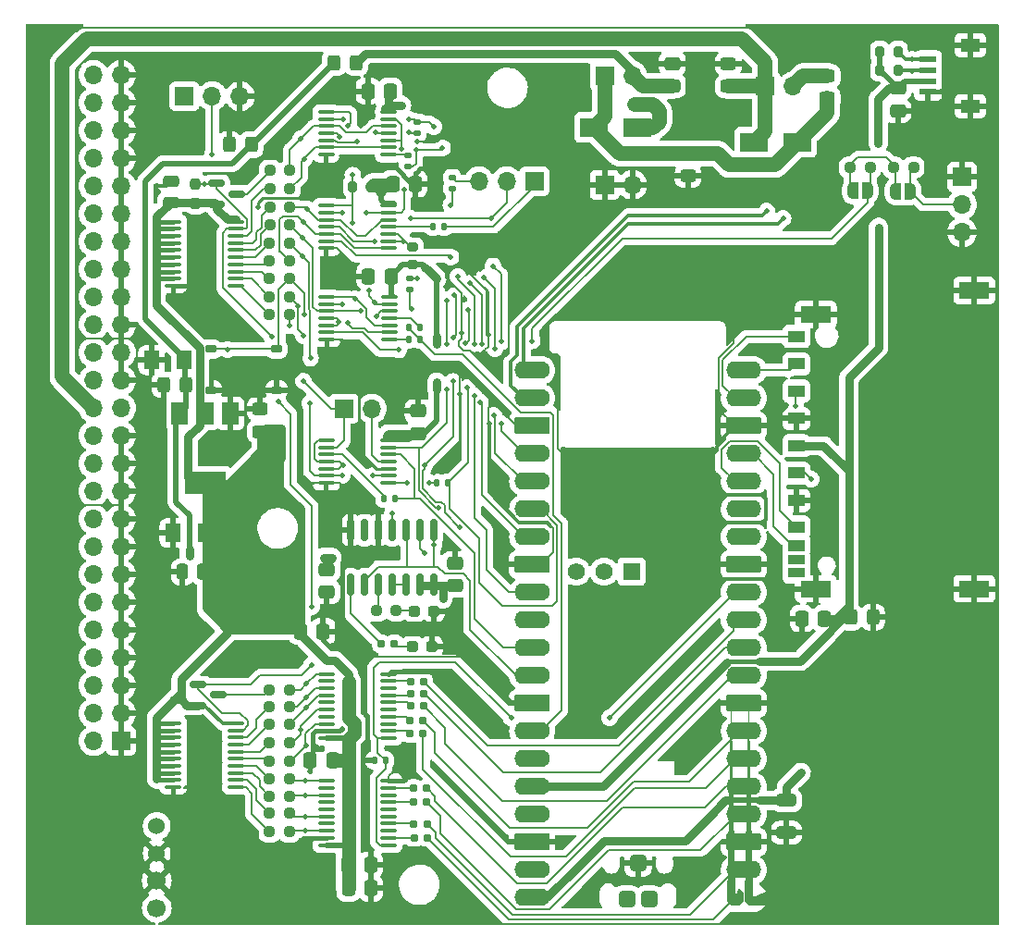
<source format=gbr>
%TF.GenerationSoftware,KiCad,Pcbnew,7.0.10-7.0.10~ubuntu22.04.1*%
%TF.CreationDate,2024-01-13T05:18:43-07:00*%
%TF.ProjectId,Desktop_50_Pin_TopConn,4465736b-746f-4705-9f35-305f50696e5f,rev?*%
%TF.SameCoordinates,Original*%
%TF.FileFunction,Copper,L1,Top*%
%TF.FilePolarity,Positive*%
%FSLAX46Y46*%
G04 Gerber Fmt 4.6, Leading zero omitted, Abs format (unit mm)*
G04 Created by KiCad (PCBNEW 7.0.10-7.0.10~ubuntu22.04.1) date 2024-01-13 05:18:43*
%MOMM*%
%LPD*%
G01*
G04 APERTURE LIST*
G04 Aperture macros list*
%AMRoundRect*
0 Rectangle with rounded corners*
0 $1 Rounding radius*
0 $2 $3 $4 $5 $6 $7 $8 $9 X,Y pos of 4 corners*
0 Add a 4 corners polygon primitive as box body*
4,1,4,$2,$3,$4,$5,$6,$7,$8,$9,$2,$3,0*
0 Add four circle primitives for the rounded corners*
1,1,$1+$1,$2,$3*
1,1,$1+$1,$4,$5*
1,1,$1+$1,$6,$7*
1,1,$1+$1,$8,$9*
0 Add four rect primitives between the rounded corners*
20,1,$1+$1,$2,$3,$4,$5,0*
20,1,$1+$1,$4,$5,$6,$7,0*
20,1,$1+$1,$6,$7,$8,$9,0*
20,1,$1+$1,$8,$9,$2,$3,0*%
%AMFreePoly0*
4,1,19,0.500000,-0.750000,0.000000,-0.750000,0.000000,-0.744911,-0.071157,-0.744911,-0.207708,-0.704816,-0.327430,-0.627875,-0.420627,-0.520320,-0.479746,-0.390866,-0.500000,-0.250000,-0.500000,0.250000,-0.479746,0.390866,-0.420627,0.520320,-0.327430,0.627875,-0.207708,0.704816,-0.071157,0.744911,0.000000,0.744911,0.000000,0.750000,0.500000,0.750000,0.500000,-0.750000,0.500000,-0.750000,
$1*%
%AMFreePoly1*
4,1,19,0.000000,0.744911,0.071157,0.744911,0.207708,0.704816,0.327430,0.627875,0.420627,0.520320,0.479746,0.390866,0.500000,0.250000,0.500000,-0.250000,0.479746,-0.390866,0.420627,-0.520320,0.327430,-0.627875,0.207708,-0.704816,0.071157,-0.744911,0.000000,-0.744911,0.000000,-0.750000,-0.500000,-0.750000,-0.500000,0.750000,0.000000,0.750000,0.000000,0.744911,0.000000,0.744911,
$1*%
%AMFreePoly2*
4,1,58,1.881242,0.792533,1.914585,0.788777,1.924216,0.782725,1.935306,0.780194,1.961541,0.759271,1.989950,0.741421,2.341421,0.389950,2.359271,0.361541,2.380194,0.335306,2.382725,0.324216,2.388777,0.314585,2.392533,0.281242,2.400000,0.248529,2.400000,-0.248529,2.392533,-0.281242,2.388777,-0.314585,2.382725,-0.324216,2.380194,-0.335306,2.359271,-0.361541,2.341421,-0.389950,
1.989950,-0.741421,1.961541,-0.759271,1.935306,-0.780194,1.924216,-0.782725,1.914585,-0.788777,1.881242,-0.792533,1.848529,-0.800000,0.000000,-0.800000,-0.248529,-0.800000,-0.281242,-0.792533,-0.314585,-0.788777,-0.324216,-0.782725,-0.335306,-0.780194,-0.361541,-0.759271,-0.389950,-0.741421,-0.741421,-0.389950,-0.759271,-0.361541,-0.780194,-0.335306,-0.782725,-0.324216,-0.788777,-0.314585,
-0.792533,-0.281242,-0.800000,-0.248529,-0.800000,0.248529,-0.792533,0.281242,-0.788777,0.314585,-0.782725,0.324216,-0.780194,0.335306,-0.759271,0.361541,-0.741421,0.389950,-0.389950,0.741421,-0.361541,0.759271,-0.335306,0.780194,-0.324216,0.782725,-0.314585,0.788777,-0.281242,0.792533,-0.248529,0.800000,1.848529,0.800000,1.881242,0.792533,1.881242,0.792533,$1*%
%AMFreePoly3*
4,1,58,0.281242,0.792533,0.314585,0.788777,0.324216,0.782725,0.335306,0.780194,0.361541,0.759271,0.389950,0.741421,0.741421,0.389950,0.759271,0.361541,0.780194,0.335306,0.782725,0.324216,0.788777,0.314585,0.792533,0.281242,0.800000,0.248529,0.800000,-0.248529,0.792533,-0.281242,0.788777,-0.314585,0.782725,-0.324216,0.780194,-0.335306,0.759271,-0.361541,0.741421,-0.389950,
0.389950,-0.741421,0.361541,-0.759271,0.335306,-0.780194,0.324216,-0.782725,0.314585,-0.788777,0.281242,-0.792533,0.248529,-0.800000,0.000000,-0.800000,-0.248529,-0.800000,-0.281242,-0.792533,-0.314585,-0.788777,-0.324216,-0.782725,-0.335306,-0.780194,-0.361541,-0.759271,-0.389950,-0.741421,-0.741421,-0.389950,-0.759271,-0.361541,-0.780194,-0.335306,-0.782725,-0.324216,-0.788777,-0.314585,
-0.792533,-0.281242,-0.800000,-0.248529,-0.800000,0.248529,-0.792533,0.281242,-0.788777,0.314585,-0.782725,0.324216,-0.780194,0.335306,-0.759271,0.361541,-0.741421,0.389950,-0.389950,0.741421,-0.361541,0.759271,-0.335306,0.780194,-0.324216,0.782725,-0.314585,0.788777,-0.281242,0.792533,-0.248529,0.800000,0.248529,0.800000,0.281242,0.792533,0.281242,0.792533,$1*%
G04 Aperture macros list end*
%TA.AperFunction,ComponentPad*%
%ADD10C,1.700000*%
%TD*%
%TA.AperFunction,ComponentPad*%
%ADD11C,1.524000*%
%TD*%
%TA.AperFunction,SMDPad,CuDef*%
%ADD12RoundRect,0.250001X0.462499X0.624999X-0.462499X0.624999X-0.462499X-0.624999X0.462499X-0.624999X0*%
%TD*%
%TA.AperFunction,SMDPad,CuDef*%
%ADD13R,1.500000X2.000000*%
%TD*%
%TA.AperFunction,SMDPad,CuDef*%
%ADD14R,3.800000X2.000000*%
%TD*%
%TA.AperFunction,SMDPad,CuDef*%
%ADD15RoundRect,0.250000X-0.450000X0.325000X-0.450000X-0.325000X0.450000X-0.325000X0.450000X0.325000X0*%
%TD*%
%TA.AperFunction,SMDPad,CuDef*%
%ADD16RoundRect,0.250000X0.325000X0.450000X-0.325000X0.450000X-0.325000X-0.450000X0.325000X-0.450000X0*%
%TD*%
%TA.AperFunction,SMDPad,CuDef*%
%ADD17RoundRect,0.250000X0.450000X-0.325000X0.450000X0.325000X-0.450000X0.325000X-0.450000X-0.325000X0*%
%TD*%
%TA.AperFunction,SMDPad,CuDef*%
%ADD18RoundRect,0.250000X-0.325000X-0.450000X0.325000X-0.450000X0.325000X0.450000X-0.325000X0.450000X0*%
%TD*%
%TA.AperFunction,SMDPad,CuDef*%
%ADD19R,1.500000X0.960000*%
%TD*%
%TA.AperFunction,SMDPad,CuDef*%
%ADD20R,1.500000X1.100000*%
%TD*%
%TA.AperFunction,SMDPad,CuDef*%
%ADD21R,2.800000X1.500000*%
%TD*%
%TA.AperFunction,SMDPad,CuDef*%
%ADD22R,2.500000X1.800000*%
%TD*%
%TA.AperFunction,ComponentPad*%
%ADD23R,1.700000X1.700000*%
%TD*%
%TA.AperFunction,ComponentPad*%
%ADD24O,1.700000X1.700000*%
%TD*%
%TA.AperFunction,SMDPad,CuDef*%
%ADD25RoundRect,0.160000X0.197500X0.160000X-0.197500X0.160000X-0.197500X-0.160000X0.197500X-0.160000X0*%
%TD*%
%TA.AperFunction,SMDPad,CuDef*%
%ADD26RoundRect,0.237500X-0.250000X-0.237500X0.250000X-0.237500X0.250000X0.237500X-0.250000X0.237500X0*%
%TD*%
%TA.AperFunction,SMDPad,CuDef*%
%ADD27FreePoly0,0.000000*%
%TD*%
%TA.AperFunction,SMDPad,CuDef*%
%ADD28FreePoly1,0.000000*%
%TD*%
%TA.AperFunction,SMDPad,CuDef*%
%ADD29RoundRect,0.135000X0.185000X-0.135000X0.185000X0.135000X-0.185000X0.135000X-0.185000X-0.135000X0*%
%TD*%
%TA.AperFunction,SMDPad,CuDef*%
%ADD30RoundRect,0.160000X-0.197500X-0.160000X0.197500X-0.160000X0.197500X0.160000X-0.197500X0.160000X0*%
%TD*%
%TA.AperFunction,SMDPad,CuDef*%
%ADD31RoundRect,0.150000X-0.587500X-0.150000X0.587500X-0.150000X0.587500X0.150000X-0.587500X0.150000X0*%
%TD*%
%TA.AperFunction,SMDPad,CuDef*%
%ADD32RoundRect,0.250000X0.250000X0.475000X-0.250000X0.475000X-0.250000X-0.475000X0.250000X-0.475000X0*%
%TD*%
%TA.AperFunction,SMDPad,CuDef*%
%ADD33RoundRect,0.200000X0.200000X0.275000X-0.200000X0.275000X-0.200000X-0.275000X0.200000X-0.275000X0*%
%TD*%
%TA.AperFunction,SMDPad,CuDef*%
%ADD34RoundRect,0.135000X0.135000X0.185000X-0.135000X0.185000X-0.135000X-0.185000X0.135000X-0.185000X0*%
%TD*%
%TA.AperFunction,SMDPad,CuDef*%
%ADD35RoundRect,0.250000X0.475000X-0.337500X0.475000X0.337500X-0.475000X0.337500X-0.475000X-0.337500X0*%
%TD*%
%TA.AperFunction,SMDPad,CuDef*%
%ADD36RoundRect,0.100000X-0.637500X-0.100000X0.637500X-0.100000X0.637500X0.100000X-0.637500X0.100000X0*%
%TD*%
%TA.AperFunction,SMDPad,CuDef*%
%ADD37RoundRect,0.250000X-0.337500X-0.475000X0.337500X-0.475000X0.337500X0.475000X-0.337500X0.475000X0*%
%TD*%
%TA.AperFunction,SMDPad,CuDef*%
%ADD38RoundRect,0.100000X0.637500X0.100000X-0.637500X0.100000X-0.637500X-0.100000X0.637500X-0.100000X0*%
%TD*%
%TA.AperFunction,SMDPad,CuDef*%
%ADD39RoundRect,0.250000X0.337500X0.475000X-0.337500X0.475000X-0.337500X-0.475000X0.337500X-0.475000X0*%
%TD*%
%TA.AperFunction,SMDPad,CuDef*%
%ADD40RoundRect,0.250000X-0.475000X0.337500X-0.475000X-0.337500X0.475000X-0.337500X0.475000X0.337500X0*%
%TD*%
%TA.AperFunction,SMDPad,CuDef*%
%ADD41RoundRect,0.250000X-0.650000X0.325000X-0.650000X-0.325000X0.650000X-0.325000X0.650000X0.325000X0*%
%TD*%
%TA.AperFunction,SMDPad,CuDef*%
%ADD42FreePoly0,180.000000*%
%TD*%
%TA.AperFunction,SMDPad,CuDef*%
%ADD43FreePoly1,180.000000*%
%TD*%
%TA.AperFunction,SMDPad,CuDef*%
%ADD44RoundRect,0.200000X-0.275000X0.200000X-0.275000X-0.200000X0.275000X-0.200000X0.275000X0.200000X0*%
%TD*%
%TA.AperFunction,SMDPad,CuDef*%
%ADD45RoundRect,0.250000X0.475000X-0.250000X0.475000X0.250000X-0.475000X0.250000X-0.475000X-0.250000X0*%
%TD*%
%TA.AperFunction,SMDPad,CuDef*%
%ADD46RoundRect,0.237500X0.287500X0.237500X-0.287500X0.237500X-0.287500X-0.237500X0.287500X-0.237500X0*%
%TD*%
%TA.AperFunction,SMDPad,CuDef*%
%ADD47RoundRect,0.187500X0.312500X0.187500X-0.312500X0.187500X-0.312500X-0.187500X0.312500X-0.187500X0*%
%TD*%
%TA.AperFunction,SMDPad,CuDef*%
%ADD48RoundRect,0.237500X-0.237500X0.250000X-0.237500X-0.250000X0.237500X-0.250000X0.237500X0.250000X0*%
%TD*%
%TA.AperFunction,SMDPad,CuDef*%
%ADD49RoundRect,0.150000X-0.150000X0.825000X-0.150000X-0.825000X0.150000X-0.825000X0.150000X0.825000X0*%
%TD*%
%TA.AperFunction,SMDPad,CuDef*%
%ADD50RoundRect,0.200000X-0.200000X-0.275000X0.200000X-0.275000X0.200000X0.275000X-0.200000X0.275000X0*%
%TD*%
%TA.AperFunction,SMDPad,CuDef*%
%ADD51R,1.550000X0.600000*%
%TD*%
%TA.AperFunction,SMDPad,CuDef*%
%ADD52R,1.800000X1.200000*%
%TD*%
%TA.AperFunction,SMDPad,CuDef*%
%ADD53RoundRect,0.135000X-0.135000X-0.185000X0.135000X-0.185000X0.135000X0.185000X-0.135000X0.185000X0*%
%TD*%
%TA.AperFunction,SMDPad,CuDef*%
%ADD54FreePoly2,180.000000*%
%TD*%
%TA.AperFunction,ComponentPad*%
%ADD55FreePoly3,180.000000*%
%TD*%
%TA.AperFunction,SMDPad,CuDef*%
%ADD56O,3.200000X1.600000*%
%TD*%
%TA.AperFunction,ComponentPad*%
%ADD57C,1.600000*%
%TD*%
%TA.AperFunction,SMDPad,CuDef*%
%ADD58RoundRect,0.200000X1.400000X0.600000X-1.400000X0.600000X-1.400000X-0.600000X1.400000X-0.600000X0*%
%TD*%
%TA.AperFunction,ComponentPad*%
%ADD59RoundRect,0.200000X0.600000X0.600000X-0.600000X0.600000X-0.600000X-0.600000X0.600000X-0.600000X0*%
%TD*%
%TA.AperFunction,ComponentPad*%
%ADD60R,1.574800X1.574800*%
%TD*%
%TA.AperFunction,ComponentPad*%
%ADD61C,1.574800*%
%TD*%
%TA.AperFunction,TestPad*%
%ADD62RoundRect,0.300000X0.450000X0.450000X-0.450000X0.450000X-0.450000X-0.450000X0.450000X-0.450000X0*%
%TD*%
%TA.AperFunction,SMDPad,CuDef*%
%ADD63RoundRect,0.237500X0.250000X0.237500X-0.250000X0.237500X-0.250000X-0.237500X0.250000X-0.237500X0*%
%TD*%
%TA.AperFunction,ViaPad*%
%ADD64C,0.500000*%
%TD*%
%TA.AperFunction,ViaPad*%
%ADD65C,0.600000*%
%TD*%
%TA.AperFunction,Conductor*%
%ADD66C,0.750000*%
%TD*%
%TA.AperFunction,Conductor*%
%ADD67C,0.330000*%
%TD*%
%TA.AperFunction,Conductor*%
%ADD68C,0.150000*%
%TD*%
%TA.AperFunction,Conductor*%
%ADD69C,0.250000*%
%TD*%
%TA.AperFunction,Conductor*%
%ADD70C,0.400000*%
%TD*%
%TA.AperFunction,Conductor*%
%ADD71C,0.200000*%
%TD*%
%TA.AperFunction,Conductor*%
%ADD72C,0.500000*%
%TD*%
%TA.AperFunction,Conductor*%
%ADD73C,1.250000*%
%TD*%
%TA.AperFunction,Conductor*%
%ADD74C,1.000000*%
%TD*%
%TA.AperFunction,Conductor*%
%ADD75C,1.330000*%
%TD*%
%TA.AperFunction,Conductor*%
%ADD76C,0.450000*%
%TD*%
G04 APERTURE END LIST*
D10*
%TO.P,J3,1,5V*%
%TO.N,Net-(D2-Pad2)*%
X112062500Y-144765400D03*
%TO.P,J3,2,GND*%
%TO.N,GND*%
X112062500Y-142265400D03*
D11*
%TO.P,J3,3,GND*%
X112062500Y-139765400D03*
%TO.P,J3,4,12V*%
%TO.N,unconnected-(J3-Pad4)*%
X112062500Y-137265400D03*
%TD*%
D12*
%TO.P,C3,1*%
%TO.N,+5F*%
X114568300Y-94615000D03*
%TO.P,C3,2*%
%TO.N,GND*%
X111593300Y-94615000D03*
%TD*%
%TO.P,C4,1*%
%TO.N,+2V8*%
X116507700Y-110439200D03*
%TO.P,C4,2*%
%TO.N,GND*%
X113532700Y-110439200D03*
%TD*%
D13*
%TO.P,U3,1,GND*%
%TO.N,GND*%
X118784400Y-99516800D03*
%TO.P,U3,2,VO*%
%TO.N,+2V8*%
X116484400Y-99516800D03*
D14*
X116484400Y-105816800D03*
D13*
%TO.P,U3,3,VI*%
%TO.N,+5F*%
X114184400Y-99516800D03*
%TD*%
D15*
%TO.P,C7,1*%
%TO.N,Net-(C7-Pad1)*%
X160680400Y-75726200D03*
%TO.P,C7,2*%
%TO.N,GND*%
X160680400Y-77776200D03*
%TD*%
D16*
%TO.P,C1,1*%
%TO.N,+5F*%
X120728100Y-74904600D03*
%TO.P,C1,2*%
%TO.N,GND*%
X118678100Y-74904600D03*
%TD*%
%TO.P,C2,1*%
%TO.N,+5F*%
X114715400Y-96875600D03*
%TO.P,C2,2*%
%TO.N,GND*%
X112665400Y-96875600D03*
%TD*%
D17*
%TO.P,C5,1*%
%TO.N,+2V8*%
X121539000Y-101160800D03*
%TO.P,C5,2*%
%TO.N,GND*%
X121539000Y-99110800D03*
%TD*%
%TO.P,C6,1*%
%TO.N,+5V*%
X164388800Y-69554200D03*
%TO.P,C6,2*%
%TO.N,GND*%
X164388800Y-67504200D03*
%TD*%
D18*
%TO.P,C12,1*%
%TO.N,+3V3*%
X175572200Y-118160800D03*
%TO.P,C12,2*%
%TO.N,GND*%
X177622200Y-118160800D03*
%TD*%
D19*
%TO.P,SD1,1,WP*%
%TO.N,unconnected-(SD1-Pad1)*%
X170591480Y-114095780D03*
%TO.P,SD1,2,CD*%
%TO.N,unconnected-(SD1-Pad2)*%
X170591480Y-112895780D03*
D20*
%TO.P,SD1,3,DAT1*%
%TO.N,SD_D1*%
X170591480Y-111595780D03*
%TO.P,SD1,4,DAT0/MISO*%
%TO.N,SD_D0_MISO*%
X170591480Y-109895780D03*
%TO.P,SD1,5,GND*%
%TO.N,GND*%
X170591480Y-107465780D03*
%TO.P,SD1,6,CLK*%
%TO.N,SD_CLK*%
X170591480Y-104965780D03*
%TO.P,SD1,7,Vdd*%
%TO.N,+3V3*%
X170591480Y-102465780D03*
%TO.P,SD1,8,GND*%
%TO.N,GND*%
X170591480Y-99965780D03*
%TO.P,SD1,9,CMD/MOSI*%
%TO.N,SD_CMD_MOSI*%
X170591480Y-97465780D03*
%TO.P,SD1,10,CD/CS/DAT3*%
%TO.N,SD_D3_CS*%
X170591480Y-94965780D03*
%TO.P,SD1,11,DAT2*%
%TO.N,SD_D2*%
X170591480Y-92465780D03*
D21*
%TO.P,SD1,12,GND*%
%TO.N,GND*%
X172391480Y-115555780D03*
%TO.P,SD1,13,GND*%
X172391480Y-90455780D03*
%TO.P,SD1,14,GND*%
X186891480Y-115555780D03*
%TO.P,SD1,15,GND*%
X186891480Y-88255780D03*
%TD*%
D22*
%TO.P,D1,1,K*%
%TO.N,Net-(C7-Pad1)*%
X170732200Y-74676000D03*
%TO.P,D1,2,A*%
%TO.N,+5V*%
X166732200Y-74676000D03*
%TD*%
%TO.P,D2,1,K*%
%TO.N,Net-(C7-Pad1)*%
X152044400Y-73322200D03*
%TO.P,D2,2,A*%
%TO.N,Net-(D2-Pad2)*%
X156044400Y-73322200D03*
%TD*%
D23*
%TO.P,J1,1,Pin_1*%
%TO.N,unconnected-(J1-Pad1)*%
X114604800Y-70459600D03*
D24*
%TO.P,J1,2,Pin_2*%
%TO.N,TRM_ON_J*%
X117144800Y-70459600D03*
%TO.P,J1,3,Pin_3*%
%TO.N,GND*%
X119684800Y-70459600D03*
%TD*%
D25*
%TO.P,R42,1*%
%TO.N,Net-(R42-Pad1)*%
X136825400Y-138339400D03*
%TO.P,R42,2*%
%TO.N,DB0T*%
X135630400Y-138339400D03*
%TD*%
D26*
%TO.P,R56,1*%
%TO.N,Net-(R56-Pad1)*%
X132160000Y-117576600D03*
%TO.P,R56,2*%
%TO.N,Net-(D4-Pad2)*%
X133985000Y-117576600D03*
%TD*%
D27*
%TO.P,JP2,1,A*%
%TO.N,Net-(JP1-Pad2)*%
X179713500Y-79171800D03*
D28*
%TO.P,JP2,2,B*%
%TO.N,Net-(J5-Pad2)*%
X181013500Y-79171800D03*
%TD*%
D29*
%TO.P,R66,1*%
%TO.N,iRST*%
X135255000Y-88190800D03*
%TO.P,R66,2*%
%TO.N,oSEL*%
X135255000Y-87170800D03*
%TD*%
D30*
%TO.P,R30,1*%
%TO.N,Net-(R30-Pad1)*%
X132612200Y-120599200D03*
%TO.P,R30,2*%
%TO.N,Net-(D3-Pad2)*%
X133807200Y-120599200D03*
%TD*%
D31*
%TO.P,Q1,1,G*%
%TO.N,TRM_ON_J*%
X117551200Y-78460600D03*
%TO.P,Q1,2,S*%
%TO.N,+2V8*%
X117551200Y-80360600D03*
%TO.P,Q1,3,D*%
%TO.N,Net-(Q1-Pad3)*%
X119426200Y-79410600D03*
%TD*%
D26*
%TO.P,R39,1*%
%TO.N,Net-(R39-Pad1)*%
X122375300Y-132943600D03*
%TO.P,R39,2*%
%TO.N,DB3*%
X124200300Y-132943600D03*
%TD*%
D32*
%TO.P,C17,1*%
%TO.N,+2V8*%
X116300400Y-114020600D03*
%TO.P,C17,2*%
%TO.N,GND*%
X114400400Y-114020600D03*
%TD*%
D25*
%TO.P,R16,1*%
%TO.N,Net-(R16-Pad1)*%
X136450000Y-128828800D03*
%TO.P,R16,2*%
%TO.N,DB4T*%
X135255000Y-128828800D03*
%TD*%
D26*
%TO.P,R4,1*%
%TO.N,Net-(R4-Pad1)*%
X122379100Y-87172800D03*
%TO.P,R4,2*%
%TO.N,RST*%
X124204100Y-87172800D03*
%TD*%
D33*
%TO.P,R24,1*%
%TO.N,SDA*%
X179908200Y-68097400D03*
%TO.P,R24,2*%
%TO.N,+3V3*%
X178258200Y-68097400D03*
%TD*%
D34*
%TO.P,R67,1*%
%TO.N,oACK*%
X133883400Y-107289600D03*
%TO.P,R67,2*%
%TO.N,iACK*%
X132863400Y-107289600D03*
%TD*%
D23*
%TO.P,J2,1,Pin_1*%
%TO.N,GND*%
X108813600Y-129484200D03*
D24*
%TO.P,J2,2,Pin_2*%
%TO.N,DB0*%
X106273600Y-129484200D03*
%TO.P,J2,3,Pin_3*%
%TO.N,GND*%
X108813600Y-126944200D03*
%TO.P,J2,4,Pin_4*%
%TO.N,DB1*%
X106273600Y-126944200D03*
%TO.P,J2,5,Pin_5*%
%TO.N,GND*%
X108813600Y-124404200D03*
%TO.P,J2,6,Pin_6*%
%TO.N,DB2*%
X106273600Y-124404200D03*
%TO.P,J2,7,Pin_7*%
%TO.N,GND*%
X108813600Y-121864200D03*
%TO.P,J2,8,Pin_8*%
%TO.N,DB3*%
X106273600Y-121864200D03*
%TO.P,J2,9,Pin_9*%
%TO.N,GND*%
X108813600Y-119324200D03*
%TO.P,J2,10,Pin_10*%
%TO.N,DB4*%
X106273600Y-119324200D03*
%TO.P,J2,11,Pin_11*%
%TO.N,GND*%
X108813600Y-116784200D03*
%TO.P,J2,12,Pin_12*%
%TO.N,DB5*%
X106273600Y-116784200D03*
%TO.P,J2,13,Pin_13*%
%TO.N,GND*%
X108813600Y-114244200D03*
%TO.P,J2,14,Pin_14*%
%TO.N,DB6*%
X106273600Y-114244200D03*
%TO.P,J2,15,Pin_15*%
%TO.N,GND*%
X108813600Y-111704200D03*
%TO.P,J2,16,Pin_16*%
%TO.N,DB7*%
X106273600Y-111704200D03*
%TO.P,J2,17,Pin_17*%
%TO.N,GND*%
X108813600Y-109164200D03*
%TO.P,J2,18,Pin_18*%
%TO.N,DBP*%
X106273600Y-109164200D03*
%TO.P,J2,19,Pin_19*%
%TO.N,GND*%
X108813600Y-106624200D03*
%TO.P,J2,20,Pin_20*%
%TO.N,unconnected-(J2-Pad20)*%
X106273600Y-106624200D03*
%TO.P,J2,21,Pin_21*%
%TO.N,GND*%
X108813600Y-104084200D03*
%TO.P,J2,22,Pin_22*%
%TO.N,unconnected-(J2-Pad22)*%
X106273600Y-104084200D03*
%TO.P,J2,23,Pin_23*%
%TO.N,GND*%
X108813600Y-101544200D03*
%TO.P,J2,24,Pin_24*%
%TO.N,unconnected-(J2-Pad24)*%
X106273600Y-101544200D03*
%TO.P,J2,25,Pin_25*%
%TO.N,unconnected-(J2-Pad25)*%
X108813600Y-99004200D03*
%TO.P,J2,26,Pin_26*%
%TO.N,+5V*%
X106273600Y-99004200D03*
%TO.P,J2,27,Pin_27*%
%TO.N,GND*%
X108813600Y-96464200D03*
%TO.P,J2,28,Pin_28*%
%TO.N,unconnected-(J2-Pad28)*%
X106273600Y-96464200D03*
%TO.P,J2,29,Pin_29*%
%TO.N,GND*%
X108813600Y-93924200D03*
%TO.P,J2,30,Pin_30*%
%TO.N,unconnected-(J2-Pad30)*%
X106273600Y-93924200D03*
%TO.P,J2,31,Pin_31*%
%TO.N,GND*%
X108813600Y-91384200D03*
%TO.P,J2,32,Pin_32*%
%TO.N,ATN*%
X106273600Y-91384200D03*
%TO.P,J2,33,Pin_33*%
%TO.N,GND*%
X108813600Y-88844200D03*
%TO.P,J2,34,Pin_34*%
%TO.N,unconnected-(J2-Pad34)*%
X106273600Y-88844200D03*
%TO.P,J2,35,Pin_35*%
%TO.N,GND*%
X108813600Y-86304200D03*
%TO.P,J2,36,Pin_36*%
%TO.N,BSY*%
X106273600Y-86304200D03*
%TO.P,J2,37,Pin_37*%
%TO.N,GND*%
X108813600Y-83764200D03*
%TO.P,J2,38,Pin_38*%
%TO.N,ACK*%
X106273600Y-83764200D03*
%TO.P,J2,39,Pin_39*%
%TO.N,GND*%
X108813600Y-81224200D03*
%TO.P,J2,40,Pin_40*%
%TO.N,RST*%
X106273600Y-81224200D03*
%TO.P,J2,41,Pin_41*%
%TO.N,GND*%
X108813600Y-78684200D03*
%TO.P,J2,42,Pin_42*%
%TO.N,MSG*%
X106273600Y-78684200D03*
%TO.P,J2,43,Pin_43*%
%TO.N,GND*%
X108813600Y-76144200D03*
%TO.P,J2,44,Pin_44*%
%TO.N,SEL*%
X106273600Y-76144200D03*
%TO.P,J2,45,Pin_45*%
%TO.N,GND*%
X108813600Y-73604200D03*
%TO.P,J2,46,Pin_46*%
%TO.N,CD*%
X106273600Y-73604200D03*
%TO.P,J2,47,Pin_47*%
%TO.N,GND*%
X108813600Y-71064200D03*
%TO.P,J2,48,Pin_48*%
%TO.N,REQ*%
X106273600Y-71064200D03*
%TO.P,J2,49,Pin_49*%
%TO.N,GND*%
X108813600Y-68524200D03*
%TO.P,J2,50,Pin_50*%
%TO.N,IO*%
X106273600Y-68524200D03*
%TD*%
D35*
%TO.P,C16,1*%
%TO.N,+5VP*%
X159258000Y-69537400D03*
%TO.P,C16,2*%
%TO.N,GND*%
X159258000Y-67462400D03*
%TD*%
D26*
%TO.P,R33,1*%
%TO.N,Net-(R33-Pad1)*%
X122375300Y-127939800D03*
%TO.P,R33,2*%
%TO.N,DB6*%
X124200300Y-127939800D03*
%TD*%
D36*
%TO.P,U5,1,DIR*%
%TO.N,+2V8*%
X113573000Y-81961800D03*
%TO.P,U5,2,A1*%
X113573000Y-82611800D03*
%TO.P,U5,3,A2*%
X113573000Y-83261800D03*
%TO.P,U5,4,A3*%
X113573000Y-83911800D03*
%TO.P,U5,5,A4*%
X113573000Y-84561800D03*
%TO.P,U5,6,A5*%
X113573000Y-85211800D03*
%TO.P,U5,7,A6*%
X113573000Y-85861800D03*
%TO.P,U5,8,A7*%
X113573000Y-86511800D03*
%TO.P,U5,9,A8*%
X113573000Y-87161800D03*
%TO.P,U5,10,GND*%
%TO.N,GND*%
X113573000Y-87811800D03*
%TO.P,U5,11,B8*%
%TO.N,Net-(R2-Pad1)*%
X119298000Y-87811800D03*
%TO.P,U5,12,B7*%
%TO.N,Net-(R3-Pad1)*%
X119298000Y-87161800D03*
%TO.P,U5,13,B6*%
%TO.N,Net-(R4-Pad1)*%
X119298000Y-86511800D03*
%TO.P,U5,14,B5*%
%TO.N,Net-(R5-Pad1)*%
X119298000Y-85861800D03*
%TO.P,U5,15,B4*%
%TO.N,Net-(R10-Pad1)*%
X119298000Y-85211800D03*
%TO.P,U5,16,B3*%
%TO.N,Net-(R9-Pad1)*%
X119298000Y-84561800D03*
%TO.P,U5,17,B2*%
%TO.N,Net-(R8-Pad1)*%
X119298000Y-83911800D03*
%TO.P,U5,18,B1*%
%TO.N,Net-(R7-Pad1)*%
X119298000Y-83261800D03*
%TO.P,U5,19,/OE*%
%TO.N,TRM_ON_J*%
X119298000Y-82611800D03*
%TO.P,U5,20,Vcc*%
%TO.N,+2V8*%
X119298000Y-81961800D03*
%TD*%
D26*
%TO.P,R36,1*%
%TO.N,Net-(R36-Pad1)*%
X122379100Y-137795000D03*
%TO.P,R36,2*%
%TO.N,DB0*%
X124204100Y-137795000D03*
%TD*%
%TO.P,R5,1*%
%TO.N,Net-(R5-Pad1)*%
X122379100Y-85547200D03*
%TO.P,R5,2*%
%TO.N,SEL*%
X124204100Y-85547200D03*
%TD*%
D36*
%TO.P,U14,1,1/OE*%
%TO.N,oBSY*%
X127591900Y-80473000D03*
%TO.P,U14,2,1A*%
%TO.N,oCD_iSEL*%
X127591900Y-81123000D03*
%TO.P,U14,3,1Y*%
%TO.N,CD*%
X127591900Y-81773000D03*
%TO.P,U14,4,2/OE*%
%TO.N,GND*%
X127591900Y-82423000D03*
%TO.P,U14,5,2A*%
%TO.N,SEL*%
X127591900Y-83073000D03*
%TO.P,U14,6,2Y*%
%TO.N,iSEL*%
X127591900Y-83723000D03*
%TO.P,U14,7,GND*%
%TO.N,GND*%
X127591900Y-84373000D03*
%TO.P,U14,8,3Y*%
%TO.N,SEL*%
X133316900Y-84373000D03*
%TO.P,U14,9,3A*%
%TO.N,oSEL*%
X133316900Y-83723000D03*
%TO.P,U14,10,3/OE*%
X133316900Y-83073000D03*
%TO.P,U14,11,4Y*%
%TO.N,iCD*%
X133316900Y-82423000D03*
%TO.P,U14,12,4A*%
%TO.N,CD*%
X133316900Y-81773000D03*
%TO.P,U14,13,4/OE*%
%TO.N,!oBSY*%
X133316900Y-81123000D03*
%TO.P,U14,14,Vcc*%
%TO.N,+2V8*%
X133316900Y-80473000D03*
%TD*%
D26*
%TO.P,R35,1*%
%TO.N,Net-(Q2-Pad3)*%
X122377200Y-124790200D03*
%TO.P,R35,2*%
%TO.N,DBP*%
X124202200Y-124790200D03*
%TD*%
%TO.P,R1,1*%
%TO.N,Net-(R1-Pad1)*%
X122379100Y-129616200D03*
%TO.P,R1,2*%
%TO.N,DB5*%
X124204100Y-129616200D03*
%TD*%
D37*
%TO.P,C8,1*%
%TO.N,+2V8*%
X129573100Y-140828600D03*
%TO.P,C8,2*%
%TO.N,GND*%
X131648100Y-140828600D03*
%TD*%
D26*
%TO.P,R38,1*%
%TO.N,Net-(R38-Pad1)*%
X122379100Y-134518400D03*
%TO.P,R38,2*%
%TO.N,DB2*%
X124204100Y-134518400D03*
%TD*%
D23*
%TO.P,J5,1,Pin_1*%
%TO.N,GND*%
X185775600Y-77851000D03*
D24*
%TO.P,J5,2,Pin_2*%
%TO.N,Net-(J5-Pad2)*%
X185775600Y-80391000D03*
%TO.P,J5,3,Pin_3*%
%TO.N,GND*%
X185775600Y-82931000D03*
%TD*%
D23*
%TO.P,J11,1,Pin_1*%
%TO.N,ACK*%
X129209800Y-99060000D03*
D24*
%TO.P,J11,2,Pin_2*%
%TO.N,ACKDr*%
X131749800Y-99060000D03*
%TD*%
D25*
%TO.P,R17,1*%
%TO.N,Net-(R17-Pad1)*%
X136787900Y-133818200D03*
%TO.P,R17,2*%
%TO.N,DB3T*%
X135592900Y-133818200D03*
%TD*%
D26*
%TO.P,R9,1*%
%TO.N,Net-(R9-Pad1)*%
X122431800Y-82245200D03*
%TO.P,R9,2*%
%TO.N,MSG*%
X124256800Y-82245200D03*
%TD*%
D25*
%TO.P,R13,1*%
%TO.N,Net-(R13-Pad1)*%
X136475400Y-125145800D03*
%TO.P,R13,2*%
%TO.N,DB7T*%
X135280400Y-125145800D03*
%TD*%
D17*
%TO.P,F3,1*%
%TO.N,Net-(C7-Pad1)*%
X173431200Y-70662800D03*
%TO.P,F3,2*%
%TO.N,Net-(F3-Pad2)*%
X173431200Y-68612800D03*
%TD*%
D26*
%TO.P,R40,1*%
%TO.N,Net-(R40-Pad1)*%
X122373400Y-131343400D03*
%TO.P,R40,2*%
%TO.N,DB4*%
X124198400Y-131343400D03*
%TD*%
%TO.P,R59,1*%
%TO.N,Net-(JP1-Pad2)*%
X179503700Y-76987400D03*
%TO.P,R59,2*%
%TO.N,Net-(J5-Pad2)*%
X181328700Y-76987400D03*
%TD*%
D38*
%TO.P,U4,1,DIR*%
%TO.N,DBPTr*%
X133316900Y-139003800D03*
%TO.P,U4,2,A1*%
%TO.N,DB0T*%
X133316900Y-138353800D03*
%TO.P,U4,3,A2*%
%TO.N,unconnected-(U4-Pad3)*%
X133316900Y-137703800D03*
%TO.P,U4,4,A3*%
%TO.N,DB1T*%
X133316900Y-137053800D03*
%TO.P,U4,5,A4*%
%TO.N,unconnected-(U4-Pad5)*%
X133316900Y-136403800D03*
%TO.P,U4,6,A5*%
%TO.N,unconnected-(U4-Pad6)*%
X133316900Y-135753800D03*
%TO.P,U4,7,A6*%
%TO.N,DB2T*%
X133316900Y-135103800D03*
%TO.P,U4,8,A7*%
%TO.N,unconnected-(U4-Pad8)*%
X133316900Y-134453800D03*
%TO.P,U4,9,A8*%
%TO.N,DB3T*%
X133316900Y-133803800D03*
%TO.P,U4,10,GND*%
%TO.N,GND*%
X133316900Y-133153800D03*
%TO.P,U4,11,B8*%
%TO.N,DB3*%
X127591900Y-133153800D03*
%TO.P,U4,12,B7*%
%TO.N,unconnected-(U4-Pad12)*%
X127591900Y-133803800D03*
%TO.P,U4,13,B6*%
%TO.N,DB2*%
X127591900Y-134453800D03*
%TO.P,U4,14,B5*%
%TO.N,unconnected-(U4-Pad14)*%
X127591900Y-135103800D03*
%TO.P,U4,15,B4*%
%TO.N,unconnected-(U4-Pad15)*%
X127591900Y-135753800D03*
%TO.P,U4,16,B3*%
%TO.N,DB1*%
X127591900Y-136403800D03*
%TO.P,U4,17,B2*%
%TO.N,unconnected-(U4-Pad17)*%
X127591900Y-137053800D03*
%TO.P,U4,18,B1*%
%TO.N,DB0*%
X127591900Y-137703800D03*
%TO.P,U4,19,/OE*%
%TO.N,GND*%
X127591900Y-138353800D03*
%TO.P,U4,20,Vcc*%
%TO.N,+2V8*%
X127591900Y-139003800D03*
%TD*%
D25*
%TO.P,R18,1*%
%TO.N,Net-(R18-Pad1)*%
X136787900Y-135062800D03*
%TO.P,R18,2*%
%TO.N,DB2T*%
X135592900Y-135062800D03*
%TD*%
D36*
%TO.P,U6,1,DIR*%
%TO.N,+2V8*%
X113573000Y-127859600D03*
%TO.P,U6,2,A1*%
X113573000Y-128509600D03*
%TO.P,U6,3,A2*%
X113573000Y-129159600D03*
%TO.P,U6,4,A3*%
X113573000Y-129809600D03*
%TO.P,U6,5,A4*%
X113573000Y-130459600D03*
%TO.P,U6,6,A5*%
X113573000Y-131109600D03*
%TO.P,U6,7,A6*%
X113573000Y-131759600D03*
%TO.P,U6,8,A7*%
X113573000Y-132409600D03*
%TO.P,U6,9,A8*%
X113573000Y-133059600D03*
%TO.P,U6,10,GND*%
%TO.N,GND*%
X113573000Y-133709600D03*
%TO.P,U6,11,B8*%
%TO.N,Net-(R36-Pad1)*%
X119298000Y-133709600D03*
%TO.P,U6,12,B7*%
%TO.N,Net-(R37-Pad1)*%
X119298000Y-133059600D03*
%TO.P,U6,13,B6*%
%TO.N,Net-(R38-Pad1)*%
X119298000Y-132409600D03*
%TO.P,U6,14,B5*%
%TO.N,Net-(R39-Pad1)*%
X119298000Y-131759600D03*
%TO.P,U6,15,B4*%
%TO.N,Net-(R40-Pad1)*%
X119298000Y-131109600D03*
%TO.P,U6,16,B3*%
%TO.N,Net-(R1-Pad1)*%
X119298000Y-130459600D03*
%TO.P,U6,17,B2*%
%TO.N,Net-(R33-Pad1)*%
X119298000Y-129809600D03*
%TO.P,U6,18,B1*%
%TO.N,Net-(R34-Pad1)*%
X119298000Y-129159600D03*
%TO.P,U6,19,/OE*%
%TO.N,TRM_ON_J*%
X119298000Y-128509600D03*
%TO.P,U6,20,Vcc*%
%TO.N,+2V8*%
X119298000Y-127859600D03*
%TD*%
%TO.P,U13,1,1/OE*%
%TO.N,oBSY*%
X127564500Y-71913200D03*
%TO.P,U13,2,1A*%
%TO.N,oIO*%
X127564500Y-72563200D03*
%TO.P,U13,3,1Y*%
%TO.N,IO*%
X127564500Y-73213200D03*
%TO.P,U13,4,2/OE*%
%TO.N,oBSY*%
X127564500Y-73863200D03*
%TO.P,U13,5,2A*%
%TO.N,oREQ*%
X127564500Y-74513200D03*
%TO.P,U13,6,2Y*%
%TO.N,REQ*%
X127564500Y-75163200D03*
%TO.P,U13,7,GND*%
%TO.N,GND*%
X127564500Y-75813200D03*
%TO.P,U13,8,3Y*%
%TO.N,iREQ*%
X133289500Y-75813200D03*
%TO.P,U13,9,3A*%
%TO.N,REQ*%
X133289500Y-75163200D03*
%TO.P,U13,10,3/OE*%
%TO.N,!oBSY*%
X133289500Y-74513200D03*
%TO.P,U13,11,4Y*%
%TO.N,iIO*%
X133289500Y-73863200D03*
%TO.P,U13,12,4A*%
%TO.N,IO*%
X133289500Y-73213200D03*
%TO.P,U13,13,4/OE*%
%TO.N,!oBSY*%
X133289500Y-72563200D03*
%TO.P,U13,14,Vcc*%
%TO.N,+2V8*%
X133289500Y-71913200D03*
%TD*%
D37*
%TO.P,C15,1*%
%TO.N,+2V8*%
X125229800Y-119456200D03*
%TO.P,C15,2*%
%TO.N,GND*%
X127304800Y-119456200D03*
%TD*%
%TO.P,C19,1*%
%TO.N,GND*%
X131372700Y-70002400D03*
%TO.P,C19,2*%
%TO.N,+2V8*%
X133447700Y-70002400D03*
%TD*%
D29*
%TO.P,R11,1*%
%TO.N,iSEL*%
X139115800Y-78919800D03*
%TO.P,R11,2*%
%TO.N,Net-(J10-Pad3)*%
X139115800Y-77899800D03*
%TD*%
D23*
%TO.P,J9,1,Pin_1*%
%TO.N,GND*%
X153060400Y-78580000D03*
D24*
%TO.P,J9,2,Pin_2*%
X155600400Y-78580000D03*
%TD*%
D39*
%TO.P,C14,1*%
%TO.N,GND*%
X135753200Y-78486000D03*
%TO.P,C14,2*%
%TO.N,+2V8*%
X133678200Y-78486000D03*
%TD*%
D34*
%TO.P,R69,1*%
%TO.N,Net-(R61-Pad1)*%
X136130400Y-92745200D03*
%TO.P,R69,2*%
%TO.N,iATN*%
X135110400Y-92745200D03*
%TD*%
D36*
%TO.P,U16,1,1/OE*%
%TO.N,oBSY*%
X127591900Y-101961400D03*
%TO.P,U16,2,1A*%
%TO.N,ACK*%
X127591900Y-102611400D03*
%TO.P,U16,3,1Y*%
%TO.N,iACK*%
X127591900Y-103261400D03*
%TO.P,U16,4,2/OE*%
%TO.N,oBSY*%
X127591900Y-103911400D03*
%TO.P,U16,5,2A*%
X127591900Y-104561400D03*
%TO.P,U16,6,2Y*%
%TO.N,BSY*%
X127591900Y-105211400D03*
%TO.P,U16,7,GND*%
%TO.N,GND*%
X127591900Y-105861400D03*
%TO.P,U16,8,3Y*%
%TO.N,iBSY*%
X133316900Y-105861400D03*
%TO.P,U16,9,3A*%
%TO.N,BSY*%
X133316900Y-105211400D03*
%TO.P,U16,10,3/OE*%
%TO.N,GND*%
X133316900Y-104561400D03*
%TO.P,U16,11,4Y*%
%TO.N,ACKDr*%
X133316900Y-103911400D03*
%TO.P,U16,12,4A*%
%TO.N,oACK*%
X133316900Y-103261400D03*
%TO.P,U16,13,4/OE*%
%TO.N,!oBSY*%
X133316900Y-102611400D03*
%TO.P,U16,14,Vcc*%
%TO.N,+2V8*%
X133316900Y-101961400D03*
%TD*%
D40*
%TO.P,C20,1*%
%TO.N,GND*%
X139369800Y-113186300D03*
%TO.P,C20,2*%
%TO.N,+5F*%
X139369800Y-115261300D03*
%TD*%
D31*
%TO.P,Q2,1,G*%
%TO.N,TRM_ON_J*%
X115853600Y-124322800D03*
%TO.P,Q2,2,S*%
%TO.N,+2V8*%
X115853600Y-126222800D03*
%TO.P,Q2,3,D*%
%TO.N,Net-(Q2-Pad3)*%
X117728600Y-125272800D03*
%TD*%
D26*
%TO.P,R3,1*%
%TO.N,Net-(R3-Pad1)*%
X122381000Y-88798400D03*
%TO.P,R3,2*%
%TO.N,ACK*%
X124206000Y-88798400D03*
%TD*%
D25*
%TO.P,R15,1*%
%TO.N,Net-(R15-Pad1)*%
X136450000Y-127635000D03*
%TO.P,R15,2*%
%TO.N,DB5T*%
X135255000Y-127635000D03*
%TD*%
D41*
%TO.P,C23,1*%
%TO.N,+5VP*%
X169697400Y-134924800D03*
%TO.P,C23,2*%
%TO.N,GND*%
X169697400Y-137874800D03*
%TD*%
D42*
%TO.P,JP1,1,A*%
%TO.N,Net-(JP1-Pad1)*%
X177112300Y-79121000D03*
D43*
%TO.P,JP1,2,B*%
%TO.N,Net-(JP1-Pad2)*%
X175812300Y-79121000D03*
%TD*%
D35*
%TO.P,C22,1*%
%TO.N,GND*%
X179908200Y-71798000D03*
%TO.P,C22,2*%
%TO.N,+3V3*%
X179908200Y-69723000D03*
%TD*%
D44*
%TO.P,R22,1*%
%TO.N,oSEL*%
X135509000Y-84265000D03*
%TO.P,R22,2*%
%TO.N,+2V8*%
X135509000Y-85915000D03*
%TD*%
D26*
%TO.P,R7,1*%
%TO.N,Net-(R7-Pad1)*%
X122429900Y-78943200D03*
%TO.P,R7,2*%
%TO.N,REQ*%
X124254900Y-78943200D03*
%TD*%
D23*
%TO.P,J8,1,Pin_1*%
%TO.N,Net-(C7-Pad1)*%
X153060400Y-68580000D03*
D24*
%TO.P,J8,2,Pin_2*%
%TO.N,+5VP*%
X155600400Y-68580000D03*
%TD*%
D26*
%TO.P,R8,1*%
%TO.N,Net-(R8-Pad1)*%
X122431800Y-80619600D03*
%TO.P,R8,2*%
%TO.N,CD*%
X124256800Y-80619600D03*
%TD*%
%TO.P,R2,1*%
%TO.N,Net-(R2-Pad1)*%
X122377200Y-90449400D03*
%TO.P,R2,2*%
%TO.N,ATN*%
X124202200Y-90449400D03*
%TD*%
D45*
%TO.P,C18,1*%
%TO.N,+2V8*%
X113362100Y-80162400D03*
%TO.P,C18,2*%
%TO.N,GND*%
X113362100Y-78262400D03*
%TD*%
D25*
%TO.P,R12,1*%
%TO.N,Net-(R12-Pad1)*%
X136475400Y-124053600D03*
%TO.P,R12,2*%
%TO.N,DBPT*%
X135280400Y-124053600D03*
%TD*%
D34*
%TO.P,R25,1*%
%TO.N,DBPTr*%
X132996400Y-131267200D03*
%TO.P,R25,2*%
%TO.N,GND*%
X131976400Y-131267200D03*
%TD*%
D25*
%TO.P,R19,1*%
%TO.N,Net-(R19-Pad1)*%
X136800000Y-137069400D03*
%TO.P,R19,2*%
%TO.N,DB1T*%
X135605000Y-137069400D03*
%TD*%
D37*
%TO.P,C10,1*%
%TO.N,+2V8*%
X129602400Y-142962200D03*
%TO.P,C10,2*%
%TO.N,GND*%
X131677400Y-142962200D03*
%TD*%
D36*
%TO.P,U15,1,1/OE*%
%TO.N,oBSY*%
X127627100Y-88839400D03*
%TO.P,U15,2,1A*%
%TO.N,oMSG_iBSY*%
X127627100Y-89489400D03*
%TO.P,U15,3,1Y*%
%TO.N,MSG*%
X127627100Y-90139400D03*
%TO.P,U15,4,2/OE*%
%TO.N,RST*%
X127627100Y-90789400D03*
%TO.P,U15,5,2A*%
X127627100Y-91439400D03*
%TO.P,U15,6,2Y*%
%TO.N,iRST*%
X127627100Y-92089400D03*
%TO.P,U15,7,GND*%
%TO.N,GND*%
X127627100Y-92739400D03*
%TO.P,U15,8,3Y*%
%TO.N,iATN*%
X133352100Y-92739400D03*
%TO.P,U15,9,3A*%
%TO.N,ATN*%
X133352100Y-92089400D03*
%TO.P,U15,10,3/OE*%
%TO.N,oBSY*%
X133352100Y-91439400D03*
%TO.P,U15,11,4Y*%
%TO.N,iMSG*%
X133352100Y-90789400D03*
%TO.P,U15,12,4A*%
%TO.N,MSG*%
X133352100Y-90139400D03*
%TO.P,U15,13,4/OE*%
%TO.N,!oBSY*%
X133352100Y-89489400D03*
%TO.P,U15,14,Vcc*%
%TO.N,+2V8*%
X133352100Y-88839400D03*
%TD*%
D46*
%TO.P,D4,1,K*%
%TO.N,GND*%
X137411400Y-117602000D03*
%TO.P,D4,2,A*%
%TO.N,Net-(D4-Pad2)*%
X135661400Y-117602000D03*
%TD*%
D40*
%TO.P,C9,1*%
%TO.N,GND*%
X135991600Y-99292500D03*
%TO.P,C9,2*%
%TO.N,+2V8*%
X135991600Y-101367500D03*
%TD*%
D29*
%TO.P,R68,1*%
%TO.N,oREQ*%
X135051800Y-76913200D03*
%TO.P,R68,2*%
%TO.N,iREQ*%
X135051800Y-75893200D03*
%TD*%
D26*
%TO.P,R10,1*%
%TO.N,Net-(R10-Pad1)*%
X122381000Y-83921600D03*
%TO.P,R10,2*%
%TO.N,BSY*%
X124206000Y-83921600D03*
%TD*%
%TO.P,R34,1*%
%TO.N,Net-(R34-Pad1)*%
X122377200Y-126339600D03*
%TO.P,R34,2*%
%TO.N,DB7*%
X124202200Y-126339600D03*
%TD*%
D46*
%TO.P,D3,1,K*%
%TO.N,GND*%
X137247600Y-120853200D03*
%TO.P,D3,2,A*%
%TO.N,Net-(D3-Pad2)*%
X135497600Y-120853200D03*
%TD*%
D29*
%TO.P,R65,1*%
%TO.N,iIO*%
X135940800Y-73841800D03*
%TO.P,R65,2*%
%TO.N,oIO*%
X135940800Y-72821800D03*
%TD*%
D23*
%TO.P,J7,1,Pin_1*%
%TO.N,+5V*%
X167767000Y-69545200D03*
D24*
%TO.P,J7,2,Pin_2*%
%TO.N,Net-(F3-Pad2)*%
X170307000Y-69545200D03*
%TD*%
D26*
%TO.P,R37,1*%
%TO.N,Net-(R37-Pad1)*%
X122379100Y-136118600D03*
%TO.P,R37,2*%
%TO.N,DB1*%
X124204100Y-136118600D03*
%TD*%
D47*
%TO.P,SW1,1,1*%
%TO.N,GND*%
X123040400Y-97370500D03*
X117040400Y-97370500D03*
%TO.P,SW1,2,A*%
%TO.N,RST*%
X123040400Y-93620500D03*
X117040400Y-93620500D03*
%TD*%
D16*
%TO.P,F2,1*%
%TO.N,+5VP*%
X130345400Y-67411600D03*
%TO.P,F2,2*%
%TO.N,+5F*%
X128295400Y-67411600D03*
%TD*%
D23*
%TO.P,J10,1,Pin_1*%
%TO.N,Net-(J10-Pad1)*%
X146634200Y-78257400D03*
D24*
%TO.P,J10,2,Pin_2*%
%TO.N,oCD_iSEL*%
X144094200Y-78257400D03*
%TO.P,J10,3,Pin_3*%
%TO.N,Net-(J10-Pad3)*%
X141554200Y-78257400D03*
%TD*%
D48*
%TO.P,R41,1*%
%TO.N,TRM_ON_J*%
X115620800Y-78486000D03*
%TO.P,R41,2*%
%TO.N,+2V8*%
X115620800Y-80311000D03*
%TD*%
D39*
%TO.P,C24,1*%
%TO.N,+3V3*%
X173177200Y-118287800D03*
%TO.P,C24,2*%
%TO.N,GND*%
X171102200Y-118287800D03*
%TD*%
D49*
%TO.P,U8,1*%
%TO.N,oBSY*%
X137439400Y-110199400D03*
%TO.P,U8,2*%
%TO.N,Net-(JP1-Pad1)*%
X136169400Y-110199400D03*
%TO.P,U8,3*%
%TO.N,oBSY*%
X134899400Y-110199400D03*
%TO.P,U8,4*%
%TO.N,!oBSY*%
X133629400Y-110199400D03*
%TO.P,U8,5*%
%TO.N,GND*%
X132359400Y-110199400D03*
%TO.P,U8,6*%
%TO.N,unconnected-(U8-Pad6)*%
X131089400Y-110199400D03*
%TO.P,U8,7,GND*%
%TO.N,GND*%
X129819400Y-110199400D03*
%TO.P,U8,8*%
%TO.N,Net-(R30-Pad1)*%
X129819400Y-115149400D03*
%TO.P,U8,9*%
%TO.N,oBSY*%
X131089400Y-115149400D03*
%TO.P,U8,10*%
%TO.N,Net-(R56-Pad1)*%
X132359400Y-115149400D03*
%TO.P,U8,11*%
%TO.N,Net-(U8-Pad11)*%
X133629400Y-115149400D03*
%TO.P,U8,12*%
X134899400Y-115149400D03*
%TO.P,U8,13*%
%TO.N,+5F*%
X136169400Y-115149400D03*
%TO.P,U8,14,VCC*%
X137439400Y-115149400D03*
%TD*%
D50*
%TO.P,R23,1*%
%TO.N,oBSY*%
X130010400Y-78740000D03*
%TO.P,R23,2*%
%TO.N,+2V8*%
X131660400Y-78740000D03*
%TD*%
D51*
%TO.P,J6,1,1*%
%TO.N,GND*%
X182658000Y-70080000D03*
%TO.P,J6,2,2*%
%TO.N,+3V3*%
X182658000Y-69080000D03*
%TO.P,J6,3,3*%
%TO.N,SDA*%
X182658000Y-68080000D03*
%TO.P,J6,4,4*%
%TO.N,SCL*%
X182658000Y-67080000D03*
D52*
%TO.P,J6,S1,SHIELD*%
%TO.N,GND*%
X186533000Y-71380000D03*
%TO.P,J6,S2,SHIELD*%
X186533000Y-65780000D03*
%TD*%
D50*
%TO.P,R26,1*%
%TO.N,+3V3*%
X178258200Y-66395600D03*
%TO.P,R26,2*%
%TO.N,SCL*%
X179908200Y-66395600D03*
%TD*%
D53*
%TO.P,R29,1*%
%TO.N,iBSY*%
X137668000Y-105841800D03*
%TO.P,R29,2*%
%TO.N,oMSG_iBSY*%
X138688000Y-105841800D03*
%TD*%
D25*
%TO.P,R14,1*%
%TO.N,Net-(R14-Pad1)*%
X136475400Y-126263400D03*
%TO.P,R14,2*%
%TO.N,DB6T*%
X135280400Y-126263400D03*
%TD*%
D54*
%TO.P,RP1,1,G0*%
%TO.N,Net-(R42-Pad1)*%
X166605938Y-143810800D03*
D55*
X165005938Y-143810800D03*
D56*
%TO.P,RP1,2,G1*%
%TO.N,Net-(R19-Pad1)*%
X165805938Y-141270800D03*
D57*
X165005938Y-141270800D03*
D58*
%TO.P,RP1,3,GND*%
%TO.N,GND*%
X165805938Y-138730800D03*
D59*
X165005938Y-138730800D03*
D56*
%TO.P,RP1,4,G2*%
%TO.N,Net-(R18-Pad1)*%
X165805938Y-136190800D03*
D57*
X165005938Y-136190800D03*
D56*
%TO.P,RP1,5,G3*%
%TO.N,Net-(R17-Pad1)*%
X165805938Y-133650800D03*
D57*
X165005938Y-133650800D03*
D56*
%TO.P,RP1,6,G4*%
%TO.N,Net-(R16-Pad1)*%
X165805938Y-131110800D03*
D57*
X165005938Y-131110800D03*
D56*
%TO.P,RP1,7,G5*%
%TO.N,Net-(R15-Pad1)*%
X165805938Y-128570800D03*
D57*
X165005938Y-128570800D03*
D58*
%TO.P,RP1,8,GND*%
%TO.N,GND*%
X165805938Y-126030800D03*
D59*
X165005938Y-126030800D03*
D56*
%TO.P,RP1,9,G6*%
%TO.N,Net-(R14-Pad1)*%
X165805938Y-123490800D03*
D57*
X165005938Y-123490800D03*
D56*
%TO.P,RP1,10,G7*%
%TO.N,Net-(R13-Pad1)*%
X165805938Y-120950800D03*
D57*
X165005938Y-120950800D03*
D56*
%TO.P,RP1,11,G8*%
%TO.N,Net-(R12-Pad1)*%
X165805938Y-118410800D03*
D57*
X165005938Y-118410800D03*
D56*
%TO.P,RP1,12,G9*%
%TO.N,DBPTr*%
X165805938Y-115870800D03*
D57*
X165005938Y-115870800D03*
D58*
%TO.P,RP1,13,GND*%
%TO.N,GND*%
X165805938Y-113330800D03*
D59*
X165005938Y-113330800D03*
D56*
%TO.P,RP1,14,G10*%
%TO.N,SD_CLK*%
X165805938Y-110790800D03*
D57*
X165005938Y-110790800D03*
D56*
%TO.P,RP1,15,G11*%
%TO.N,SD_CMD_MOSI*%
X165805938Y-108250800D03*
D57*
X165005938Y-108250800D03*
D56*
%TO.P,RP1,16,G12*%
%TO.N,SD_D0_MISO*%
X165805938Y-105710800D03*
D57*
X165005938Y-105710800D03*
D56*
%TO.P,RP1,17,G13*%
%TO.N,SD_D1*%
X165805938Y-103170800D03*
D57*
X165005938Y-103170800D03*
D58*
%TO.P,RP1,18,GND*%
%TO.N,GND*%
X165805938Y-100630800D03*
D59*
X165005938Y-100630800D03*
D56*
%TO.P,RP1,19,G14*%
%TO.N,SD_D2*%
X165805938Y-98090800D03*
D57*
X165005938Y-98090800D03*
D56*
%TO.P,RP1,20,G15*%
%TO.N,SD_D3_CS*%
X165805938Y-95550800D03*
D57*
X165005938Y-95550800D03*
%TO.P,RP1,21,G16*%
%TO.N,SDA*%
X147225938Y-95550800D03*
D56*
X146425938Y-95550800D03*
D57*
%TO.P,RP1,22,G17*%
%TO.N,SCL*%
X147225938Y-98090800D03*
D56*
X146425938Y-98090800D03*
D59*
%TO.P,RP1,23,GND*%
%TO.N,GND*%
X147225938Y-100630800D03*
D58*
X146425938Y-100630800D03*
D57*
%TO.P,RP1,24,G18*%
%TO.N,oCD_iSEL*%
X147225938Y-103170800D03*
D56*
X146425938Y-103170800D03*
D57*
%TO.P,RP1,25,G19*%
%TO.N,oREQ*%
X147225938Y-105710800D03*
D56*
X146425938Y-105710800D03*
D57*
%TO.P,RP1,26,G20*%
%TO.N,oMSG_iBSY*%
X147225938Y-108250800D03*
D56*
X146425938Y-108250800D03*
D57*
%TO.P,RP1,27,G21*%
%TO.N,oSEL*%
X147225938Y-110790800D03*
D56*
X146425938Y-110790800D03*
D59*
%TO.P,RP1,28,GND*%
%TO.N,GND*%
X147225938Y-113330800D03*
D58*
X146425938Y-113330800D03*
D57*
%TO.P,RP1,29,G22*%
%TO.N,oIO*%
X147225938Y-115870800D03*
D56*
X146425938Y-115870800D03*
D57*
%TO.P,RP1,30,RUN*%
%TO.N,unconnected-(RP1-Pad30)*%
X147225938Y-118410800D03*
D56*
X146425938Y-118410800D03*
D57*
%TO.P,RP1,31,G26*%
%TO.N,oACK*%
X147225938Y-120950800D03*
D56*
X146425938Y-120950800D03*
D57*
%TO.P,RP1,32,G27*%
%TO.N,oBSY*%
X147225938Y-123490800D03*
D56*
X146425938Y-123490800D03*
D59*
%TO.P,RP1,33,A_GND*%
%TO.N,GND*%
X147225938Y-126030800D03*
D58*
X146425938Y-126030800D03*
D57*
%TO.P,RP1,34,G28*%
%TO.N,Net-(R61-Pad1)*%
X147225938Y-128570800D03*
D56*
X146425938Y-128570800D03*
D57*
%TO.P,RP1,35,ADC_VREF*%
%TO.N,unconnected-(RP1-Pad35)*%
X147225938Y-131110800D03*
D56*
X146425938Y-131110800D03*
D57*
%TO.P,RP1,36,3v3*%
%TO.N,+3V3*%
X147225938Y-133650800D03*
D56*
X146425938Y-133650800D03*
D57*
%TO.P,RP1,37,3v3_EN*%
%TO.N,unconnected-(RP1-Pad37)*%
X147225938Y-136190800D03*
D56*
X146425938Y-136190800D03*
D59*
%TO.P,RP1,38,GND*%
%TO.N,GND*%
X147225938Y-138730800D03*
D58*
X146425938Y-138730800D03*
D57*
%TO.P,RP1,39,VSYS*%
%TO.N,unconnected-(RP1-Pad39)*%
X147225938Y-141270800D03*
D56*
X146425938Y-141270800D03*
D57*
%TO.P,RP1,40,VBUS_5V*%
%TO.N,+5VP*%
X147225938Y-143810800D03*
D56*
X146425938Y-143810800D03*
D60*
%TO.P,RP1,41*%
%TO.N,N/C*%
X155531738Y-113980800D03*
D61*
%TO.P,RP1,42*%
X152991738Y-113980800D03*
%TO.P,RP1,43*%
X150451738Y-113980800D03*
D62*
%TO.P,RP1,51,USBGND*%
%TO.N,GND*%
X156115938Y-140680800D03*
%TO.P,RP1,52,USB_DM*%
%TO.N,USB_DM*%
X155115938Y-143980800D03*
%TO.P,RP1,53,UDB_DP*%
%TO.N,USB_DP*%
X157115938Y-143980800D03*
%TD*%
D38*
%TO.P,U9,1,DIR*%
%TO.N,DBPTr*%
X133316900Y-129213800D03*
%TO.P,U9,2,A1*%
%TO.N,DB4T*%
X133316900Y-128563800D03*
%TO.P,U9,3,A2*%
%TO.N,unconnected-(U9-Pad3)*%
X133316900Y-127913800D03*
%TO.P,U9,4,A3*%
%TO.N,DB5T*%
X133316900Y-127263800D03*
%TO.P,U9,5,A4*%
%TO.N,unconnected-(U9-Pad5)*%
X133316900Y-126613800D03*
%TO.P,U9,6,A5*%
%TO.N,DB6T*%
X133316900Y-125963800D03*
%TO.P,U9,7,A6*%
%TO.N,DB7T*%
X133316900Y-125313800D03*
%TO.P,U9,8,A7*%
%TO.N,unconnected-(U9-Pad8)*%
X133316900Y-124663800D03*
%TO.P,U9,9,A8*%
%TO.N,DBPT*%
X133316900Y-124013800D03*
%TO.P,U9,10,GND*%
%TO.N,GND*%
X133316900Y-123363800D03*
%TO.P,U9,11,B8*%
%TO.N,DBP*%
X127591900Y-123363800D03*
%TO.P,U9,12,B7*%
%TO.N,unconnected-(U9-Pad12)*%
X127591900Y-124013800D03*
%TO.P,U9,13,B6*%
%TO.N,DB7*%
X127591900Y-124663800D03*
%TO.P,U9,14,B5*%
%TO.N,DB6*%
X127591900Y-125313800D03*
%TO.P,U9,15,B4*%
%TO.N,unconnected-(U9-Pad15)*%
X127591900Y-125963800D03*
%TO.P,U9,16,B3*%
%TO.N,DB5*%
X127591900Y-126613800D03*
%TO.P,U9,17,B2*%
%TO.N,unconnected-(U9-Pad17)*%
X127591900Y-127263800D03*
%TO.P,U9,18,B1*%
%TO.N,DB4*%
X127591900Y-127913800D03*
%TO.P,U9,19,/OE*%
%TO.N,GND*%
X127591900Y-128563800D03*
%TO.P,U9,20,Vcc*%
%TO.N,+2V8*%
X127591900Y-129213800D03*
%TD*%
D63*
%TO.P,R58,1*%
%TO.N,Net-(JP1-Pad1)*%
X177362500Y-76987400D03*
%TO.P,R58,2*%
%TO.N,Net-(JP1-Pad2)*%
X175537500Y-76987400D03*
%TD*%
D26*
%TO.P,R6,1*%
%TO.N,Net-(Q1-Pad3)*%
X122429900Y-77266800D03*
%TO.P,R6,2*%
%TO.N,IO*%
X124254900Y-77266800D03*
%TD*%
D53*
%TO.P,R28,1*%
%TO.N,iCD*%
X137335800Y-82423000D03*
%TO.P,R28,2*%
%TO.N,Net-(J10-Pad1)*%
X138355800Y-82423000D03*
%TD*%
%TO.P,R61,1*%
%TO.N,Net-(R61-Pad1)*%
X135110400Y-91627600D03*
%TO.P,R61,2*%
%TO.N,iMSG*%
X136130400Y-91627600D03*
%TD*%
D39*
%TO.P,C11,1*%
%TO.N,+2V8*%
X128193800Y-131216400D03*
%TO.P,C11,2*%
%TO.N,GND*%
X126118800Y-131216400D03*
%TD*%
D40*
%TO.P,C21,1*%
%TO.N,+5F*%
X127635000Y-113795900D03*
%TO.P,C21,2*%
%TO.N,GND*%
X127635000Y-115870900D03*
%TD*%
D37*
%TO.P,C13,1*%
%TO.N,GND*%
X131445000Y-86944200D03*
%TO.P,C13,2*%
%TO.N,+2V8*%
X133520000Y-86944200D03*
%TD*%
D64*
%TO.N,GND*%
X129235200Y-85293200D03*
X169672000Y-98780600D03*
X130556000Y-102844600D03*
X142468600Y-100431600D03*
X125780800Y-79756000D03*
X115620800Y-87198200D03*
X184429400Y-70129400D03*
X125222000Y-73025000D03*
X139776200Y-97688400D03*
X129870200Y-88061800D03*
X149606000Y-90373200D03*
X149860000Y-144475200D03*
X129692400Y-70104000D03*
X140843000Y-126060200D03*
X133883400Y-76809600D03*
X135991600Y-97612200D03*
X124942600Y-98323400D03*
X138328400Y-74117200D03*
X119227600Y-78206600D03*
X142621000Y-127838200D03*
X149631400Y-103581200D03*
X134086600Y-131978400D03*
X139979400Y-92151200D03*
X173126400Y-105689400D03*
X115087400Y-81610200D03*
X172389800Y-100888800D03*
X115925600Y-91338400D03*
X171043600Y-120065800D03*
X137998200Y-119202200D03*
X131165600Y-138836400D03*
X127406400Y-86918800D03*
X149098000Y-128727200D03*
X130327400Y-106095800D03*
X126288800Y-77012800D03*
X139369800Y-111734600D03*
X135331200Y-123164600D03*
X131648200Y-144754600D03*
X172415200Y-99009200D03*
X124231400Y-92557600D03*
X139877800Y-85750400D03*
X127050800Y-95097600D03*
X135763000Y-79527400D03*
X135483600Y-132613400D03*
X118694200Y-97409000D03*
X134772400Y-131343400D03*
X160045400Y-73812400D03*
X127609600Y-94005400D03*
X132511800Y-108407200D03*
X124485400Y-95986600D03*
X112115600Y-78689200D03*
X172999400Y-109169200D03*
X121488200Y-97332800D03*
X124383800Y-122123200D03*
X125984000Y-139039600D03*
X135509000Y-83185000D03*
X138531600Y-87934800D03*
X160858200Y-67462400D03*
X126111000Y-132283200D03*
X142392400Y-92278200D03*
X127863600Y-117424200D03*
X135864600Y-74650600D03*
X177596800Y-116382800D03*
X129032000Y-128346200D03*
X130759200Y-73177400D03*
X125552200Y-105689400D03*
X115620800Y-84074000D03*
X179933600Y-73456800D03*
X131978400Y-83718400D03*
X127584200Y-107315000D03*
X120700800Y-92659200D03*
X142621000Y-145567400D03*
X129209800Y-119481600D03*
X116255800Y-103886000D03*
X172720000Y-107492800D03*
X141681200Y-86309200D03*
X169392600Y-67818000D03*
X116560600Y-123240800D03*
X121310400Y-80619600D03*
X119278400Y-102108000D03*
X137439400Y-104902000D03*
X127177800Y-130251200D03*
%TO.N,+2V8*%
X123469354Y-100863354D03*
X137693400Y-92506800D03*
X133531700Y-101367500D03*
X137693400Y-93167200D03*
X134166700Y-101367500D03*
X137693400Y-96647000D03*
X132562600Y-78613000D03*
X137426700Y-86906100D03*
X136906000Y-86385400D03*
X132562600Y-79171800D03*
X123469047Y-101549553D03*
X123468742Y-102228595D03*
X133819900Y-71285100D03*
X134852500Y-101367500D03*
X137693400Y-97282000D03*
X134467600Y-71297800D03*
%TO.N,oIO*%
X141122400Y-97866200D03*
X135153400Y-72567800D03*
X129159000Y-72567800D03*
X137439400Y-73253600D03*
X139623800Y-86969600D03*
X141122400Y-93116400D03*
%TO.N,oREQ*%
X142011400Y-87045800D03*
X143034402Y-93573600D03*
X130403600Y-74599800D03*
X138226800Y-75209400D03*
X135788400Y-75387200D03*
X142951200Y-99695000D03*
%TO.N,oSEL*%
X140766800Y-87579200D03*
X141833600Y-93141800D03*
X134640800Y-83723000D03*
X141694591Y-98450400D03*
X135940800Y-87172800D03*
%TO.N,oBSY*%
X137439400Y-111556800D03*
X139759556Y-109933100D03*
X130011944Y-77687704D03*
X129540000Y-73177400D03*
X139182700Y-92583000D03*
X139182700Y-96568759D03*
X128828800Y-74168000D03*
X130200400Y-89001600D03*
X129997200Y-82067400D03*
X129133600Y-104267000D03*
X139319000Y-88696800D03*
X136601200Y-104241600D03*
%TO.N,SD_CLK*%
X171983400Y-105537000D03*
%TO.N,oCD_iSEL*%
X135305800Y-81635600D03*
X142849600Y-86004400D03*
X129006600Y-81127600D03*
X143583902Y-92940898D03*
X143583902Y-100418077D03*
X142671800Y-81610200D03*
%TO.N,ATN*%
X124206000Y-91465400D03*
X129590800Y-91211400D03*
%TO.N,BSY*%
X126136400Y-94462600D03*
X129032000Y-105181400D03*
X125374400Y-85090000D03*
X126060200Y-98552000D03*
X131826000Y-105206800D03*
%TO.N,DBP*%
X125742700Y-124269500D03*
%TO.N,ACK*%
X124989220Y-89666180D03*
X125499856Y-96564473D03*
X125499856Y-92381344D03*
%TO.N,RST*%
X118529100Y-93662500D03*
X125552200Y-90449400D03*
X128676400Y-91109800D03*
%TO.N,MSG*%
X130708400Y-90144600D03*
X125437900Y-83426300D03*
X132156200Y-90576400D03*
%TO.N,SEL*%
X125488700Y-81953100D03*
%TO.N,CD*%
X125806200Y-80772000D03*
%TO.N,REQ*%
X125552200Y-76225400D03*
%TO.N,IO*%
X125222000Y-74371200D03*
%TO.N,DB7*%
X125755400Y-125476000D03*
%TO.N,DB6*%
X125755400Y-126390400D03*
%TO.N,DB5*%
X125196600Y-128498600D03*
%TO.N,DB4*%
X125704600Y-129921000D03*
%TO.N,DB3*%
X125672200Y-133153800D03*
%TO.N,DB2*%
X125693000Y-134453800D03*
%TO.N,DB1*%
X125648000Y-136403800D03*
%TO.N,DB0*%
X125643400Y-137703800D03*
%TO.N,+3V3*%
X178130200Y-82600800D03*
X178104800Y-74726800D03*
X178130200Y-83972400D03*
X178130200Y-83286600D03*
X178104800Y-73228200D03*
X178104800Y-73990200D03*
%TO.N,+5VP*%
X169697400Y-133705600D03*
X170332400Y-133070600D03*
X171043600Y-132359400D03*
%TO.N,oMSG_iBSY*%
X140572900Y-89992200D03*
X140503900Y-97155000D03*
X129067127Y-89484200D03*
X140335000Y-93091000D03*
%TO.N,+5F*%
X128092200Y-112674400D03*
X115036600Y-112572800D03*
X127330200Y-112674400D03*
X115036600Y-111937800D03*
X138248300Y-115726300D03*
X138248300Y-116361300D03*
%TO.N,SD_CMD_MOSI*%
X170535600Y-98831400D03*
%TO.N,DBPTr*%
X153492200Y-127381000D03*
X144500600Y-127381000D03*
D65*
%TO.N,Net-(D2-Pad2)*%
X156616400Y-71247000D03*
X157454600Y-71247000D03*
X155803600Y-71247000D03*
D64*
%TO.N,iRST*%
X135407400Y-89966800D03*
X134213600Y-93700600D03*
%TO.N,SCL*%
X181230400Y-67080000D03*
X167894000Y-80975200D03*
%TO.N,iSEL*%
X138988800Y-85191600D03*
X138988800Y-80441800D03*
%TO.N,TRM_ON_J*%
X122567700Y-92468700D03*
X117144800Y-75819000D03*
X116459000Y-78486000D03*
X126212600Y-122555000D03*
X126238000Y-117221000D03*
X123185062Y-98438995D03*
%TO.N,Net-(JP1-Pad1)*%
X136588500Y-112280700D03*
X146436506Y-92861781D03*
%TO.N,iBSY*%
X137007600Y-105816400D03*
X135006800Y-105861400D03*
%TO.N,iIO*%
X132080000Y-73796811D03*
X135128000Y-73796811D03*
%TO.N,SDA*%
X181229000Y-68148200D03*
X169392600Y-81661000D03*
%TO.N,!oBSY*%
X132029200Y-89331800D03*
X138633200Y-89179400D03*
X134476500Y-75263700D03*
X131267200Y-81153000D03*
X137871200Y-108153200D03*
X138633200Y-93167200D03*
X131483100Y-88226900D03*
X138633200Y-97282000D03*
X134717282Y-78999899D03*
X133604000Y-108686600D03*
%TD*%
D66*
%TO.N,+2V8*%
X113384800Y-125984800D02*
X112039400Y-127330200D01*
X114300000Y-125704600D02*
X114300000Y-125050000D01*
X113665000Y-125704600D02*
X113384800Y-125984800D01*
X113384800Y-125984800D02*
X114300000Y-125069600D01*
X114300000Y-125050000D02*
X114300000Y-123825000D01*
X114300000Y-125069600D02*
X114300000Y-125050000D01*
D67*
%TO.N,SDA*%
X169392600Y-81661000D02*
X168903600Y-82150000D01*
X168903600Y-82150000D02*
X155213000Y-82150000D01*
X155213000Y-82150000D02*
X145625938Y-91737062D01*
X145625938Y-91737062D02*
X145625938Y-95550800D01*
D68*
%TO.N,GND*%
X149631400Y-103581200D02*
X148793200Y-102743000D01*
X147447000Y-93751400D02*
X147447000Y-91603000D01*
X148793200Y-102743000D02*
X148793200Y-95097600D01*
X148793200Y-95097600D02*
X147447000Y-93751400D01*
X147447000Y-91603000D02*
X148676800Y-90373200D01*
X148676800Y-90373200D02*
X149606000Y-90373200D01*
D69*
X139776200Y-102543800D02*
X139640000Y-102680000D01*
X139776200Y-97688400D02*
X139776200Y-102543800D01*
D68*
X163506280Y-94442006D02*
X164813543Y-93134743D01*
D70*
X142621000Y-127838200D02*
X142671800Y-127889000D01*
X137947400Y-123164600D02*
X140843000Y-126060200D01*
D71*
X139750800Y-93283927D02*
X140174353Y-93707480D01*
D67*
X142468600Y-106740341D02*
X145253059Y-109524800D01*
D71*
X139979400Y-89001600D02*
X139979400Y-88519000D01*
D72*
X169079180Y-99965780D02*
X170591480Y-99965780D01*
X137083800Y-95097600D02*
X136829800Y-95097600D01*
D71*
X107120000Y-66790000D02*
X107000000Y-66910000D01*
D70*
X127304800Y-120269000D02*
X128016000Y-120980200D01*
X126118800Y-132275400D02*
X126111000Y-132283200D01*
X135753200Y-78486000D02*
X135432800Y-78486000D01*
D71*
X143274999Y-146221399D02*
X167008601Y-146221399D01*
D69*
X130556000Y-102971600D02*
X130556000Y-102844600D01*
D71*
X139369800Y-113186300D02*
X139369800Y-111734600D01*
X140174353Y-93707480D02*
X140722880Y-93707480D01*
D67*
X163499800Y-109524800D02*
X167589200Y-109524800D01*
D71*
X126193000Y-105861400D02*
X126187200Y-105867200D01*
X104800000Y-67870000D02*
X104800000Y-91350000D01*
X129667000Y-121767600D02*
X129692400Y-121793000D01*
D72*
X168690020Y-99965780D02*
X169079180Y-99965780D01*
D70*
X126354111Y-129982689D02*
X126354111Y-130262089D01*
D71*
X108813600Y-109164200D02*
X108813600Y-107920000D01*
D69*
X132145800Y-104561400D02*
X130556000Y-102971600D01*
D71*
X108813600Y-67133600D02*
X108470000Y-66790000D01*
D70*
X127591900Y-128563800D02*
X126625228Y-128563800D01*
D67*
X165005938Y-100630800D02*
X164007800Y-101628938D01*
X167538400Y-106959400D02*
X163982400Y-106959400D01*
D70*
X126354111Y-130262089D02*
X127177800Y-130251200D01*
D71*
X141020800Y-94005400D02*
X141757400Y-94005400D01*
D70*
X133316900Y-123363800D02*
X133516100Y-123164600D01*
D71*
X165710000Y-64170000D02*
X105130000Y-64170000D01*
X129692400Y-121793000D02*
X131089400Y-121793000D01*
D67*
X167589200Y-109499400D02*
X167843200Y-109245400D01*
D68*
X139801600Y-95758000D02*
X139954000Y-95605600D01*
D67*
X147066000Y-109524800D02*
X147828000Y-109524800D01*
D70*
X131165600Y-127050800D02*
X131343400Y-127228600D01*
D71*
X166860000Y-64460000D02*
X166570000Y-64170000D01*
D68*
X164846000Y-93102286D02*
X164846000Y-92633800D01*
D70*
X126625228Y-128563800D02*
X126349914Y-128839114D01*
D71*
X129036000Y-92739400D02*
X129133600Y-92837000D01*
D70*
X126314200Y-138353800D02*
X126136400Y-138531600D01*
D71*
X138506200Y-87045800D02*
X138506200Y-86512400D01*
D68*
X139801600Y-97663000D02*
X139801600Y-95758000D01*
X142468600Y-100431600D02*
X142426689Y-100389689D01*
D71*
X108813600Y-107920000D02*
X103100000Y-107920000D01*
D70*
X127591900Y-138353800D02*
X126314200Y-138353800D01*
D72*
X118678100Y-74904600D02*
X118678100Y-73498300D01*
D68*
X142426689Y-98974911D02*
X142760700Y-98640900D01*
D71*
X139979400Y-88519000D02*
X139522200Y-88061800D01*
D67*
X162661600Y-113360200D02*
X162661600Y-113944400D01*
D71*
X139979400Y-92151200D02*
X139979400Y-89001600D01*
D68*
X142426689Y-100389689D02*
X142426689Y-98974911D01*
D72*
X165005938Y-100630800D02*
X168007138Y-100630800D01*
D67*
X163322219Y-102869781D02*
X162941000Y-103251000D01*
X167690800Y-107111800D02*
X167538400Y-106959400D01*
D71*
X104800000Y-91840000D02*
X105450000Y-92490000D01*
X142760700Y-98412300D02*
X139954000Y-95605600D01*
D70*
X113573000Y-87811800D02*
X115947000Y-87811800D01*
D71*
X147225938Y-100630800D02*
X144979200Y-100630800D01*
X142071489Y-94065489D02*
X142417800Y-94411800D01*
X169392600Y-67626084D02*
X169330000Y-67563484D01*
X127591900Y-105861400D02*
X128772200Y-105861400D01*
D70*
X129032000Y-118973600D02*
X129032000Y-113106200D01*
D71*
X169330000Y-67563484D02*
X169330000Y-65640000D01*
D70*
X125450600Y-138353800D02*
X125145800Y-138658600D01*
X133883400Y-76936600D02*
X133883400Y-76809600D01*
D67*
X164007800Y-101890408D02*
X163322219Y-102575989D01*
X167843200Y-107264200D02*
X167690800Y-107111800D01*
X167589200Y-109524800D02*
X167589200Y-109499400D01*
X162661600Y-113944400D02*
X163296600Y-114579400D01*
D71*
X137795000Y-74650600D02*
X135864600Y-74650600D01*
D70*
X134663800Y-133153800D02*
X134772400Y-133045200D01*
X128814400Y-128563800D02*
X129032000Y-128346200D01*
D71*
X139954000Y-95605600D02*
X139446000Y-95097600D01*
D67*
X112935300Y-78689200D02*
X113362100Y-78262400D01*
D70*
X133516100Y-123164600D02*
X135331200Y-123164600D01*
X131343400Y-127965200D02*
X131343400Y-129997200D01*
D67*
X162691000Y-113330800D02*
X162691000Y-110333600D01*
D71*
X108813600Y-107920000D02*
X108813600Y-106624200D01*
D67*
X162691000Y-113330800D02*
X162661600Y-113360200D01*
D70*
X126354111Y-128843311D02*
X126354111Y-129706911D01*
D71*
X139522200Y-88061800D02*
X138506200Y-87045800D01*
D67*
X164007800Y-101628938D02*
X164007800Y-101890408D01*
D70*
X131089400Y-121793000D02*
X131089400Y-126974600D01*
D68*
X148183600Y-109829600D02*
X148317080Y-109963080D01*
D71*
X104800000Y-91350000D02*
X104800000Y-91840000D01*
D70*
X135864600Y-77368400D02*
X136144000Y-77089000D01*
D69*
X125780800Y-79756000D02*
X121742200Y-79756000D01*
D70*
X126354111Y-129706911D02*
X126354111Y-129982689D01*
D71*
X139979400Y-92151200D02*
X139979400Y-92669473D01*
X109950000Y-92670000D02*
X110250000Y-92970000D01*
D67*
X163296600Y-114579400D02*
X163347400Y-114630200D01*
D70*
X126354111Y-129982689D02*
X126354111Y-130981089D01*
D72*
X119684800Y-72491600D02*
X119684800Y-70459600D01*
D68*
X163506280Y-99131142D02*
X163506280Y-94691200D01*
D69*
X133316900Y-104561400D02*
X132145800Y-104561400D01*
D71*
X142071489Y-93691311D02*
X142392400Y-93370400D01*
D67*
X163449000Y-109575600D02*
X163499800Y-109524800D01*
D71*
X137083800Y-95097600D02*
X127050800Y-95097600D01*
D70*
X135331200Y-123164600D02*
X137947400Y-123164600D01*
D71*
X128543600Y-84373000D02*
X128981200Y-84810600D01*
X167008601Y-146221399D02*
X167130000Y-146100000D01*
D72*
X170591480Y-107465780D02*
X171934220Y-107465780D01*
D71*
X105010000Y-67660000D02*
X104800000Y-67870000D01*
X129133600Y-106222800D02*
X129362200Y-106222800D01*
D67*
X167843200Y-109245400D02*
X167843200Y-107264200D01*
D71*
X142290800Y-88214200D02*
X140843000Y-86766400D01*
D70*
X131343400Y-127228600D02*
X131343400Y-127965200D01*
D68*
X142392400Y-88341200D02*
X141528800Y-87477600D01*
D70*
X127304800Y-119456200D02*
X127304800Y-120269000D01*
D71*
X144979200Y-100630800D02*
X142760700Y-98412300D01*
D70*
X133316900Y-133153800D02*
X134663800Y-133153800D01*
X135753200Y-78486000D02*
X135753200Y-77479800D01*
D69*
X121742200Y-79756000D02*
X121310400Y-80187800D01*
D71*
X166570000Y-64170000D02*
X165710000Y-64170000D01*
D69*
X130556000Y-102844600D02*
X130556000Y-97840800D01*
D71*
X105450000Y-92490000D02*
X105610000Y-92650000D01*
D72*
X138176000Y-95097600D02*
X137083800Y-95097600D01*
D70*
X127177800Y-130251200D02*
X126898400Y-130251200D01*
D71*
X106770000Y-92650000D02*
X109930000Y-92650000D01*
D68*
X142392400Y-92278200D02*
X142392400Y-88341200D01*
D71*
X127591900Y-84373000D02*
X128543600Y-84373000D01*
X139446000Y-95097600D02*
X138176000Y-95097600D01*
D72*
X169079180Y-99373420D02*
X169079180Y-99965780D01*
D71*
X143408400Y-94411800D02*
X144322800Y-93497400D01*
X144322800Y-93497400D02*
X144322800Y-91008200D01*
D68*
X139776200Y-97688400D02*
X139801600Y-97663000D01*
D67*
X142468600Y-100431600D02*
X142468600Y-106740341D01*
D71*
X127591900Y-82423000D02*
X128803400Y-82423000D01*
X107000000Y-66910000D02*
X106870000Y-67040000D01*
D70*
X140843000Y-126060200D02*
X142621000Y-127838200D01*
D67*
X112115600Y-78689200D02*
X112935300Y-78689200D01*
D70*
X135753200Y-77479800D02*
X135864600Y-77368400D01*
D71*
X105610000Y-92650000D02*
X106770000Y-92650000D01*
D72*
X138557000Y-95097600D02*
X138176000Y-95097600D01*
X135991600Y-99292500D02*
X135991600Y-97612200D01*
D71*
X128803400Y-82423000D02*
X130098800Y-83718400D01*
D67*
X163347400Y-114630200D02*
X167970200Y-114630200D01*
D68*
X163506280Y-94691200D02*
X163506280Y-94442006D01*
D71*
X140722880Y-93707480D02*
X141020800Y-94005400D01*
X169392600Y-67818000D02*
X169392600Y-67626084D01*
D72*
X172177980Y-99965780D02*
X170591480Y-99965780D01*
D71*
X169330000Y-65640000D02*
X168040000Y-65640000D01*
X133316900Y-133153800D02*
X133316900Y-132722700D01*
X109930000Y-92650000D02*
X109950000Y-92670000D01*
X108813600Y-68524200D02*
X108813600Y-67133600D01*
X140462000Y-121793000D02*
X144699800Y-126030800D01*
D70*
X136144000Y-77089000D02*
X136601200Y-77089000D01*
D71*
X103100000Y-107920000D02*
X103080000Y-107900000D01*
D69*
X121310400Y-80187800D02*
X121310400Y-80619600D01*
D70*
X126898400Y-130251200D02*
X126354111Y-129706911D01*
X126118800Y-131216400D02*
X126118800Y-132275400D01*
X127177800Y-130251200D02*
X127163289Y-130262089D01*
X127591900Y-138353800D02*
X125450600Y-138353800D01*
X128549400Y-119456200D02*
X129032000Y-118973600D01*
D71*
X142392400Y-93370400D02*
X142392400Y-92278200D01*
D70*
X127304800Y-119456200D02*
X128549400Y-119456200D01*
D71*
X128772200Y-105861400D02*
X129133600Y-106222800D01*
D68*
X148317080Y-109963080D02*
X148317080Y-112239658D01*
D71*
X142417800Y-94411800D02*
X143408400Y-94411800D01*
X105630000Y-67040000D02*
X105010000Y-67660000D01*
X139979400Y-92669473D02*
X139750800Y-92898073D01*
D72*
X169672000Y-98780600D02*
X169079180Y-99373420D01*
D70*
X131089400Y-126974600D02*
X131165600Y-127050800D01*
D71*
X130098800Y-83718400D02*
X131978400Y-83718400D01*
D67*
X162691000Y-110333600D02*
X163449000Y-109575600D01*
D71*
X139750800Y-92898073D02*
X139750800Y-93283927D01*
X106870000Y-67040000D02*
X106520000Y-67040000D01*
X105130000Y-64170000D02*
X104760000Y-64540000D01*
D67*
X147828000Y-109524800D02*
X148132800Y-109829600D01*
D72*
X118678100Y-73498300D02*
X119684800Y-72491600D01*
D71*
X106520000Y-67040000D02*
X105630000Y-67040000D01*
D67*
X145253059Y-109524800D02*
X147066000Y-109524800D01*
D68*
X138531600Y-87934800D02*
X139395200Y-87934800D01*
D67*
X163322219Y-102575989D02*
X163322219Y-102869781D01*
D70*
X134772400Y-133045200D02*
X134772400Y-131343400D01*
D67*
X165005938Y-113330800D02*
X162691000Y-113330800D01*
D68*
X164813543Y-93134743D02*
X164846000Y-93102286D01*
X142760700Y-98640900D02*
X142760700Y-98412300D01*
D71*
X127591900Y-105861400D02*
X126193000Y-105861400D01*
X139369800Y-111734600D02*
X139344400Y-111709200D01*
D72*
X168007138Y-100630800D02*
X168672158Y-99965780D01*
D68*
X148317080Y-112239658D02*
X147225938Y-113330800D01*
D71*
X142290800Y-92176600D02*
X142290800Y-88214200D01*
X142071489Y-93691311D02*
X142071489Y-94065489D01*
X141757400Y-94005400D02*
X142071489Y-93691311D01*
D70*
X126349914Y-128839114D02*
X126354111Y-128843311D01*
D72*
X135991600Y-95935800D02*
X136829800Y-95097600D01*
D71*
X133316900Y-132722700D02*
X133781800Y-132257800D01*
D68*
X139395200Y-87934800D02*
X139522200Y-88061800D01*
D70*
X126354111Y-130981089D02*
X126118800Y-131216400D01*
D71*
X138328400Y-74117200D02*
X137795000Y-74650600D01*
X110250000Y-92970000D02*
X110250000Y-94410000D01*
D72*
X135991600Y-97612200D02*
X135991600Y-95935800D01*
D71*
X127627100Y-92739400D02*
X129036000Y-92739400D01*
X142392400Y-92278200D02*
X142290800Y-92176600D01*
D72*
X135509000Y-83185000D02*
X136525000Y-83185000D01*
D71*
X108470000Y-66790000D02*
X107120000Y-66790000D01*
X131089400Y-121793000D02*
X140462000Y-121793000D01*
D68*
X148132800Y-109829600D02*
X148183600Y-109829600D01*
D72*
X136525000Y-83185000D02*
X136804400Y-83464400D01*
D71*
X144699800Y-126030800D02*
X147225938Y-126030800D01*
D68*
X165005938Y-100630800D02*
X163506280Y-99131142D01*
D71*
X168040000Y-65640000D02*
X166860000Y-64460000D01*
D70*
X127591900Y-128563800D02*
X128814400Y-128563800D01*
X135432800Y-78486000D02*
X133883400Y-76936600D01*
D71*
X142621000Y-145567400D02*
X143274999Y-146221399D01*
D66*
%TO.N,+2V8*%
X112039400Y-129946400D02*
X112039400Y-130657600D01*
X112039400Y-128981200D02*
X112039400Y-129946400D01*
D72*
X133447700Y-71649500D02*
X133502400Y-71704200D01*
D66*
X112014000Y-81510500D02*
X113362100Y-80162400D01*
D71*
X114804200Y-80311000D02*
X113510700Y-80311000D01*
D73*
X128193800Y-131216400D02*
X129489200Y-131216400D01*
D72*
X125399800Y-108254800D02*
X125399800Y-119286200D01*
D73*
X129602400Y-142962200D02*
X129602400Y-139432200D01*
D72*
X136478100Y-101367500D02*
X137693400Y-100152200D01*
D70*
X113573000Y-87161800D02*
X112053800Y-87161800D01*
X113573000Y-86511800D02*
X112040000Y-86511800D01*
D66*
X112014000Y-83058000D02*
X112014000Y-82677000D01*
X135991600Y-101367500D02*
X134852500Y-101367500D01*
D70*
X112053800Y-87161800D02*
X112014000Y-87122000D01*
D66*
X116484400Y-99516800D02*
X115965880Y-98998280D01*
D70*
X113573000Y-127859600D02*
X112365600Y-127859600D01*
D74*
X133424200Y-78740000D02*
X133678200Y-78486000D01*
D66*
X112039400Y-130657600D02*
X112039400Y-131216400D01*
D70*
X112130000Y-133059600D02*
X112039400Y-132969000D01*
X112135800Y-84561800D02*
X112014000Y-84683600D01*
X112079200Y-82611800D02*
X112014000Y-82677000D01*
D72*
X137693400Y-100152200D02*
X137693400Y-96647000D01*
D66*
X137693400Y-92506800D02*
X137693400Y-93167200D01*
X116484400Y-105816800D02*
X115443400Y-105816800D01*
D72*
X135509000Y-85915000D02*
X136435600Y-85915000D01*
D70*
X113573000Y-85861800D02*
X112176200Y-85861800D01*
X112217800Y-83261800D02*
X112014000Y-83058000D01*
D66*
X112014000Y-84963000D02*
X112014000Y-84683600D01*
D70*
X112258200Y-83911800D02*
X112014000Y-83667600D01*
D72*
X121648000Y-101160800D02*
X122021600Y-100787200D01*
D70*
X113573000Y-131759600D02*
X112105800Y-131759600D01*
D74*
X131660400Y-78740000D02*
X133424200Y-78740000D01*
D66*
X117551200Y-80360600D02*
X117551200Y-80772000D01*
X123469354Y-100863354D02*
X123469354Y-103606646D01*
D70*
X113573000Y-132409600D02*
X112191200Y-132409600D01*
D66*
X115853600Y-126222800D02*
X114818200Y-126222800D01*
D70*
X113573000Y-82611800D02*
X112079200Y-82611800D01*
X113573000Y-133059600D02*
X112130000Y-133059600D01*
D73*
X129602400Y-129295389D02*
X130106511Y-128791278D01*
D72*
X116484400Y-105816800D02*
X116484400Y-117398800D01*
D67*
X116469200Y-126222800D02*
X118106000Y-127859600D01*
D66*
X134166700Y-101367500D02*
X133531700Y-101367500D01*
D72*
X122021600Y-100787200D02*
X123393200Y-100787200D01*
D74*
X132562600Y-78486000D02*
X131914400Y-78486000D01*
D66*
X115443400Y-105816800D02*
X114935000Y-105308400D01*
D72*
X133520000Y-88562000D02*
X133604000Y-88646000D01*
D70*
X113573000Y-81961800D02*
X112195800Y-81961800D01*
D72*
X135509000Y-85915000D02*
X134549200Y-85915000D01*
D66*
X137693400Y-96647000D02*
X137693400Y-97282000D01*
X118541800Y-119583200D02*
X118541800Y-119456200D01*
X115965880Y-98998280D02*
X115965880Y-98414480D01*
D70*
X113573000Y-83911800D02*
X112258200Y-83911800D01*
D66*
X127609600Y-122123200D02*
X128397000Y-122123200D01*
D72*
X133447700Y-70002400D02*
X133447700Y-71649500D01*
D73*
X130106511Y-127901122D02*
X129602400Y-127397011D01*
D66*
X134852500Y-101367500D02*
X134166700Y-101367500D01*
D70*
X112176200Y-129809600D02*
X112039400Y-129946400D01*
D66*
X112039400Y-128397000D02*
X112039400Y-128981200D01*
D72*
X136435600Y-85915000D02*
X136613900Y-86093300D01*
D66*
X112039400Y-132257800D02*
X112039400Y-132969000D01*
D74*
X133678200Y-78486000D02*
X132562600Y-78486000D01*
D72*
X129174000Y-139003800D02*
X129602400Y-139432200D01*
D66*
X112014000Y-89560400D02*
X112014000Y-87122000D01*
D74*
X131914400Y-78486000D02*
X131660400Y-78740000D01*
D73*
X130106511Y-128791278D02*
X130106511Y-127901122D01*
X129602400Y-127397011D02*
X129602400Y-124042000D01*
D66*
X112039400Y-127330200D02*
X112039400Y-127533400D01*
X112014000Y-86537800D02*
X112014000Y-85699600D01*
D72*
X132562600Y-79171800D02*
X132562600Y-79959200D01*
D74*
X132562600Y-79171800D02*
X132588000Y-79197200D01*
D70*
X113573000Y-130459600D02*
X112237400Y-130459600D01*
X112195800Y-81961800D02*
X112014000Y-82143600D01*
X113573000Y-128509600D02*
X112152000Y-128509600D01*
X113573000Y-85211800D02*
X112262800Y-85211800D01*
D66*
X137693400Y-87172800D02*
X137426700Y-86906100D01*
X133531700Y-101367500D02*
X133252300Y-101367500D01*
X113362100Y-80162400D02*
X117353000Y-80162400D01*
D71*
X113510700Y-80311000D02*
X113362100Y-80162400D01*
D70*
X112217800Y-129159600D02*
X112039400Y-128981200D01*
D66*
X133252300Y-101367500D02*
X133070600Y-101549200D01*
D72*
X130018600Y-129213800D02*
X127591900Y-129213800D01*
D70*
X112191200Y-132409600D02*
X112039400Y-132257800D01*
D71*
X117501600Y-80311000D02*
X117551200Y-80360600D01*
D73*
X129602400Y-131329600D02*
X129602400Y-129295389D01*
D66*
X128397000Y-122123200D02*
X129616200Y-123342400D01*
D72*
X137693400Y-87172800D02*
X137693400Y-92506800D01*
X123469354Y-106324354D02*
X125399800Y-108254800D01*
X121539000Y-101160800D02*
X121539000Y-102870000D01*
D66*
X112039400Y-131826000D02*
X112039400Y-132257800D01*
X137426700Y-86906100D02*
X136906000Y-86385400D01*
D72*
X127591900Y-139003800D02*
X129174000Y-139003800D01*
D70*
X112237400Y-130459600D02*
X112039400Y-130657600D01*
D72*
X121539000Y-101160800D02*
X121648000Y-101160800D01*
D70*
X112262800Y-85211800D02*
X112014000Y-84963000D01*
D66*
X118516400Y-81737200D02*
X119278400Y-81737200D01*
D72*
X135991600Y-101367500D02*
X136478100Y-101367500D01*
X118592200Y-105816800D02*
X116484400Y-105816800D01*
X123393200Y-100787200D02*
X123469354Y-100863354D01*
X132867400Y-80264000D02*
X133807200Y-80264000D01*
D66*
X115965880Y-100594520D02*
X115965880Y-98414480D01*
X114300000Y-123825000D02*
X118541800Y-119583200D01*
D72*
X133520000Y-86944200D02*
X133520000Y-88562000D01*
D70*
X113573000Y-129809600D02*
X112176200Y-129809600D01*
X112146200Y-131109600D02*
X112039400Y-131216400D01*
X112152000Y-128509600D02*
X112039400Y-128397000D01*
D72*
X125399800Y-119286200D02*
X125229800Y-119456200D01*
D66*
X115965880Y-93512280D02*
X112014000Y-89560400D01*
X129616200Y-123342400D02*
X129616200Y-124028200D01*
D72*
X123469354Y-103606646D02*
X123469354Y-106324354D01*
X121539000Y-102870000D02*
X118592200Y-105816800D01*
D66*
X112014000Y-82143600D02*
X112014000Y-81510500D01*
D72*
X116484400Y-117398800D02*
X118541800Y-119456200D01*
D70*
X113573000Y-129159600D02*
X112217800Y-129159600D01*
X112105800Y-131759600D02*
X112039400Y-131826000D01*
X113573000Y-83261800D02*
X112217800Y-83261800D01*
D66*
X114818200Y-126222800D02*
X114300000Y-125704600D01*
D70*
X112040000Y-86511800D02*
X112014000Y-86537800D01*
D66*
X112039400Y-127533400D02*
X112039400Y-128397000D01*
X133172200Y-71272400D02*
X133819900Y-71285100D01*
D71*
X115620800Y-80311000D02*
X114804200Y-80311000D01*
D66*
X112014000Y-83667600D02*
X112014000Y-83058000D01*
X112014000Y-84683600D02*
X112014000Y-83667600D01*
D71*
X115620800Y-80311000D02*
X117501600Y-80311000D01*
D66*
X117353000Y-80162400D02*
X117551200Y-80360600D01*
D72*
X133172200Y-71272400D02*
X133172200Y-70764400D01*
X133502400Y-71704200D02*
X132892800Y-71704200D01*
D74*
X132562600Y-78486000D02*
X132562600Y-78613000D01*
D66*
X112039400Y-131216400D02*
X112039400Y-131826000D01*
D72*
X132562600Y-79959200D02*
X132867400Y-80264000D01*
D66*
X136906000Y-86385400D02*
X136613900Y-86093300D01*
D72*
X132892800Y-71551800D02*
X133172200Y-71272400D01*
D70*
X112365600Y-127859600D02*
X112039400Y-127533400D01*
X112176200Y-85861800D02*
X112014000Y-85699600D01*
D71*
X133352100Y-87112100D02*
X133520000Y-86944200D01*
X133352100Y-88839400D02*
X133352100Y-87112100D01*
D70*
X113573000Y-84561800D02*
X112135800Y-84561800D01*
D66*
X112014000Y-85699600D02*
X112014000Y-84963000D01*
D73*
X129602400Y-139432200D02*
X129602400Y-132625000D01*
D72*
X134549200Y-85915000D02*
X133520000Y-86944200D01*
D66*
X114300000Y-125704600D02*
X113665000Y-125704600D01*
X112014000Y-87122000D02*
X112014000Y-86537800D01*
X125229800Y-119456200D02*
X125229800Y-119743400D01*
X117551200Y-80772000D02*
X118516400Y-81737200D01*
X114935000Y-105308400D02*
X114935000Y-101625400D01*
D72*
X132892800Y-71704200D02*
X132892800Y-71551800D01*
D73*
X129489200Y-131216400D02*
X129602400Y-131329600D01*
D66*
X114935000Y-101625400D02*
X115965880Y-100594520D01*
D70*
X113573000Y-131109600D02*
X112146200Y-131109600D01*
D66*
X112014000Y-82677000D02*
X112014000Y-82143600D01*
X134467600Y-71297800D02*
X134442200Y-71272400D01*
D67*
X118106000Y-127859600D02*
X119298000Y-127859600D01*
D66*
X133070600Y-101727000D02*
X135051800Y-101727000D01*
D72*
X118541800Y-119456200D02*
X125229800Y-119456200D01*
D73*
X129602400Y-132625000D02*
X129602400Y-131329600D01*
D66*
X125229800Y-119743400D02*
X127609600Y-122123200D01*
X133070600Y-101549200D02*
X133070600Y-101727000D01*
D67*
X115853600Y-126222800D02*
X116469200Y-126222800D01*
D66*
X115965880Y-98414480D02*
X115965880Y-93512280D01*
X133819900Y-71285100D02*
X134467600Y-71297800D01*
D75*
%TO.N,+5V*%
X103428800Y-67471200D02*
X103428800Y-96159400D01*
X167758000Y-69554200D02*
X167767000Y-69545200D01*
X166875800Y-66474000D02*
X165603600Y-65201800D01*
X167767000Y-73641200D02*
X166732200Y-74676000D01*
D72*
X167767000Y-68122800D02*
X167767000Y-69545200D01*
D75*
X167767000Y-67365200D02*
X166875800Y-66474000D01*
X167767000Y-69545200D02*
X167767000Y-67365200D01*
X167767000Y-69545200D02*
X167767000Y-73641200D01*
X105698200Y-65201800D02*
X103428800Y-67471200D01*
X166875800Y-66474000D02*
X166035400Y-65633600D01*
X164388800Y-69554200D02*
X167758000Y-69554200D01*
X165603600Y-65201800D02*
X105698200Y-65201800D01*
X103428800Y-96159400D02*
X106273600Y-99004200D01*
D71*
%TO.N,iATN*%
X135104600Y-92739400D02*
X135110400Y-92745200D01*
X133352100Y-92739400D02*
X135104600Y-92739400D01*
%TO.N,oIO*%
X135153400Y-72567800D02*
X135686800Y-72567800D01*
X137007600Y-72821800D02*
X137439400Y-73253600D01*
X139623800Y-87213327D02*
X141122400Y-88711927D01*
X135686800Y-72567800D02*
X135940800Y-72821800D01*
X135940800Y-72821800D02*
X137007600Y-72821800D01*
X141122400Y-97866200D02*
X141145091Y-97888891D01*
X127564500Y-72563200D02*
X129154400Y-72563200D01*
X141122400Y-88711927D02*
X141122400Y-93116400D01*
X139623800Y-86969600D02*
X139623800Y-87213327D01*
X141145091Y-109064891D02*
X142214600Y-110134400D01*
X129154400Y-72563200D02*
X129159000Y-72567800D01*
X141145091Y-97888891D02*
X141145091Y-109064891D01*
X145625938Y-115870800D02*
X145528338Y-115773200D01*
X142214600Y-110134400D02*
X142214600Y-113817400D01*
X144268000Y-115870800D02*
X147225938Y-115870800D01*
X142214600Y-113817400D02*
X144268000Y-115870800D01*
%TO.N,oREQ*%
X135507000Y-76913200D02*
X135051800Y-76913200D01*
X130285889Y-74717511D02*
X128601184Y-74717511D01*
X138049000Y-75387200D02*
X138226800Y-75209400D01*
X143002000Y-93541198D02*
X143034402Y-93573600D01*
X135788400Y-76631800D02*
X135507000Y-76913200D01*
X143002000Y-88036400D02*
X143002000Y-93541198D01*
X142951200Y-99695000D02*
X143027400Y-99771200D01*
X142011400Y-87045800D02*
X143002000Y-88036400D01*
X143027400Y-99771200D02*
X143027400Y-103112262D01*
X143027400Y-103112262D02*
X145625938Y-105710800D01*
X128601184Y-74717511D02*
X128396873Y-74513200D01*
X135788400Y-75387200D02*
X138049000Y-75387200D01*
X135788400Y-75387200D02*
X135788400Y-76631800D01*
X128396873Y-74513200D02*
X127564500Y-74513200D01*
X130403600Y-74599800D02*
X130285889Y-74717511D01*
%TO.N,oSEL*%
X134751600Y-83723000D02*
X134823200Y-83794600D01*
X133316900Y-83723000D02*
X134640800Y-83723000D01*
X133316900Y-83073000D02*
X134101600Y-83073000D01*
X140766800Y-87579200D02*
X141833600Y-88646000D01*
X134101600Y-83073000D02*
X134823200Y-83794600D01*
X134640800Y-83723000D02*
X134751600Y-83723000D01*
X135293600Y-84265000D02*
X134823200Y-83794600D01*
X141694591Y-98450400D02*
X141833600Y-98589409D01*
X141833600Y-98589409D02*
X141833600Y-106998462D01*
X141833600Y-88646000D02*
X141833600Y-93141800D01*
X135938800Y-87170800D02*
X135940800Y-87172800D01*
X141833600Y-106998462D02*
X145625938Y-110790800D01*
X135255000Y-87170800D02*
X135938800Y-87170800D01*
X135509000Y-84265000D02*
X135293600Y-84265000D01*
%TO.N,oBSY*%
X130010400Y-82054200D02*
X130010400Y-78740000D01*
X130038200Y-88839400D02*
X127627100Y-88839400D01*
X130011944Y-77687704D02*
X130010400Y-77685400D01*
X126816400Y-101961400D02*
X127591900Y-101961400D01*
X129133600Y-104267000D02*
X128778000Y-103911400D01*
X129997200Y-82067400D02*
X130010400Y-82054200D01*
X131274488Y-89933561D02*
X131274488Y-90685288D01*
X139420600Y-92345100D02*
X139420600Y-88798400D01*
X128727200Y-104597200D02*
X127627700Y-104597200D01*
X129082800Y-104317800D02*
X128945527Y-104317800D01*
X129997200Y-82067400D02*
X129997200Y-80473000D01*
X130010400Y-78740000D02*
X130010400Y-78041000D01*
X138404600Y-114147600D02*
X137795000Y-113538000D01*
X137439400Y-111556800D02*
X137439400Y-113512600D01*
X129819400Y-72059800D02*
X129819400Y-72898000D01*
X139182711Y-96568770D02*
X139182711Y-101660089D01*
X136435040Y-104737960D02*
X136435040Y-106399828D01*
X129997200Y-80473000D02*
X127591900Y-80473000D01*
X130010400Y-78041000D02*
X130011944Y-77687704D01*
X129057400Y-104267000D02*
X128727200Y-104597200D01*
X137636106Y-107600894D02*
X138096021Y-107600894D01*
X139182700Y-92583000D02*
X139420600Y-92345100D01*
X127564500Y-71913200D02*
X129672800Y-71913200D01*
X129672800Y-71913200D02*
X129819400Y-72059800D01*
X129133600Y-104267000D02*
X129082800Y-104317800D01*
X129819400Y-72898000D02*
X129540000Y-73177400D01*
X126466600Y-103632000D02*
X126466600Y-102311200D01*
X137795000Y-113538000D02*
X137464800Y-113538000D01*
X139420600Y-88798400D02*
X139319000Y-88696800D01*
X137439400Y-110199400D02*
X137439400Y-111556800D01*
X136435040Y-106399828D02*
X137636106Y-107600894D01*
X147225938Y-123490800D02*
X145901138Y-123490800D01*
X139752700Y-109933100D02*
X139759556Y-109933100D01*
X140766800Y-114808000D02*
X140106400Y-114147600D01*
X126746000Y-103911400D02*
X126466600Y-103632000D01*
X130200400Y-89001600D02*
X130038200Y-88839400D01*
X140766800Y-119303800D02*
X140766800Y-114808000D01*
X138420711Y-108601111D02*
X139752700Y-109933100D01*
X136601200Y-104241600D02*
X136601200Y-104571800D01*
X131089400Y-114808683D02*
X132360083Y-113538000D01*
X131089400Y-115149400D02*
X131089400Y-114808683D01*
X134950200Y-110250200D02*
X134950200Y-113538000D01*
X130200400Y-89001600D02*
X130342527Y-89001600D01*
X129133600Y-104267000D02*
X129057400Y-104267000D01*
X128828800Y-74168000D02*
X128854200Y-74193400D01*
X127627700Y-104597200D02*
X127591900Y-104561400D01*
X126466600Y-102311200D02*
X126816400Y-101961400D01*
X136601200Y-104571800D02*
X136435040Y-104737960D01*
X137439400Y-113512600D02*
X137464800Y-113538000D01*
X132028600Y-91439400D02*
X133352100Y-91439400D01*
X128524000Y-73863200D02*
X128828800Y-74168000D01*
X139182700Y-96568759D02*
X139182711Y-96568770D01*
X134899400Y-110199400D02*
X134950200Y-110250200D01*
X138096021Y-107600894D02*
X138420711Y-107925584D01*
X130342527Y-89001600D02*
X131274488Y-89933561D01*
X127591900Y-103911400D02*
X126746000Y-103911400D01*
X134950200Y-113538000D02*
X137464800Y-113538000D01*
X139182711Y-101660089D02*
X136601200Y-104241600D01*
X131274488Y-90685288D02*
X132028600Y-91439400D01*
X145625938Y-123490800D02*
X144953800Y-123490800D01*
X138420711Y-107925584D02*
X138420711Y-108601111D01*
X132360083Y-113538000D02*
X134950200Y-113538000D01*
X127564500Y-73863200D02*
X128524000Y-73863200D01*
X128778000Y-103911400D02*
X127591900Y-103911400D01*
X140106400Y-114147600D02*
X138404600Y-114147600D01*
X144953800Y-123490800D02*
X140766800Y-119303800D01*
%TO.N,SD_CLK*%
X171412180Y-104965780D02*
X171983400Y-105537000D01*
X170591480Y-104965780D02*
X171412180Y-104965780D01*
%TO.N,oCD_iSEL*%
X135305800Y-81635600D02*
X142646400Y-81635600D01*
X142671800Y-81610200D02*
X144094200Y-80187800D01*
X142646400Y-81635600D02*
X142671800Y-81610200D01*
X143583902Y-100418077D02*
X143611600Y-100431600D01*
X144094200Y-80187800D02*
X144094200Y-78257400D01*
X127591900Y-81123000D02*
X129002000Y-81123000D01*
X142849600Y-86004400D02*
X143583902Y-86738702D01*
X143611600Y-101156462D02*
X143583902Y-100418077D01*
X145625938Y-103170800D02*
X143611600Y-101156462D01*
X129002000Y-81123000D02*
X129006600Y-81127600D01*
X143583902Y-86738702D02*
X143583902Y-92940898D01*
%TO.N,ATN*%
X129590800Y-91211400D02*
X129590800Y-91313000D01*
X131440206Y-92089400D02*
X133352100Y-92089400D01*
X131040687Y-91689881D02*
X131440206Y-92089400D01*
X129590800Y-91313000D02*
X129967680Y-91689880D01*
X124202200Y-91461600D02*
X124206000Y-91465400D01*
X129967680Y-91689880D02*
X131040687Y-91689881D01*
X124202200Y-90449400D02*
X124202200Y-91461600D01*
%TO.N,BSY*%
X126060200Y-104749600D02*
X126060200Y-98552000D01*
X127591900Y-105211400D02*
X126522000Y-105211400D01*
X131830600Y-105211400D02*
X131826000Y-105206800D01*
X129032000Y-105181400D02*
X129002000Y-105211400D01*
X125374400Y-85090000D02*
X125965480Y-85681080D01*
X126522000Y-105211400D02*
X126060200Y-104749600D01*
X126111000Y-94437200D02*
X126136400Y-94462600D01*
X126111000Y-90074606D02*
X126111000Y-94437200D01*
X133316900Y-105211400D02*
X131830600Y-105211400D01*
X129002000Y-105211400D02*
X127591900Y-105211400D01*
X125965480Y-89929086D02*
X126111000Y-90074606D01*
X124206000Y-83921600D02*
X125374400Y-85090000D01*
X125965480Y-85681080D02*
X125965480Y-89929086D01*
%TO.N,DBP*%
X125742700Y-124269500D02*
X126648400Y-123363800D01*
X124202200Y-124790200D02*
X125222000Y-124790200D01*
X125222000Y-124790200D02*
X125742700Y-124269500D01*
X126648400Y-123363800D02*
X127591900Y-123363800D01*
%TO.N,ACK*%
X124989220Y-89666180D02*
X124989220Y-91791420D01*
X124989220Y-89581620D02*
X124989220Y-89666180D01*
X125499856Y-96564473D02*
X125501400Y-96570800D01*
X127990600Y-99060000D02*
X125499856Y-96564473D01*
X129209800Y-101981000D02*
X129209800Y-99060000D01*
X129209800Y-99060000D02*
X127990600Y-99060000D01*
X124989220Y-91791420D02*
X125476000Y-92278200D01*
X128549400Y-102641400D02*
X129209800Y-101981000D01*
X127591900Y-102611400D02*
X127621900Y-102641400D01*
X127621900Y-102641400D02*
X128549400Y-102641400D01*
X124206000Y-88798400D02*
X124989220Y-89581620D01*
%TO.N,RST*%
X128676400Y-91262200D02*
X128676400Y-91109800D01*
X128508400Y-90789400D02*
X127627100Y-90789400D01*
X123240800Y-88136100D02*
X124204100Y-87172800D01*
X125552200Y-90449400D02*
X125565960Y-90435640D01*
X117040400Y-93620500D02*
X123040400Y-93620500D01*
X128676400Y-91109800D02*
X128676400Y-90957400D01*
X125565960Y-88534660D02*
X124204100Y-87172800D01*
X127627100Y-91439400D02*
X128499200Y-91439400D01*
X123040400Y-93620500D02*
X123240800Y-93420100D01*
X123240800Y-93420100D02*
X123240800Y-88136100D01*
X125565960Y-90435640D02*
X125565960Y-88534660D01*
X128676400Y-90957400D02*
X128508400Y-90789400D01*
X128499200Y-91439400D02*
X128676400Y-91262200D01*
%TO.N,MSG*%
X126365000Y-89763600D02*
X126740800Y-90139400D01*
X130703200Y-90139400D02*
X129941200Y-90139400D01*
X126365000Y-84353400D02*
X126365000Y-89763600D01*
X130708400Y-90144600D02*
X130703200Y-90139400D01*
X132156200Y-90576400D02*
X132593200Y-90139400D01*
X126740800Y-90139400D02*
X127627100Y-90139400D01*
X127627100Y-90139400D02*
X130703200Y-90139400D01*
X124256800Y-82245200D02*
X125437900Y-83426300D01*
X125437900Y-83426300D02*
X126365000Y-84353400D01*
X132593200Y-90139400D02*
X133352100Y-90139400D01*
%TO.N,SEL*%
X127591900Y-83073000D02*
X126608600Y-83073000D01*
X124510800Y-81432400D02*
X124688600Y-81432400D01*
X123621800Y-81432400D02*
X124510800Y-81432400D01*
X124180600Y-85547200D02*
X123342400Y-84709000D01*
X127591900Y-83073000D02*
X128850006Y-83073000D01*
X128850006Y-83073000D02*
X130150006Y-84373000D01*
X124968000Y-81432400D02*
X124510800Y-81432400D01*
X123317000Y-84683600D02*
X123317000Y-82372200D01*
X125488700Y-81953100D02*
X124968000Y-81432400D01*
X123342400Y-84709000D02*
X123317000Y-84683600D01*
X123317000Y-81737200D02*
X123621800Y-81432400D01*
X123317000Y-82372200D02*
X123317000Y-81737200D01*
X130150006Y-84373000D02*
X133316900Y-84373000D01*
X126608600Y-83073000D02*
X125488700Y-81953100D01*
X124204100Y-85547200D02*
X124180600Y-85547200D01*
%TO.N,CD*%
X128896206Y-81773000D02*
X130384406Y-83261200D01*
X130384406Y-83261200D02*
X131176194Y-83261200D01*
X125653800Y-80619600D02*
X124256800Y-80619600D01*
X126807200Y-81773000D02*
X127591900Y-81773000D01*
X132664394Y-81773000D02*
X133316900Y-81773000D01*
X125806200Y-80772000D02*
X125653800Y-80619600D01*
X127591900Y-81773000D02*
X128896206Y-81773000D01*
X131176194Y-83261200D02*
X132664394Y-81773000D01*
X125806200Y-80772000D02*
X126807200Y-81773000D01*
%TO.N,REQ*%
X125298200Y-76479400D02*
X125298200Y-77876400D01*
X127564500Y-75163200D02*
X133289500Y-75163200D01*
X126614400Y-75163200D02*
X125780800Y-75996800D01*
X127564500Y-75163200D02*
X126614400Y-75163200D01*
X124254900Y-78919700D02*
X125298200Y-77876400D01*
X124254900Y-78943200D02*
X124254900Y-78919700D01*
X125780800Y-75996800D02*
X125552200Y-76225400D01*
X125552200Y-76225400D02*
X125298200Y-76479400D01*
%TO.N,IO*%
X131851273Y-73213200D02*
X133289500Y-73213200D01*
X124254900Y-77266800D02*
X124254900Y-75338300D01*
X131277473Y-73787000D02*
X131851273Y-73213200D01*
X129362200Y-73787000D02*
X131277473Y-73787000D01*
X128788400Y-73213200D02*
X129362200Y-73787000D01*
X125222000Y-74371200D02*
X126380000Y-73213200D01*
X127564500Y-73213200D02*
X128788400Y-73213200D01*
X126380000Y-73213200D02*
X127564500Y-73213200D01*
X124254900Y-75338300D02*
X125222000Y-74371200D01*
%TO.N,DB7*%
X124202200Y-126339600D02*
X124891800Y-126339600D01*
X124891800Y-126339600D02*
X125755400Y-125476000D01*
X125755400Y-125476000D02*
X126567600Y-124663800D01*
X126567600Y-124663800D02*
X127591900Y-124663800D01*
%TO.N,DB6*%
X126832000Y-125313800D02*
X127591900Y-125313800D01*
X124206000Y-127939800D02*
X125755400Y-126390400D01*
X124200300Y-127939800D02*
X124206000Y-127939800D01*
X125755400Y-126390400D02*
X126832000Y-125313800D01*
%TO.N,DB5*%
X124434600Y-129616200D02*
X124204100Y-129616200D01*
X125196600Y-128498600D02*
X125196600Y-128854200D01*
X125196600Y-128854200D02*
X124434600Y-129616200D01*
X126725800Y-126613800D02*
X127591900Y-126613800D01*
X125196600Y-128498600D02*
X125196600Y-128143000D01*
X125196600Y-128143000D02*
X126725800Y-126613800D01*
%TO.N,DB4*%
X124282200Y-131343400D02*
X125704600Y-129921000D01*
X126568800Y-127913800D02*
X127591900Y-127913800D01*
X124198400Y-131343400D02*
X124282200Y-131343400D01*
X125704600Y-129921000D02*
X125679200Y-129895600D01*
X125679200Y-128803400D02*
X126568800Y-127913800D01*
X125679200Y-129895600D02*
X125679200Y-128803400D01*
%TO.N,DB3*%
X125672200Y-133153800D02*
X124410500Y-133153800D01*
X127591900Y-133153800D02*
X125672200Y-133153800D01*
X124410500Y-133153800D02*
X124200300Y-132943600D01*
%TO.N,DB2*%
X124268700Y-134453800D02*
X124204100Y-134518400D01*
X127591900Y-134453800D02*
X125693000Y-134453800D01*
X125693000Y-134453800D02*
X124268700Y-134453800D01*
%TO.N,DB1*%
X124489300Y-136403800D02*
X124204100Y-136118600D01*
X127591900Y-136403800D02*
X125648000Y-136403800D01*
X125648000Y-136403800D02*
X124489300Y-136403800D01*
%TO.N,DB0*%
X125643400Y-137703800D02*
X124295300Y-137703800D01*
X124295300Y-137703800D02*
X124204100Y-137795000D01*
X127591900Y-137703800D02*
X125643400Y-137703800D01*
D66*
%TO.N,+3V3*%
X178104800Y-73228200D02*
X178104800Y-73990200D01*
X175445200Y-118287800D02*
X175572200Y-118160800D01*
X178130200Y-83972400D02*
X178130200Y-83286600D01*
X174828200Y-117678200D02*
X174218600Y-118287800D01*
X170591480Y-102465780D02*
X173103180Y-102465780D01*
X173103180Y-102465780D02*
X175412400Y-104775000D01*
X175412400Y-117094000D02*
X175412400Y-116814600D01*
X173177200Y-118287800D02*
X174218600Y-118287800D01*
D72*
X180551200Y-69080000D02*
X179908200Y-69723000D01*
D66*
X173177200Y-118287800D02*
X173380400Y-118287800D01*
X178130200Y-82600800D02*
X178130200Y-82473800D01*
D72*
X178258200Y-68073000D02*
X179908200Y-69723000D01*
D66*
X175412400Y-116814600D02*
X175412400Y-117348000D01*
X175412400Y-96240600D02*
X178130200Y-93522800D01*
X173380400Y-118287800D02*
X174104300Y-119011700D01*
X178104800Y-70739000D02*
X178104800Y-73228200D01*
X175158400Y-117348000D02*
X174828200Y-117678200D01*
X178130200Y-83286600D02*
X178130200Y-82600800D01*
X179120800Y-69723000D02*
X178104800Y-70739000D01*
D76*
X163423600Y-123202722D02*
X164426922Y-122199400D01*
D66*
X147225938Y-133650800D02*
X152902074Y-133650800D01*
X175412400Y-117703600D02*
X174104300Y-119011700D01*
X168046400Y-122199400D02*
X170916600Y-122199400D01*
X174828200Y-117678200D02*
X175412400Y-117094000D01*
X152902074Y-133650800D02*
X164231437Y-122321437D01*
X178130200Y-93522800D02*
X178130200Y-83972400D01*
D72*
X182658000Y-69080000D02*
X180551200Y-69080000D01*
D66*
X175412400Y-105308400D02*
X175412400Y-116814600D01*
X175412400Y-104775000D02*
X175412400Y-105308400D01*
X174104300Y-119011700D02*
X173558200Y-119557800D01*
X178104800Y-73990200D02*
X178104800Y-74726800D01*
X175412400Y-117348000D02*
X175158400Y-117348000D01*
X178104800Y-74726800D02*
X178104800Y-74777600D01*
X168046400Y-122199400D02*
X167259000Y-122199400D01*
X170916600Y-122199400D02*
X173558200Y-119557800D01*
X175412400Y-117348000D02*
X175412400Y-117703600D01*
X174218600Y-118287800D02*
X175445200Y-118287800D01*
D76*
X164426922Y-122199400D02*
X168046400Y-122199400D01*
D66*
X175412400Y-105308400D02*
X175412400Y-96240600D01*
X179908200Y-69723000D02*
X179120800Y-69723000D01*
D72*
X178258200Y-66395600D02*
X178258200Y-68073000D01*
D71*
%TO.N,Net-(D3-Pad2)*%
X135497600Y-120853200D02*
X134061200Y-120853200D01*
X134061200Y-120853200D02*
X133807200Y-120599200D01*
D70*
%TO.N,+5VP*%
X164465000Y-134924800D02*
X167208200Y-134924800D01*
D66*
X169697400Y-134924800D02*
X167309800Y-134924800D01*
X131183600Y-66573400D02*
X130345400Y-67411600D01*
X162560000Y-136499600D02*
X164134800Y-134924800D01*
X160451800Y-138607800D02*
X162560000Y-136499600D01*
D75*
X156557800Y-69537400D02*
X159258000Y-69537400D01*
D76*
X164465000Y-134924800D02*
X167944800Y-134924800D01*
D66*
X154000200Y-66573400D02*
X131183600Y-66573400D01*
X169697400Y-134924800D02*
X169697400Y-133705600D01*
D70*
X167208200Y-134924800D02*
X167944800Y-134924800D01*
D75*
X155600400Y-68580000D02*
X156557800Y-69537400D01*
D66*
X152984200Y-138607800D02*
X159715200Y-138607800D01*
D72*
X164465000Y-134924800D02*
X167309800Y-134924800D01*
D66*
X155600400Y-68580000D02*
X155600400Y-68173600D01*
X150622000Y-140970000D02*
X152984200Y-138607800D01*
X167309800Y-134924800D02*
X167208200Y-134924800D01*
X159715200Y-138607800D02*
X160451800Y-138607800D01*
X169697400Y-133705600D02*
X170332400Y-133070600D01*
X164134800Y-134924800D02*
X164465000Y-134924800D01*
D72*
X155600400Y-68503800D02*
X155600400Y-68580000D01*
D66*
X155600400Y-68173600D02*
X154000200Y-66573400D01*
X147225938Y-143810800D02*
X147781200Y-143810800D01*
X171043600Y-132359400D02*
X170332400Y-133070600D01*
X147781200Y-143810800D02*
X150622000Y-140970000D01*
D71*
%TO.N,oMSG_iBSY*%
X148691600Y-109716462D02*
X148691600Y-116662200D01*
X138688000Y-105837800D02*
X138688000Y-105841800D01*
X141565840Y-114972040D02*
X141565840Y-110908040D01*
X140572900Y-103952900D02*
X138688000Y-105837800D01*
X140572900Y-89992200D02*
X140639800Y-90059100D01*
X138861800Y-108204000D02*
X138861800Y-106015600D01*
X140572900Y-97224000D02*
X140572900Y-103952900D01*
X127627100Y-89489400D02*
X129061927Y-89489400D01*
X129061927Y-89489400D02*
X129067127Y-89484200D01*
X140639800Y-90059100D02*
X140639800Y-92786200D01*
X147225938Y-108250800D02*
X148691600Y-109716462D01*
X148691600Y-116662200D02*
X148234400Y-117119400D01*
X140639800Y-92786200D02*
X140335000Y-93091000D01*
X141565840Y-110908040D02*
X138861800Y-108204000D01*
X138861800Y-106015600D02*
X138688000Y-105841800D01*
X140503900Y-97155000D02*
X140572900Y-97224000D01*
X129067127Y-89484200D02*
X129082800Y-89484200D01*
X148234400Y-117119400D02*
X143713200Y-117119400D01*
X143713200Y-117119400D02*
X141565840Y-114972040D01*
D66*
%TO.N,+5F*%
X115036600Y-111937800D02*
X115036600Y-112572800D01*
D72*
X114715400Y-96875600D02*
X114715400Y-98985800D01*
X120728100Y-74904600D02*
X119000900Y-76631800D01*
X114678900Y-96839100D02*
X114715400Y-96875600D01*
D66*
X138248300Y-115726300D02*
X138248300Y-116361300D01*
D72*
X114715400Y-98985800D02*
X114184400Y-99516800D01*
D66*
X136281300Y-115261300D02*
X136169400Y-115149400D01*
D72*
X120728100Y-74904600D02*
X120802400Y-74904600D01*
X120802400Y-74904600D02*
X128295400Y-67411600D01*
X111023400Y-78232000D02*
X111023400Y-90832500D01*
D66*
X127330200Y-112674400D02*
X128092200Y-112674400D01*
X138248300Y-115261300D02*
X138248300Y-115726300D01*
D72*
X114184400Y-99516800D02*
X113817400Y-99883800D01*
X114678900Y-94488000D02*
X114678900Y-96839100D01*
D66*
X127635000Y-113795900D02*
X127635000Y-113131600D01*
D72*
X111023400Y-90832500D02*
X114678900Y-94488000D01*
X119000900Y-76631800D02*
X112623600Y-76631800D01*
X113817400Y-107594400D02*
X115036600Y-108813600D01*
X115036600Y-108813600D02*
X115036600Y-111937800D01*
D66*
X138248300Y-115261300D02*
X136281300Y-115261300D01*
X127635000Y-113131600D02*
X128092200Y-112674400D01*
X127635000Y-112979200D02*
X127330200Y-112674400D01*
X138248300Y-116361300D02*
X138248300Y-116480500D01*
X127635000Y-113795900D02*
X127635000Y-112979200D01*
X139369800Y-115261300D02*
X138248300Y-115261300D01*
D72*
X113817400Y-99883800D02*
X113817400Y-107594400D01*
X112623600Y-76631800D02*
X111023400Y-78232000D01*
D71*
%TO.N,SD_CMD_MOSI*%
X170535600Y-97521660D02*
X170591480Y-97465780D01*
X170535600Y-98831400D02*
X170535600Y-97521660D01*
%TO.N,DB4T*%
X133316900Y-128563800D02*
X134990000Y-128563800D01*
X134990000Y-128563800D02*
X135255000Y-128828800D01*
%TO.N,DB5T*%
X133316900Y-127263800D02*
X134883800Y-127263800D01*
X134883800Y-127263800D02*
X135255000Y-127635000D01*
%TO.N,DB6T*%
X134980800Y-125963800D02*
X135280400Y-126263400D01*
X133316900Y-125963800D02*
X134980800Y-125963800D01*
%TO.N,DB7T*%
X135112400Y-125313800D02*
X135280400Y-125145800D01*
X133316900Y-125313800D02*
X135112400Y-125313800D01*
%TO.N,DBPT*%
X133316900Y-124013800D02*
X135240600Y-124013800D01*
X135240600Y-124013800D02*
X135280400Y-124053600D01*
%TO.N,DB0T*%
X133331300Y-138339400D02*
X133316900Y-138353800D01*
X135630400Y-138339400D02*
X133331300Y-138339400D01*
%TO.N,DB1T*%
X135589400Y-137053800D02*
X135605000Y-137069400D01*
X133316900Y-137053800D02*
X135589400Y-137053800D01*
%TO.N,DB3T*%
X133316900Y-133803800D02*
X135578500Y-133803800D01*
X135578500Y-133803800D02*
X135592900Y-133818200D01*
%TO.N,DB2T*%
X135551900Y-135103800D02*
X135592900Y-135062800D01*
X133316900Y-135103800D02*
X135551900Y-135103800D01*
%TO.N,SD_D0_MISO*%
X165005938Y-105710800D02*
X163786738Y-104491600D01*
X169080919Y-108385219D02*
X170591480Y-109895780D01*
X163786738Y-104491600D02*
X163786738Y-102768400D01*
X169080919Y-104072963D02*
X169080919Y-108385219D01*
X163786738Y-102768400D02*
X164483858Y-102071280D01*
X167061374Y-102071280D02*
X169063057Y-104072963D01*
X164483858Y-102071280D02*
X167061374Y-102071280D01*
%TO.N,DBPTr*%
X132287200Y-129213800D02*
X132287200Y-130558000D01*
X132207000Y-138734800D02*
X132476000Y-139003800D01*
X132461000Y-122250200D02*
X139369800Y-122250200D01*
X133316900Y-129213800D02*
X132287200Y-129213800D01*
X132207000Y-132842000D02*
X132207000Y-138734800D01*
X139369800Y-122250200D02*
X144500600Y-127381000D01*
X131927600Y-122783600D02*
X132461000Y-122250200D01*
X132287200Y-129213800D02*
X131927600Y-128854200D01*
X153495738Y-127381000D02*
X165005938Y-115870800D01*
X153492200Y-127381000D02*
X153495738Y-127381000D01*
X132287200Y-130558000D02*
X132996400Y-131267200D01*
X132996400Y-131267200D02*
X132996400Y-132052600D01*
X132476000Y-139003800D02*
X133316900Y-139003800D01*
X132996400Y-132052600D02*
X132207000Y-132842000D01*
X131927600Y-128854200D02*
X131927600Y-122783600D01*
D75*
%TO.N,Net-(D2-Pad2)*%
X155829000Y-71247000D02*
X156616400Y-71247000D01*
X157530800Y-73329800D02*
X156052000Y-73329800D01*
X158064200Y-71856600D02*
X158064200Y-72796400D01*
X157454600Y-71247000D02*
X158064200Y-71856600D01*
X156052000Y-73329800D02*
X156044400Y-73322200D01*
X158064200Y-72796400D02*
X157530800Y-73329800D01*
X156616400Y-71247000D02*
X157454600Y-71247000D01*
D71*
%TO.N,SD_D1*%
X170244380Y-111595780D02*
X170591480Y-111595780D01*
X168503600Y-105068462D02*
X168503600Y-109855000D01*
X166605938Y-103170800D02*
X168503600Y-105068462D01*
X166605938Y-103170800D02*
X166605938Y-103588538D01*
X168503600Y-109855000D02*
X170244380Y-111595780D01*
%TO.N,SD_D2*%
X165005938Y-98090800D02*
X163880800Y-96965662D01*
X163880800Y-94597138D02*
X166012158Y-92465780D01*
X163880800Y-96965662D02*
X163880800Y-94597138D01*
X166012158Y-92465780D02*
X170573618Y-92465780D01*
%TO.N,SD_D3_CS*%
X166605938Y-95550800D02*
X169650138Y-95550800D01*
X169668000Y-95550800D02*
X169672000Y-95554800D01*
X170002460Y-95554800D02*
X170591480Y-94965780D01*
X169672000Y-95554800D02*
X170002460Y-95554800D01*
%TO.N,iRST*%
X135255000Y-89814400D02*
X135255000Y-88190800D01*
X127627100Y-92089400D02*
X130875200Y-92089400D01*
X130875200Y-92089400D02*
X132486400Y-93700600D01*
X132486400Y-93700600D02*
X134213600Y-93700600D01*
X135407400Y-89966800D02*
X135255000Y-89814400D01*
X134213600Y-93700600D02*
X134264400Y-93700600D01*
%TO.N,iACK*%
X127591900Y-103261400D02*
X129042400Y-103261400D01*
X132863400Y-107082400D02*
X132863400Y-107289600D01*
X129042400Y-103261400D02*
X132863400Y-107082400D01*
%TO.N,Net-(J5-Pad2)*%
X181013500Y-77302600D02*
X181328700Y-76987400D01*
X181013500Y-79171800D02*
X181013500Y-77302600D01*
X182232700Y-80391000D02*
X185775600Y-80391000D01*
X181013500Y-79171800D02*
X182232700Y-80391000D01*
D67*
%TO.N,SCL*%
X181230400Y-67080000D02*
X180592600Y-67080000D01*
X167894000Y-80975200D02*
X167462200Y-81407000D01*
X167462200Y-81407000D02*
X155194000Y-81407000D01*
X182658000Y-67080000D02*
X181230400Y-67080000D01*
X144461418Y-96926280D02*
X145625938Y-98090800D01*
X145059400Y-91541600D02*
X145059400Y-94208600D01*
X167462200Y-81407000D02*
X166878000Y-81407000D01*
X155194000Y-81407000D02*
X145059400Y-91541600D01*
X144461418Y-94806582D02*
X144461418Y-96926280D01*
X180592600Y-67080000D02*
X179908200Y-66395600D01*
X145625938Y-98090800D02*
X145570938Y-98090800D01*
X145059400Y-94208600D02*
X144461418Y-94806582D01*
D71*
%TO.N,iSEL*%
X138861800Y-85064600D02*
X130276600Y-85064600D01*
X128935000Y-83723000D02*
X127591900Y-83723000D01*
X130276600Y-85064600D02*
X128935000Y-83723000D01*
X138988800Y-85191600D02*
X138861800Y-85064600D01*
X139115800Y-78919800D02*
X139115800Y-80314800D01*
X139115800Y-80314800D02*
X138988800Y-80441800D01*
%TO.N,TRM_ON_J*%
X115620800Y-78486000D02*
X116459000Y-78486000D01*
X117525800Y-78486000D02*
X117551200Y-78460600D01*
X120685600Y-124322800D02*
X121539000Y-123469400D01*
X117144800Y-70459600D02*
X117144800Y-75819000D01*
X126238000Y-107975400D02*
X124307600Y-106045000D01*
X124307600Y-106045000D02*
X124307600Y-99561533D01*
X119298000Y-82611800D02*
X118480000Y-82611800D01*
X119298000Y-82611800D02*
X120207200Y-82611800D01*
X115853600Y-124771017D02*
X115853600Y-124322800D01*
X121539000Y-123469400D02*
X125298200Y-123469400D01*
X119950506Y-128509600D02*
X120396000Y-128064106D01*
X118110000Y-88011000D02*
X122567700Y-92468700D01*
X117551200Y-78460600D02*
X117551200Y-78912494D01*
X126238000Y-117221000D02*
X126238000Y-107975400D01*
X116459000Y-78486000D02*
X117525800Y-78486000D01*
X118480000Y-82611800D02*
X118110000Y-82981800D01*
X120396000Y-127655094D02*
X119664706Y-126923800D01*
X115853600Y-124322800D02*
X120685600Y-124322800D01*
X118006383Y-126923800D02*
X115853600Y-124771017D01*
X119664706Y-126923800D02*
X118006383Y-126923800D01*
X120396000Y-128064106D02*
X120396000Y-127655094D01*
X118110000Y-87630000D02*
X118110000Y-88011000D01*
X120335020Y-82483980D02*
X120207200Y-82611800D01*
X125298200Y-123469400D02*
X126212600Y-122555000D01*
X118110000Y-82981800D02*
X118110000Y-87630000D01*
X124307600Y-99561533D02*
X123185062Y-98438995D01*
X120335020Y-81696314D02*
X120335020Y-82483980D01*
X117551200Y-78912494D02*
X120335020Y-81696314D01*
X119298000Y-128509600D02*
X119950506Y-128509600D01*
X122567700Y-92468700D02*
X122605800Y-92506800D01*
%TO.N,Net-(R12-Pad1)*%
X164878938Y-119430800D02*
X164878938Y-118537800D01*
X164878938Y-118537800D02*
X165005938Y-118410800D01*
X154388738Y-129921000D02*
X142342800Y-129921000D01*
X142342800Y-129921000D02*
X136475400Y-124053600D01*
X154388738Y-129921000D02*
X164878938Y-119430800D01*
%TO.N,Net-(R13-Pad1)*%
X143814800Y-132359400D02*
X136601200Y-125145800D01*
X136601200Y-125145800D02*
X136475400Y-125145800D01*
X152654000Y-132359400D02*
X143814800Y-132359400D01*
X165005938Y-120950800D02*
X164062600Y-120950800D01*
X164062600Y-120950800D02*
X152654000Y-132359400D01*
%TO.N,Net-(R14-Pad1)*%
X143669938Y-134950200D02*
X153299800Y-134950200D01*
X164759200Y-123490800D02*
X165005938Y-123490800D01*
X138480800Y-128268800D02*
X138480800Y-129761062D01*
X138480800Y-129761062D02*
X143669938Y-134950200D01*
X153299800Y-134950200D02*
X164759200Y-123490800D01*
X136475400Y-126263400D02*
X138480800Y-128268800D01*
%TO.N,Net-(R15-Pad1)*%
X144381138Y-137464800D02*
X151475200Y-137464800D01*
X136450000Y-127635000D02*
X137490200Y-128675200D01*
X137490200Y-128675200D02*
X137490200Y-130573862D01*
X165005938Y-129006600D02*
X165005938Y-128570800D01*
X137490200Y-130573862D02*
X144381138Y-137464800D01*
X160814938Y-133197600D02*
X165005938Y-129006600D01*
X151475200Y-137464800D02*
X155742400Y-133197600D01*
X155742400Y-133197600D02*
X160814938Y-133197600D01*
%TO.N,Net-(R16-Pad1)*%
X149536006Y-140055600D02*
X155820826Y-133770780D01*
X136450000Y-132073662D02*
X144431938Y-140055600D01*
X162345958Y-133770780D02*
X165005938Y-131110800D01*
X144431938Y-140055600D02*
X149536006Y-140055600D01*
X155820826Y-133770780D02*
X162345958Y-133770780D01*
X136450000Y-128828800D02*
X136450000Y-132073662D01*
%TO.N,Net-(R17-Pad1)*%
X164189600Y-133650800D02*
X162269580Y-135570820D01*
X145059400Y-142519400D02*
X137541000Y-135001000D01*
X154725780Y-135570820D02*
X147777200Y-142519400D01*
X137541000Y-135001000D02*
X137541000Y-134543800D01*
X147777200Y-142519400D02*
X145059400Y-142519400D01*
X136815400Y-133818200D02*
X136787900Y-133818200D01*
X162269580Y-135570820D02*
X154725780Y-135570820D01*
X137541000Y-134543800D02*
X136815400Y-133818200D01*
X165005938Y-133650800D02*
X164189600Y-133650800D01*
%TO.N,Net-(R18-Pad1)*%
X161848800Y-139471400D02*
X153433580Y-139471400D01*
X147994660Y-144910320D02*
X144961120Y-144910320D01*
X144961120Y-144910320D02*
X138023600Y-137972800D01*
X138023600Y-136298500D02*
X136787900Y-135062800D01*
X165005938Y-136314262D02*
X161848800Y-139471400D01*
X165005938Y-136190800D02*
X165005938Y-136314262D01*
X153433580Y-139471400D02*
X147994660Y-144910320D01*
X138023600Y-137972800D02*
X138023600Y-136298500D01*
%TO.N,Net-(R19-Pad1)*%
X137624080Y-137893480D02*
X136800000Y-137069400D01*
X137624080Y-138386080D02*
X137624080Y-137893480D01*
X144659880Y-145421880D02*
X137624080Y-138386080D01*
X165005938Y-141270800D02*
X160854858Y-145421880D01*
X160854858Y-145421880D02*
X144659880Y-145421880D01*
%TO.N,Net-(R42-Pad1)*%
X149402800Y-145821399D02*
X162995339Y-145821399D01*
X136825400Y-138339400D02*
X144307398Y-145821398D01*
X144307398Y-145821398D02*
X149402800Y-145821399D01*
X162995339Y-145821399D02*
X165005938Y-143810800D01*
%TO.N,Net-(JP1-Pad1)*%
X146436506Y-91688494D02*
X154660600Y-83464400D01*
X173837600Y-83464400D02*
X177112300Y-80189700D01*
X146436506Y-92861781D02*
X146436506Y-91688494D01*
X136169400Y-111861600D02*
X136588500Y-112280700D01*
X177362500Y-78870800D02*
X177112300Y-79121000D01*
X177362500Y-76987400D02*
X177362500Y-78870800D01*
X136588500Y-112280700D02*
X136601200Y-112293400D01*
X136169400Y-110199400D02*
X136169400Y-111861600D01*
X177112300Y-80189700D02*
X177112300Y-79121000D01*
X154660600Y-83464400D02*
X173837600Y-83464400D01*
%TO.N,Net-(JP1-Pad2)*%
X176225200Y-76047600D02*
X178816000Y-76047600D01*
X175537500Y-78846200D02*
X175812300Y-79121000D01*
X179713500Y-77197200D02*
X179503700Y-76987400D01*
X179713500Y-79171800D02*
X179713500Y-77197200D01*
X175537500Y-76735300D02*
X176225200Y-76047600D01*
X178816000Y-76047600D02*
X179503700Y-76735300D01*
X179503700Y-76735300D02*
X179503700Y-76987400D01*
X175537500Y-76987400D02*
X175537500Y-76735300D01*
X175537500Y-76987400D02*
X175537500Y-78846200D01*
%TO.N,Net-(D4-Pad2)*%
X133985000Y-117576600D02*
X135636000Y-117576600D01*
X135636000Y-117576600D02*
X135661400Y-117602000D01*
%TO.N,Net-(R56-Pad1)*%
X132359400Y-117377200D02*
X132160000Y-117576600D01*
X132359400Y-115149400D02*
X132359400Y-117377200D01*
%TO.N,Net-(U8-Pad11)*%
X134899400Y-115149400D02*
X133629400Y-115149400D01*
D75*
%TO.N,Net-(F3-Pad2)*%
X173431200Y-68612800D02*
X171239400Y-68612800D01*
X171239400Y-68612800D02*
X170307000Y-69545200D01*
%TO.N,Net-(C7-Pad1)*%
X163432400Y-75726200D02*
X160680400Y-75726200D01*
X170732200Y-74676000D02*
X168649400Y-76758800D01*
D72*
X163525200Y-75819000D02*
X164465000Y-76758800D01*
X152044400Y-73322200D02*
X152044400Y-73431400D01*
D75*
X173431200Y-70662800D02*
X173431200Y-71977000D01*
X173431200Y-71977000D02*
X170732200Y-74676000D01*
X153060400Y-68580000D02*
X153060400Y-72306200D01*
D72*
X154432000Y-75819000D02*
X163525200Y-75819000D01*
X152044400Y-73431400D02*
X154432000Y-75819000D01*
D75*
X153060400Y-72306200D02*
X152044400Y-73322200D01*
X160680400Y-75726200D02*
X154448400Y-75726200D01*
X164465000Y-76758800D02*
X163432400Y-75726200D01*
X154448400Y-75726200D02*
X152044400Y-73322200D01*
X168649400Y-76758800D02*
X164465000Y-76758800D01*
D71*
%TO.N,iBSY*%
X137668000Y-105841800D02*
X136908000Y-105841800D01*
X133316900Y-105861400D02*
X135006800Y-105861400D01*
%TO.N,iCD*%
X133316900Y-82423000D02*
X137335800Y-82423000D01*
%TO.N,iMSG*%
X133352100Y-90789400D02*
X135292200Y-90789400D01*
X135319500Y-90816700D02*
X136130400Y-91627600D01*
X135292200Y-90789400D02*
X135319500Y-90816700D01*
%TO.N,iIO*%
X132146389Y-73863200D02*
X132080000Y-73796811D01*
X132080000Y-73796811D02*
X132013611Y-73863200D01*
X135172989Y-73841800D02*
X135940800Y-73841800D01*
X135128000Y-73796811D02*
X135172989Y-73841800D01*
X133289500Y-73863200D02*
X132146389Y-73863200D01*
%TO.N,oACK*%
X133883400Y-107289600D02*
X135636000Y-107289600D01*
X135636000Y-104546400D02*
X135636000Y-107289600D01*
X136194800Y-107289600D02*
X135636000Y-107289600D01*
X143785400Y-120950800D02*
X141166320Y-118331720D01*
X141166320Y-118331720D02*
X141166320Y-112261120D01*
X133316900Y-103261400D02*
X134351000Y-103261400D01*
X141166320Y-112261120D02*
X136194800Y-107289600D01*
X134351000Y-103261400D02*
X135636000Y-104546400D01*
X145625938Y-120950800D02*
X143785400Y-120950800D01*
X145418538Y-120950800D02*
X147225938Y-120950800D01*
%TO.N,iREQ*%
X133289500Y-75813200D02*
X134971800Y-75813200D01*
X134971800Y-75813200D02*
X135051800Y-75893200D01*
D67*
%TO.N,SDA*%
X181229000Y-68148200D02*
X181178200Y-68097400D01*
X181297200Y-68080000D02*
X181229000Y-68148200D01*
X181178200Y-68097400D02*
X179908200Y-68097400D01*
X182658000Y-68080000D02*
X181297200Y-68080000D01*
D71*
%TO.N,Net-(J10-Pad1)*%
X146634200Y-78638400D02*
X146634200Y-78257400D01*
X138355800Y-82423000D02*
X142849600Y-82423000D01*
X142849600Y-82423000D02*
X146634200Y-78638400D01*
%TO.N,Net-(J10-Pad3)*%
X139473400Y-78257400D02*
X141554200Y-78257400D01*
X139115800Y-77899800D02*
X139473400Y-78257400D01*
%TO.N,!oBSY*%
X138633200Y-97282000D02*
X138633200Y-100315538D01*
X138633200Y-100315538D02*
X136337338Y-102611400D01*
X134482600Y-75257600D02*
X134482600Y-74513200D01*
X136337338Y-102611400D02*
X136072400Y-102611400D01*
X133289500Y-72563200D02*
X133942006Y-72563200D01*
X132186800Y-89489400D02*
X132029200Y-89331800D01*
X134482600Y-73103794D02*
X134482600Y-74513200D01*
X133316900Y-81123000D02*
X131297200Y-81123000D01*
X138633200Y-93167200D02*
X138633200Y-89179400D01*
X133289500Y-74513200D02*
X134482600Y-74513200D01*
X136035520Y-106565314D02*
X136035520Y-102648280D01*
X133629400Y-108712000D02*
X133604000Y-108686600D01*
X133316900Y-102611400D02*
X136072400Y-102611400D01*
X134476500Y-75263700D02*
X134482600Y-75257600D01*
X133352100Y-89489400D02*
X132186800Y-89489400D01*
X134717282Y-80827118D02*
X134421400Y-81123000D01*
X131297200Y-81123000D02*
X131267200Y-81153000D01*
X133629400Y-110199400D02*
X133629400Y-108712000D01*
X131483100Y-88785700D02*
X132029200Y-89331800D01*
X134717282Y-78999899D02*
X134717282Y-80827118D01*
X133942006Y-72563200D02*
X134482600Y-73103794D01*
X134421400Y-81123000D02*
X133316900Y-81123000D01*
X137623406Y-108153200D02*
X136035520Y-106565314D01*
X137871200Y-108153200D02*
X137623406Y-108153200D01*
X131483100Y-88226900D02*
X131483100Y-88785700D01*
X136035520Y-102648280D02*
X136072400Y-102611400D01*
%TO.N,Net-(R1-Pad1)*%
X119298000Y-130459600D02*
X121535700Y-130459600D01*
X121535700Y-130459600D02*
X122379100Y-129616200D01*
%TO.N,Net-(R2-Pad1)*%
X119739600Y-87811800D02*
X122377200Y-90449400D01*
X119298000Y-87811800D02*
X119739600Y-87811800D01*
%TO.N,Net-(Q1-Pad3)*%
X122429900Y-77341100D02*
X120360400Y-79410600D01*
X120360400Y-79410600D02*
X119426200Y-79410600D01*
X122429900Y-77266800D02*
X122429900Y-77341100D01*
%TO.N,Net-(R3-Pad1)*%
X119298000Y-87161800D02*
X120744400Y-87161800D01*
X120744400Y-87161800D02*
X122381000Y-88798400D01*
%TO.N,Net-(R4-Pad1)*%
X121718100Y-86511800D02*
X122379100Y-87172800D01*
X119298000Y-86511800D02*
X121718100Y-86511800D01*
%TO.N,Net-(R5-Pad1)*%
X119298000Y-85861800D02*
X122064500Y-85861800D01*
X122064500Y-85861800D02*
X122379100Y-85547200D01*
%TO.N,Net-(R7-Pad1)*%
X120293800Y-83261800D02*
X119298000Y-83261800D01*
X120751600Y-82804000D02*
X120293800Y-83261800D01*
X120751600Y-80035400D02*
X120751600Y-82804000D01*
X122429900Y-78943200D02*
X121843800Y-78943200D01*
X121843800Y-78943200D02*
X120751600Y-80035400D01*
%TO.N,Net-(R8-Pad1)*%
X120863000Y-83911800D02*
X121194460Y-83580340D01*
X121644780Y-82467214D02*
X121644780Y-81406620D01*
X121194461Y-82917533D02*
X121644780Y-82467214D01*
X119298000Y-83911800D02*
X120863000Y-83911800D01*
X121194460Y-83580340D02*
X121194461Y-82917533D01*
X121644780Y-81406620D02*
X122431800Y-80619600D01*
%TO.N,Net-(R9-Pad1)*%
X121127400Y-84561800D02*
X119298000Y-84561800D01*
X121593980Y-83083020D02*
X121593980Y-84095220D01*
X122431800Y-82245200D02*
X121593980Y-83083020D01*
X121593980Y-84095220D02*
X121127400Y-84561800D01*
%TO.N,Net-(R10-Pad1)*%
X121090800Y-85211800D02*
X122381000Y-83921600D01*
X119298000Y-85211800D02*
X121090800Y-85211800D01*
%TO.N,Net-(Q2-Pad3)*%
X117728600Y-125272800D02*
X121894600Y-125272800D01*
X121894600Y-125272800D02*
X122377200Y-124790200D01*
%TO.N,Net-(R33-Pad1)*%
X120505500Y-129809600D02*
X122375300Y-127939800D01*
X119298000Y-129809600D02*
X120505500Y-129809600D01*
%TO.N,Net-(R34-Pad1)*%
X121208800Y-128270000D02*
X121208800Y-127508000D01*
X121208800Y-127508000D02*
X122377200Y-126339600D01*
X119298000Y-129159600D02*
X120319200Y-129159600D01*
X120319200Y-129159600D02*
X121208800Y-128270000D01*
%TO.N,Net-(R36-Pad1)*%
X119298000Y-133709600D02*
X120196800Y-133709600D01*
X120783880Y-134296680D02*
X120783880Y-136199780D01*
X120783880Y-136199780D02*
X122379100Y-137795000D01*
X120196800Y-133709600D02*
X120783880Y-134296680D01*
%TO.N,Net-(R37-Pad1)*%
X121183400Y-134922900D02*
X122379100Y-136118600D01*
X120355294Y-133059600D02*
X121183400Y-133887706D01*
X119298000Y-133059600D02*
X120355294Y-133059600D01*
X121183400Y-133887706D02*
X121183400Y-134922900D01*
%TO.N,Net-(R38-Pad1)*%
X121513600Y-133070600D02*
X121513600Y-133652900D01*
X119298000Y-132409600D02*
X120852600Y-132409600D01*
X121513600Y-133652900D02*
X122379100Y-134518400D01*
X120852600Y-132409600D02*
X121513600Y-133070600D01*
%TO.N,Net-(R39-Pad1)*%
X119298000Y-131759600D02*
X121191300Y-131759600D01*
X121191300Y-131759600D02*
X122375300Y-132943600D01*
%TO.N,Net-(R40-Pad1)*%
X122139600Y-131109600D02*
X122373400Y-131343400D01*
X119298000Y-131109600D02*
X122139600Y-131109600D01*
%TO.N,Net-(R61-Pad1)*%
X135110400Y-91725200D02*
X136130400Y-92745200D01*
X137492200Y-94107000D02*
X140087182Y-94107000D01*
X148132800Y-99390200D02*
X148386800Y-99644200D01*
X136130400Y-92745200D02*
X137492200Y-94107000D01*
X148386800Y-99644200D02*
X148386800Y-108846656D01*
X140087182Y-94107000D02*
X145370382Y-99390200D01*
X149091120Y-109550976D02*
X149091120Y-126705618D01*
X149091120Y-126705618D02*
X147225938Y-128570800D01*
X148386800Y-108846656D02*
X149091120Y-109550976D01*
X145370382Y-99390200D02*
X148132800Y-99390200D01*
%TO.N,ACKDr*%
X131749800Y-103352600D02*
X132308600Y-103911400D01*
X131749800Y-99060000D02*
X131749800Y-103352600D01*
X132308600Y-103911400D02*
X133316900Y-103911400D01*
%TO.N,Net-(R30-Pad1)*%
X129819400Y-115149400D02*
X129819400Y-117806400D01*
X129819400Y-117806400D02*
X132612200Y-120599200D01*
%TD*%
%TA.AperFunction,Conductor*%
%TO.N,GND*%
G36*
X105324263Y-63870502D02*
G01*
X105370756Y-63924158D01*
X105380860Y-63994432D01*
X105351366Y-64059012D01*
X105291640Y-64097396D01*
X105290623Y-64097690D01*
X105272470Y-64102854D01*
X105255860Y-64111125D01*
X105239746Y-64117799D01*
X105222169Y-64123690D01*
X105153404Y-64161991D01*
X105148259Y-64164703D01*
X105077781Y-64199797D01*
X105077780Y-64199798D01*
X105062978Y-64210976D01*
X105048364Y-64220498D01*
X105032183Y-64229510D01*
X105032172Y-64229518D01*
X104971625Y-64279794D01*
X104967079Y-64283396D01*
X104904230Y-64330858D01*
X104904223Y-64330865D01*
X104851181Y-64389048D01*
X104847163Y-64393256D01*
X102620245Y-66620173D01*
X102616037Y-66624191D01*
X102557865Y-66677223D01*
X102557858Y-66677230D01*
X102510421Y-66740046D01*
X102506810Y-66744605D01*
X102456519Y-66805170D01*
X102447496Y-66821368D01*
X102437978Y-66835974D01*
X102426800Y-66850777D01*
X102426797Y-66850781D01*
X102391703Y-66921259D01*
X102388991Y-66926404D01*
X102350690Y-66995169D01*
X102344799Y-67012746D01*
X102338125Y-67028860D01*
X102329855Y-67045469D01*
X102308309Y-67121195D01*
X102306587Y-67126754D01*
X102281576Y-67201376D01*
X102281576Y-67201378D01*
X102279012Y-67219750D01*
X102275414Y-67236806D01*
X102270340Y-67254641D01*
X102270339Y-67254647D01*
X102263079Y-67333000D01*
X102262409Y-67338782D01*
X102251530Y-67416770D01*
X102255166Y-67495408D01*
X102255300Y-67501228D01*
X102255300Y-96129370D01*
X102255166Y-96135190D01*
X102251530Y-96213828D01*
X102251529Y-96213828D01*
X102262409Y-96291816D01*
X102263075Y-96297560D01*
X102268189Y-96352747D01*
X102270340Y-96375958D01*
X102275414Y-96393790D01*
X102279014Y-96410854D01*
X102281577Y-96429222D01*
X102281577Y-96429225D01*
X102306591Y-96503856D01*
X102308312Y-96509415D01*
X102329854Y-96585127D01*
X102329856Y-96585133D01*
X102338125Y-96601739D01*
X102344798Y-96617851D01*
X102350690Y-96635431D01*
X102350691Y-96635433D01*
X102388994Y-96704203D01*
X102391707Y-96709349D01*
X102412405Y-96750915D01*
X102426796Y-96779815D01*
X102434731Y-96790322D01*
X102437973Y-96794616D01*
X102447498Y-96809235D01*
X102456515Y-96825424D01*
X102456518Y-96825428D01*
X102506813Y-96885997D01*
X102510409Y-96890537D01*
X102557858Y-96953369D01*
X102616048Y-97006416D01*
X102620235Y-97010415D01*
X104935242Y-99325422D01*
X104968291Y-99383585D01*
X104984303Y-99446814D01*
X105074741Y-99652993D01*
X105197875Y-99841465D01*
X105197879Y-99841470D01*
X105350362Y-100007108D01*
X105383046Y-100032547D01*
X105528024Y-100145389D01*
X105561280Y-100163386D01*
X105611671Y-100213400D01*
X105627023Y-100282716D01*
X105602462Y-100349329D01*
X105561280Y-100385013D01*
X105528026Y-100403010D01*
X105528024Y-100403011D01*
X105350362Y-100541291D01*
X105197879Y-100706929D01*
X105197875Y-100706934D01*
X105074741Y-100895406D01*
X104984303Y-101101586D01*
X104984302Y-101101587D01*
X104929037Y-101319824D01*
X104929036Y-101319830D01*
X104929036Y-101319832D01*
X104910444Y-101544200D01*
X104927832Y-101754044D01*
X104929037Y-101768575D01*
X104984302Y-101986812D01*
X104984303Y-101986813D01*
X104984304Y-101986816D01*
X105074740Y-102192991D01*
X105074741Y-102192993D01*
X105197875Y-102381465D01*
X105197879Y-102381470D01*
X105350362Y-102547108D01*
X105361554Y-102555819D01*
X105528024Y-102685389D01*
X105561280Y-102703386D01*
X105611671Y-102753400D01*
X105627023Y-102822716D01*
X105602462Y-102889329D01*
X105561280Y-102925013D01*
X105528026Y-102943010D01*
X105528024Y-102943011D01*
X105350362Y-103081291D01*
X105197879Y-103246929D01*
X105197875Y-103246934D01*
X105074741Y-103435406D01*
X104984303Y-103641586D01*
X104984302Y-103641587D01*
X104929037Y-103859824D01*
X104929036Y-103859830D01*
X104929036Y-103859832D01*
X104910444Y-104084200D01*
X104927832Y-104294044D01*
X104929037Y-104308575D01*
X104984302Y-104526812D01*
X104984303Y-104526813D01*
X104984304Y-104526816D01*
X105074740Y-104732991D01*
X105074741Y-104732993D01*
X105197875Y-104921465D01*
X105197879Y-104921470D01*
X105350362Y-105087108D01*
X105404931Y-105129581D01*
X105528024Y-105225389D01*
X105561280Y-105243386D01*
X105611671Y-105293400D01*
X105627023Y-105362716D01*
X105602462Y-105429329D01*
X105561280Y-105465013D01*
X105528026Y-105483010D01*
X105528024Y-105483011D01*
X105350362Y-105621291D01*
X105197879Y-105786929D01*
X105197875Y-105786934D01*
X105074741Y-105975406D01*
X104984303Y-106181586D01*
X104984302Y-106181587D01*
X104929037Y-106399824D01*
X104929036Y-106399830D01*
X104929036Y-106399832D01*
X104910444Y-106624200D01*
X104927832Y-106834044D01*
X104929037Y-106848575D01*
X104984302Y-107066812D01*
X104984303Y-107066813D01*
X104984304Y-107066816D01*
X105074740Y-107272991D01*
X105074741Y-107272993D01*
X105197875Y-107461465D01*
X105197879Y-107461470D01*
X105350362Y-107627108D01*
X105365108Y-107638585D01*
X105528024Y-107765389D01*
X105561280Y-107783386D01*
X105611671Y-107833400D01*
X105627023Y-107902716D01*
X105602462Y-107969329D01*
X105561280Y-108005013D01*
X105528026Y-108023010D01*
X105528024Y-108023011D01*
X105350362Y-108161291D01*
X105197879Y-108326929D01*
X105197875Y-108326934D01*
X105074741Y-108515406D01*
X104984303Y-108721586D01*
X104984302Y-108721587D01*
X104929037Y-108939824D01*
X104929036Y-108939830D01*
X104929036Y-108939832D01*
X104910444Y-109164200D01*
X104927832Y-109374044D01*
X104929037Y-109388575D01*
X104984302Y-109606812D01*
X104984303Y-109606813D01*
X104984304Y-109606816D01*
X105074740Y-109812991D01*
X105074741Y-109812993D01*
X105197875Y-110001465D01*
X105197879Y-110001470D01*
X105350362Y-110167108D01*
X105373607Y-110185200D01*
X105528024Y-110305389D01*
X105561280Y-110323386D01*
X105611671Y-110373400D01*
X105627023Y-110442716D01*
X105602462Y-110509329D01*
X105561280Y-110545013D01*
X105528026Y-110563010D01*
X105528024Y-110563011D01*
X105350362Y-110701291D01*
X105197879Y-110866929D01*
X105197875Y-110866934D01*
X105074741Y-111055406D01*
X104984303Y-111261586D01*
X104984302Y-111261587D01*
X104929037Y-111479824D01*
X104929036Y-111479830D01*
X104929036Y-111479832D01*
X104910444Y-111704200D01*
X104927832Y-111914044D01*
X104929037Y-111928575D01*
X104984302Y-112146812D01*
X104984303Y-112146813D01*
X104984304Y-112146816D01*
X105074740Y-112352991D01*
X105074741Y-112352993D01*
X105197875Y-112541465D01*
X105197879Y-112541470D01*
X105350362Y-112707108D01*
X105372832Y-112724597D01*
X105528024Y-112845389D01*
X105561280Y-112863386D01*
X105611671Y-112913400D01*
X105627023Y-112982716D01*
X105602462Y-113049329D01*
X105561280Y-113085013D01*
X105528026Y-113103010D01*
X105528024Y-113103011D01*
X105350362Y-113241291D01*
X105197879Y-113406929D01*
X105197875Y-113406934D01*
X105074741Y-113595406D01*
X104984303Y-113801586D01*
X104984302Y-113801587D01*
X104929037Y-114019824D01*
X104929036Y-114019830D01*
X104929036Y-114019832D01*
X104910444Y-114244200D01*
X104927832Y-114454044D01*
X104929037Y-114468575D01*
X104984302Y-114686812D01*
X104984303Y-114686813D01*
X104984304Y-114686816D01*
X105074740Y-114892991D01*
X105074741Y-114892993D01*
X105197875Y-115081465D01*
X105197879Y-115081470D01*
X105350362Y-115247108D01*
X105404931Y-115289581D01*
X105528024Y-115385389D01*
X105561280Y-115403386D01*
X105611671Y-115453400D01*
X105627023Y-115522716D01*
X105602462Y-115589329D01*
X105561280Y-115625013D01*
X105528026Y-115643010D01*
X105528024Y-115643011D01*
X105350362Y-115781291D01*
X105197879Y-115946929D01*
X105197875Y-115946934D01*
X105074741Y-116135406D01*
X104984303Y-116341586D01*
X104984302Y-116341587D01*
X104929037Y-116559824D01*
X104929036Y-116559830D01*
X104929036Y-116559832D01*
X104910444Y-116784200D01*
X104927832Y-116994044D01*
X104929037Y-117008575D01*
X104984302Y-117226812D01*
X104984303Y-117226813D01*
X104984304Y-117226816D01*
X105074740Y-117432991D01*
X105074741Y-117432993D01*
X105197875Y-117621465D01*
X105197879Y-117621470D01*
X105350362Y-117787108D01*
X105373201Y-117804884D01*
X105528024Y-117925389D01*
X105558185Y-117941711D01*
X105561280Y-117943386D01*
X105611671Y-117993400D01*
X105627023Y-118062716D01*
X105602462Y-118129329D01*
X105561280Y-118165013D01*
X105528026Y-118183010D01*
X105528024Y-118183011D01*
X105350362Y-118321291D01*
X105197879Y-118486929D01*
X105197875Y-118486934D01*
X105074741Y-118675406D01*
X104984303Y-118881585D01*
X104975811Y-118915118D01*
X100050500Y-119044959D01*
X100050500Y-63976500D01*
X100070502Y-63908379D01*
X100124158Y-63861886D01*
X100176500Y-63850500D01*
X105256142Y-63850500D01*
X105324263Y-63870502D01*
G37*
%TD.AperFunction*%
%TA.AperFunction,Conductor*%
G36*
X109067600Y-118807250D02*
G01*
X108559600Y-118820642D01*
X108559600Y-117217874D01*
X108671285Y-117268880D01*
X108777837Y-117284200D01*
X108849363Y-117284200D01*
X108955915Y-117268880D01*
X109067600Y-117217874D01*
X109067600Y-118807250D01*
G37*
%TD.AperFunction*%
%TA.AperFunction,Conductor*%
G36*
X110320051Y-91146231D02*
G01*
X110336462Y-91169409D01*
X110336932Y-91169101D01*
X110382632Y-91238584D01*
X110384571Y-91241627D01*
X110424370Y-91306151D01*
X110424372Y-91306154D01*
X110428922Y-91311908D01*
X110428868Y-91311950D01*
X110433628Y-91317792D01*
X110433679Y-91317750D01*
X110438397Y-91323372D01*
X110493555Y-91375411D01*
X110496184Y-91377965D01*
X112135124Y-93016905D01*
X112169150Y-93079217D01*
X112164085Y-93150032D01*
X112121538Y-93206868D01*
X112055018Y-93231679D01*
X112046029Y-93232000D01*
X111847300Y-93232000D01*
X111847300Y-94361000D01*
X112813799Y-94361000D01*
X112813799Y-93999770D01*
X112833801Y-93931649D01*
X112887457Y-93885156D01*
X112957731Y-93875052D01*
X113022311Y-93904546D01*
X113028894Y-93910675D01*
X113310395Y-94192176D01*
X113344421Y-94254488D01*
X113347300Y-94281271D01*
X113347300Y-95290552D01*
X113347299Y-95290552D01*
X113357912Y-95394421D01*
X113410927Y-95554414D01*
X113413367Y-95625369D01*
X113377058Y-95686379D01*
X113313529Y-95718074D01*
X113251690Y-95713651D01*
X113144724Y-95678206D01*
X113144718Y-95678205D01*
X113040916Y-95667600D01*
X112887129Y-95667600D01*
X112819008Y-95647598D01*
X112772515Y-95593942D01*
X112762411Y-95523668D01*
X112767524Y-95501967D01*
X112803193Y-95394321D01*
X112803194Y-95394318D01*
X112813799Y-95290515D01*
X112813800Y-95290515D01*
X112813800Y-94869000D01*
X111847300Y-94869000D01*
X111847300Y-95915000D01*
X111827298Y-95983121D01*
X111773642Y-96029614D01*
X111721300Y-96041000D01*
X111687030Y-96041000D01*
X111648744Y-96103070D01*
X111593006Y-96271278D01*
X111593005Y-96271281D01*
X111582400Y-96375083D01*
X111582400Y-96621600D01*
X112793400Y-96621600D01*
X112861521Y-96641602D01*
X112908014Y-96695258D01*
X112919400Y-96747600D01*
X112919400Y-98083601D01*
X112938579Y-98102780D01*
X112941378Y-98103602D01*
X112954210Y-98118411D01*
X112956304Y-98120505D01*
X112956154Y-98120654D01*
X112987871Y-98157258D01*
X112997975Y-98227532D01*
X112986475Y-98262084D01*
X112986660Y-98262153D01*
X112984728Y-98267331D01*
X112983846Y-98269983D01*
X112983509Y-98270598D01*
X112932411Y-98407595D01*
X112932409Y-98407603D01*
X112925900Y-98468150D01*
X112925900Y-100565449D01*
X112932409Y-100625996D01*
X112932411Y-100626004D01*
X112983509Y-100763000D01*
X112983510Y-100763001D01*
X112983511Y-100763004D01*
X113033769Y-100830140D01*
X113058579Y-100896657D01*
X113058900Y-100905647D01*
X113058900Y-107529959D01*
X113057570Y-107548219D01*
X113054059Y-107572186D01*
X113054059Y-107572195D01*
X113058420Y-107622033D01*
X113058900Y-107633016D01*
X113058900Y-107638585D01*
X113062535Y-107669689D01*
X113062907Y-107673332D01*
X113069511Y-107748818D01*
X113070996Y-107756006D01*
X113070931Y-107756019D01*
X113072565Y-107763389D01*
X113072629Y-107763375D01*
X113074321Y-107770516D01*
X113100246Y-107841742D01*
X113101449Y-107845204D01*
X113125284Y-107917135D01*
X113128387Y-107923788D01*
X113128326Y-107923816D01*
X113131611Y-107930602D01*
X113131670Y-107930573D01*
X113134963Y-107937130D01*
X113176632Y-108000484D01*
X113178571Y-108003527D01*
X113218370Y-108068051D01*
X113218372Y-108068054D01*
X113222922Y-108073808D01*
X113222868Y-108073850D01*
X113227628Y-108079692D01*
X113227679Y-108079650D01*
X113232397Y-108085272D01*
X113287555Y-108137311D01*
X113290184Y-108139865D01*
X113991424Y-108841105D01*
X114025450Y-108903417D01*
X114020385Y-108974232D01*
X113977838Y-109031068D01*
X113911318Y-109055879D01*
X113902329Y-109056200D01*
X113786700Y-109056200D01*
X113786700Y-111822199D01*
X114027100Y-111822199D01*
X114095221Y-111842201D01*
X114141714Y-111895857D01*
X114153100Y-111948199D01*
X114153100Y-112619116D01*
X114156846Y-112654759D01*
X114144073Y-112724597D01*
X114095569Y-112776443D01*
X114044344Y-112793274D01*
X113996081Y-112798205D01*
X113996078Y-112798206D01*
X113827874Y-112853942D01*
X113677060Y-112946965D01*
X113677054Y-112946970D01*
X113551770Y-113072254D01*
X113551765Y-113072260D01*
X113458742Y-113223074D01*
X113403006Y-113391278D01*
X113403005Y-113391281D01*
X113392400Y-113495083D01*
X113392400Y-113766600D01*
X114528400Y-113766600D01*
X114596521Y-113786602D01*
X114643014Y-113840258D01*
X114654400Y-113892600D01*
X114654400Y-115253600D01*
X114700917Y-115253600D01*
X114700916Y-115253599D01*
X114804718Y-115242994D01*
X114804721Y-115242993D01*
X114972925Y-115187257D01*
X115123739Y-115094234D01*
X115123745Y-115094229D01*
X115249024Y-114968950D01*
X115251232Y-114966158D01*
X115253237Y-114964737D01*
X115254225Y-114963750D01*
X115254393Y-114963918D01*
X115309168Y-114925122D01*
X115380093Y-114921923D01*
X115441488Y-114957576D01*
X115448915Y-114966147D01*
X115451374Y-114969257D01*
X115576741Y-115094624D01*
X115576747Y-115094629D01*
X115576748Y-115094630D01*
X115666047Y-115149710D01*
X115713525Y-115202496D01*
X115725900Y-115256951D01*
X115725900Y-117334359D01*
X115724570Y-117352619D01*
X115721059Y-117376586D01*
X115721059Y-117376595D01*
X115725420Y-117426433D01*
X115725900Y-117437416D01*
X115725900Y-117442985D01*
X115729535Y-117474089D01*
X115729907Y-117477732D01*
X115736511Y-117553218D01*
X115737996Y-117560406D01*
X115737931Y-117560419D01*
X115739565Y-117567789D01*
X115739629Y-117567775D01*
X115741321Y-117574916D01*
X115767246Y-117646142D01*
X115768449Y-117649604D01*
X115792284Y-117721535D01*
X115795387Y-117728188D01*
X115795326Y-117728216D01*
X115798611Y-117735002D01*
X115798670Y-117734973D01*
X115801963Y-117741530D01*
X115843632Y-117804884D01*
X115845571Y-117807927D01*
X115885370Y-117872451D01*
X115885372Y-117872454D01*
X115889922Y-117878208D01*
X115889868Y-117878250D01*
X115894628Y-117884092D01*
X115894679Y-117884050D01*
X115899397Y-117889672D01*
X115954555Y-117941711D01*
X115957184Y-117944265D01*
X116549771Y-118536852D01*
X116550000Y-118610000D01*
X110058288Y-118781134D01*
X110012019Y-118675651D01*
X109888925Y-118487241D01*
X109736502Y-118321665D01*
X109558901Y-118183432D01*
X109558900Y-118183431D01*
X109524867Y-118165014D01*
X109474476Y-118115001D01*
X109459124Y-118045684D01*
X109483685Y-117979071D01*
X109524867Y-117943386D01*
X109558900Y-117924968D01*
X109558901Y-117924967D01*
X109736502Y-117786734D01*
X109888925Y-117621158D01*
X110012019Y-117432748D01*
X110102420Y-117226656D01*
X110102423Y-117226649D01*
X110150144Y-117038200D01*
X109244716Y-117038200D01*
X109273093Y-116994044D01*
X109313600Y-116856089D01*
X109313600Y-116712311D01*
X109273093Y-116574356D01*
X109244716Y-116530200D01*
X110150144Y-116530200D01*
X110150144Y-116530199D01*
X110102423Y-116341750D01*
X110102420Y-116341743D01*
X110012019Y-116135651D01*
X109888925Y-115947241D01*
X109736502Y-115781665D01*
X109558901Y-115643432D01*
X109558900Y-115643431D01*
X109524867Y-115625014D01*
X109474476Y-115575001D01*
X109459124Y-115505684D01*
X109483685Y-115439071D01*
X109524867Y-115403386D01*
X109558900Y-115384968D01*
X109558901Y-115384967D01*
X109736502Y-115246734D01*
X109888925Y-115081158D01*
X110012019Y-114892748D01*
X110102420Y-114686656D01*
X110102423Y-114686649D01*
X110150144Y-114498200D01*
X109244716Y-114498200D01*
X109273093Y-114454044D01*
X109313600Y-114316089D01*
X109313600Y-114274600D01*
X113392400Y-114274600D01*
X113392400Y-114546116D01*
X113403005Y-114649918D01*
X113403006Y-114649921D01*
X113458742Y-114818125D01*
X113551765Y-114968939D01*
X113551770Y-114968945D01*
X113677054Y-115094229D01*
X113677060Y-115094234D01*
X113827874Y-115187257D01*
X113996078Y-115242993D01*
X113996081Y-115242994D01*
X114099883Y-115253599D01*
X114099883Y-115253600D01*
X114146400Y-115253600D01*
X114146400Y-114274600D01*
X113392400Y-114274600D01*
X109313600Y-114274600D01*
X109313600Y-114172311D01*
X109273093Y-114034356D01*
X109244716Y-113990200D01*
X110150144Y-113990200D01*
X110150144Y-113990199D01*
X110102423Y-113801750D01*
X110102420Y-113801743D01*
X110012019Y-113595651D01*
X109888925Y-113407241D01*
X109736502Y-113241665D01*
X109558901Y-113103432D01*
X109558900Y-113103431D01*
X109524867Y-113085014D01*
X109474476Y-113035001D01*
X109459124Y-112965684D01*
X109483685Y-112899071D01*
X109524867Y-112863386D01*
X109558900Y-112844968D01*
X109558901Y-112844967D01*
X109736502Y-112706734D01*
X109888925Y-112541158D01*
X110012019Y-112352748D01*
X110102420Y-112146656D01*
X110102423Y-112146649D01*
X110150144Y-111958200D01*
X109244716Y-111958200D01*
X109273093Y-111914044D01*
X109313600Y-111776089D01*
X109313600Y-111632311D01*
X109273093Y-111494356D01*
X109244716Y-111450200D01*
X110150144Y-111450200D01*
X110150144Y-111450199D01*
X110102423Y-111261750D01*
X110102420Y-111261743D01*
X110012019Y-111055651D01*
X109888925Y-110867241D01*
X109736502Y-110701665D01*
X109725626Y-110693200D01*
X112312201Y-110693200D01*
X112312201Y-111114707D01*
X112322805Y-111218518D01*
X112378542Y-111386725D01*
X112471566Y-111537539D01*
X112471571Y-111537545D01*
X112596854Y-111662828D01*
X112596860Y-111662833D01*
X112747674Y-111755857D01*
X112915878Y-111811593D01*
X112915882Y-111811594D01*
X113019684Y-111822199D01*
X113278700Y-111822199D01*
X113278700Y-110693200D01*
X112312201Y-110693200D01*
X109725626Y-110693200D01*
X109558901Y-110563432D01*
X109558900Y-110563431D01*
X109524867Y-110545014D01*
X109474476Y-110495001D01*
X109459124Y-110425684D01*
X109483685Y-110359071D01*
X109524867Y-110323386D01*
X109558900Y-110304968D01*
X109558901Y-110304967D01*
X109712777Y-110185200D01*
X112312200Y-110185200D01*
X113278700Y-110185200D01*
X113278700Y-109056200D01*
X113019692Y-109056200D01*
X112915881Y-109066805D01*
X112747674Y-109122542D01*
X112596860Y-109215566D01*
X112596854Y-109215571D01*
X112471571Y-109340854D01*
X112471566Y-109340860D01*
X112378542Y-109491674D01*
X112322806Y-109659878D01*
X112322805Y-109659881D01*
X112312200Y-109763684D01*
X112312200Y-110185200D01*
X109712777Y-110185200D01*
X109736502Y-110166734D01*
X109888925Y-110001158D01*
X110012019Y-109812748D01*
X110102420Y-109606656D01*
X110102423Y-109606649D01*
X110150144Y-109418200D01*
X109244716Y-109418200D01*
X109273093Y-109374044D01*
X109313600Y-109236089D01*
X109313600Y-109092311D01*
X109273093Y-108954356D01*
X109244716Y-108910200D01*
X110150144Y-108910200D01*
X110150144Y-108910199D01*
X110102423Y-108721750D01*
X110102420Y-108721743D01*
X110012019Y-108515651D01*
X109888925Y-108327241D01*
X109736502Y-108161665D01*
X109558901Y-108023432D01*
X109558900Y-108023431D01*
X109524867Y-108005014D01*
X109474476Y-107955001D01*
X109459124Y-107885684D01*
X109483685Y-107819071D01*
X109524867Y-107783386D01*
X109558900Y-107764968D01*
X109558901Y-107764967D01*
X109736502Y-107626734D01*
X109888925Y-107461158D01*
X110012019Y-107272748D01*
X110102420Y-107066656D01*
X110102423Y-107066649D01*
X110150144Y-106878200D01*
X109244716Y-106878200D01*
X109273093Y-106834044D01*
X109313600Y-106696089D01*
X109313600Y-106552311D01*
X109273093Y-106414356D01*
X109244716Y-106370200D01*
X110150144Y-106370200D01*
X110150144Y-106370199D01*
X110102423Y-106181750D01*
X110102420Y-106181743D01*
X110012019Y-105975651D01*
X109888925Y-105787241D01*
X109736502Y-105621665D01*
X109558901Y-105483432D01*
X109558900Y-105483431D01*
X109524867Y-105465014D01*
X109474476Y-105415001D01*
X109459124Y-105345684D01*
X109483685Y-105279071D01*
X109524867Y-105243386D01*
X109558900Y-105224968D01*
X109558901Y-105224967D01*
X109736502Y-105086734D01*
X109888925Y-104921158D01*
X110012019Y-104732748D01*
X110102420Y-104526656D01*
X110102423Y-104526649D01*
X110150144Y-104338200D01*
X109244716Y-104338200D01*
X109273093Y-104294044D01*
X109313600Y-104156089D01*
X109313600Y-104012311D01*
X109273093Y-103874356D01*
X109244716Y-103830200D01*
X110150144Y-103830200D01*
X110150144Y-103830199D01*
X110102423Y-103641750D01*
X110102420Y-103641743D01*
X110012019Y-103435651D01*
X109888925Y-103247241D01*
X109736502Y-103081665D01*
X109558901Y-102943432D01*
X109558900Y-102943431D01*
X109524867Y-102925014D01*
X109474476Y-102875001D01*
X109459124Y-102805684D01*
X109483685Y-102739071D01*
X109524867Y-102703386D01*
X109558900Y-102684968D01*
X109558901Y-102684967D01*
X109736502Y-102546734D01*
X109888925Y-102381158D01*
X110012019Y-102192748D01*
X110102420Y-101986656D01*
X110102423Y-101986649D01*
X110150144Y-101798200D01*
X109244716Y-101798200D01*
X109273093Y-101754044D01*
X109313600Y-101616089D01*
X109313600Y-101472311D01*
X109273093Y-101334356D01*
X109244716Y-101290200D01*
X110150144Y-101290200D01*
X110150144Y-101290199D01*
X110102423Y-101101750D01*
X110102420Y-101101743D01*
X110012019Y-100895651D01*
X109888925Y-100707241D01*
X109736502Y-100541665D01*
X109558901Y-100403432D01*
X109558900Y-100403431D01*
X109525391Y-100385297D01*
X109475001Y-100335283D01*
X109459650Y-100265966D01*
X109484212Y-100199353D01*
X109525390Y-100163672D01*
X109559176Y-100145389D01*
X109736840Y-100007106D01*
X109889322Y-99841468D01*
X110012460Y-99652991D01*
X110102896Y-99446816D01*
X110158164Y-99228568D01*
X110176756Y-99004200D01*
X110158164Y-98779832D01*
X110121178Y-98633776D01*
X110102897Y-98561587D01*
X110102896Y-98561586D01*
X110102896Y-98561584D01*
X110012460Y-98355409D01*
X109995465Y-98329396D01*
X109889324Y-98166934D01*
X109889320Y-98166929D01*
X109743750Y-98008800D01*
X109736840Y-98001294D01*
X109736839Y-98001293D01*
X109736837Y-98001291D01*
X109637828Y-97924229D01*
X109559176Y-97863011D01*
X109525392Y-97844728D01*
X109475002Y-97794716D01*
X109459650Y-97725399D01*
X109484210Y-97658786D01*
X109525393Y-97623101D01*
X109558900Y-97604967D01*
X109558901Y-97604967D01*
X109736502Y-97466734D01*
X109888925Y-97301158D01*
X110001009Y-97129600D01*
X111582400Y-97129600D01*
X111582400Y-97376116D01*
X111593005Y-97479918D01*
X111593006Y-97479921D01*
X111648742Y-97648125D01*
X111741765Y-97798939D01*
X111741770Y-97798945D01*
X111867054Y-97924229D01*
X111867060Y-97924234D01*
X112017874Y-98017257D01*
X112186078Y-98072993D01*
X112186081Y-98072994D01*
X112289883Y-98083599D01*
X112289883Y-98083600D01*
X112411400Y-98083600D01*
X112411400Y-97129600D01*
X111582400Y-97129600D01*
X110001009Y-97129600D01*
X110012019Y-97112748D01*
X110102420Y-96906656D01*
X110102423Y-96906649D01*
X110150144Y-96718200D01*
X109244716Y-96718200D01*
X109273093Y-96674044D01*
X109313600Y-96536089D01*
X109313600Y-96392311D01*
X109273093Y-96254356D01*
X109244716Y-96210200D01*
X110150144Y-96210200D01*
X110150144Y-96210199D01*
X110102423Y-96021750D01*
X110102420Y-96021743D01*
X110012019Y-95815651D01*
X109888925Y-95627241D01*
X109736502Y-95461665D01*
X109558901Y-95323432D01*
X109558900Y-95323431D01*
X109524867Y-95305014D01*
X109474476Y-95255001D01*
X109459124Y-95185684D01*
X109483685Y-95119071D01*
X109524867Y-95083386D01*
X109558900Y-95064968D01*
X109558901Y-95064967D01*
X109736502Y-94926734D01*
X109789650Y-94869000D01*
X110372801Y-94869000D01*
X110372801Y-95290507D01*
X110383405Y-95394318D01*
X110439142Y-95562525D01*
X110532166Y-95713339D01*
X110532171Y-95713345D01*
X110657454Y-95838628D01*
X110657460Y-95838633D01*
X110808274Y-95931657D01*
X110976478Y-95987393D01*
X110976482Y-95987394D01*
X111080284Y-95997999D01*
X111339300Y-95997999D01*
X111339300Y-94869000D01*
X110372801Y-94869000D01*
X109789650Y-94869000D01*
X109888925Y-94761158D01*
X110012019Y-94572748D01*
X110102419Y-94366658D01*
X110124655Y-94278853D01*
X110160768Y-94217727D01*
X110224195Y-94185828D01*
X110294799Y-94193285D01*
X110350164Y-94237729D01*
X110372711Y-94305050D01*
X110372800Y-94309784D01*
X110372800Y-94361000D01*
X111339300Y-94361000D01*
X111339300Y-93232000D01*
X111080292Y-93232000D01*
X110976481Y-93242605D01*
X110808274Y-93298342D01*
X110657460Y-93391366D01*
X110657454Y-93391371D01*
X110532171Y-93516654D01*
X110532166Y-93516660D01*
X110439140Y-93667478D01*
X110406016Y-93767442D01*
X110365603Y-93825813D01*
X110300046Y-93853069D01*
X110230161Y-93840556D01*
X110178135Y-93792246D01*
X110160842Y-93738214D01*
X110157667Y-93699907D01*
X110102423Y-93481750D01*
X110102420Y-93481743D01*
X110012019Y-93275651D01*
X109888925Y-93087241D01*
X109736502Y-92921665D01*
X109558901Y-92783432D01*
X109558900Y-92783431D01*
X109524867Y-92765014D01*
X109474476Y-92715001D01*
X109459124Y-92645684D01*
X109483685Y-92579071D01*
X109524867Y-92543386D01*
X109558900Y-92524968D01*
X109558901Y-92524967D01*
X109736502Y-92386734D01*
X109888925Y-92221158D01*
X110012019Y-92032748D01*
X110102420Y-91826656D01*
X110102423Y-91826649D01*
X110150144Y-91638200D01*
X109244716Y-91638200D01*
X109273093Y-91594044D01*
X109313600Y-91456089D01*
X109313600Y-91312311D01*
X109273093Y-91174356D01*
X109244716Y-91130200D01*
X110166062Y-91130200D01*
X110187490Y-91114778D01*
X110258389Y-91111043D01*
X110320051Y-91146231D01*
G37*
%TD.AperFunction*%
%TA.AperFunction,Conductor*%
G36*
X109067600Y-116350525D02*
G01*
X108955915Y-116299520D01*
X108849363Y-116284200D01*
X108777837Y-116284200D01*
X108671285Y-116299520D01*
X108559600Y-116350525D01*
X108559600Y-114677874D01*
X108671285Y-114728880D01*
X108777837Y-114744200D01*
X108849363Y-114744200D01*
X108955915Y-114728880D01*
X109067600Y-114677874D01*
X109067600Y-116350525D01*
G37*
%TD.AperFunction*%
%TA.AperFunction,Conductor*%
G36*
X109067600Y-113810525D02*
G01*
X108955915Y-113759520D01*
X108849363Y-113744200D01*
X108777837Y-113744200D01*
X108671285Y-113759520D01*
X108559600Y-113810525D01*
X108559600Y-112137874D01*
X108671285Y-112188880D01*
X108777837Y-112204200D01*
X108849363Y-112204200D01*
X108955915Y-112188880D01*
X109067600Y-112137874D01*
X109067600Y-113810525D01*
G37*
%TD.AperFunction*%
%TA.AperFunction,Conductor*%
G36*
X109067600Y-111270525D02*
G01*
X108955915Y-111219520D01*
X108849363Y-111204200D01*
X108777837Y-111204200D01*
X108671285Y-111219520D01*
X108559600Y-111270525D01*
X108559600Y-109597874D01*
X108671285Y-109648880D01*
X108777837Y-109664200D01*
X108849363Y-109664200D01*
X108955915Y-109648880D01*
X109067600Y-109597874D01*
X109067600Y-111270525D01*
G37*
%TD.AperFunction*%
%TA.AperFunction,Conductor*%
G36*
X109067600Y-108730525D02*
G01*
X108955915Y-108679520D01*
X108849363Y-108664200D01*
X108777837Y-108664200D01*
X108671285Y-108679520D01*
X108559600Y-108730525D01*
X108559600Y-107057874D01*
X108671285Y-107108880D01*
X108777837Y-107124200D01*
X108849363Y-107124200D01*
X108955915Y-107108880D01*
X109067600Y-107057874D01*
X109067600Y-108730525D01*
G37*
%TD.AperFunction*%
%TA.AperFunction,Conductor*%
G36*
X107627124Y-107299412D02*
G01*
X107649382Y-107325098D01*
X107738274Y-107461158D01*
X107890697Y-107626734D01*
X108068298Y-107764967D01*
X108068299Y-107764968D01*
X108102334Y-107783387D01*
X108152723Y-107833401D01*
X108168075Y-107902718D01*
X108143513Y-107969330D01*
X108102334Y-108005013D01*
X108068299Y-108023431D01*
X108068298Y-108023432D01*
X107890697Y-108161665D01*
X107738270Y-108327245D01*
X107649380Y-108463301D01*
X107595376Y-108509389D01*
X107525028Y-108518964D01*
X107460671Y-108488986D01*
X107438416Y-108463301D01*
X107399484Y-108403711D01*
X107349324Y-108326934D01*
X107349320Y-108326929D01*
X107227086Y-108194150D01*
X107196840Y-108161294D01*
X107196839Y-108161293D01*
X107196837Y-108161291D01*
X107114982Y-108097581D01*
X107019176Y-108023011D01*
X106985919Y-108005013D01*
X106935529Y-107955002D01*
X106920176Y-107885685D01*
X106944736Y-107819072D01*
X106985920Y-107783386D01*
X107019176Y-107765389D01*
X107196840Y-107627106D01*
X107349322Y-107461468D01*
X107438416Y-107325098D01*
X107492419Y-107279010D01*
X107562767Y-107269435D01*
X107627124Y-107299412D01*
G37*
%TD.AperFunction*%
%TA.AperFunction,Conductor*%
G36*
X109067600Y-106190525D02*
G01*
X108955915Y-106139520D01*
X108849363Y-106124200D01*
X108777837Y-106124200D01*
X108671285Y-106139520D01*
X108559600Y-106190525D01*
X108559600Y-104517874D01*
X108671285Y-104568880D01*
X108777837Y-104584200D01*
X108849363Y-104584200D01*
X108955915Y-104568880D01*
X109067600Y-104517874D01*
X109067600Y-106190525D01*
G37*
%TD.AperFunction*%
%TA.AperFunction,Conductor*%
G36*
X124016909Y-92202829D02*
G01*
X124036150Y-92209562D01*
X124206000Y-92228699D01*
X124300512Y-92218050D01*
X124240392Y-98633776D01*
X123967189Y-98360573D01*
X123933163Y-98298261D01*
X123931076Y-98285583D01*
X123929225Y-98269152D01*
X123929224Y-98269150D01*
X123929224Y-98269145D01*
X123876600Y-98118756D01*
X123872981Y-98047857D01*
X123901267Y-97997296D01*
X123899708Y-97996075D01*
X123904409Y-97990074D01*
X123991783Y-97845538D01*
X124042032Y-97684282D01*
X124047465Y-97624500D01*
X122033336Y-97624500D01*
X122038767Y-97684283D01*
X122089018Y-97845542D01*
X122091063Y-97850086D01*
X122100782Y-97920414D01*
X122070936Y-97984832D01*
X122011001Y-98022889D01*
X121976165Y-98027800D01*
X121793000Y-98027800D01*
X121793000Y-99238800D01*
X121772998Y-99306921D01*
X121719342Y-99353414D01*
X121667000Y-99364800D01*
X120331000Y-99364800D01*
X120331000Y-99486316D01*
X120341605Y-99590118D01*
X120341606Y-99590121D01*
X120397342Y-99758325D01*
X120490365Y-99909139D01*
X120490370Y-99909145D01*
X120615657Y-100034432D01*
X120618446Y-100036637D01*
X120619863Y-100038638D01*
X120620850Y-100039625D01*
X120620681Y-100039793D01*
X120659479Y-100094575D01*
X120662674Y-100165500D01*
X120627017Y-100226893D01*
X120618457Y-100234311D01*
X120615345Y-100236771D01*
X120489975Y-100362141D01*
X120489970Y-100362147D01*
X120396885Y-100513062D01*
X120341113Y-100681372D01*
X120341112Y-100681379D01*
X120330500Y-100785246D01*
X120330500Y-101536344D01*
X120341112Y-101640225D01*
X120396885Y-101808538D01*
X120489970Y-101959452D01*
X120489975Y-101959458D01*
X120615341Y-102084824D01*
X120615345Y-102084827D01*
X120615348Y-102084830D01*
X120720647Y-102149779D01*
X120768125Y-102202563D01*
X120780500Y-102257019D01*
X120780500Y-102503628D01*
X120760498Y-102571749D01*
X120743595Y-102592723D01*
X118902134Y-104434183D01*
X118839822Y-104468209D01*
X118769006Y-104463144D01*
X118737532Y-104445956D01*
X118691913Y-104411806D01*
X118630608Y-104365913D01*
X118630602Y-104365910D01*
X118493604Y-104314811D01*
X118493596Y-104314809D01*
X118433049Y-104308300D01*
X118433038Y-104308300D01*
X115944500Y-104308300D01*
X115876379Y-104288298D01*
X115829886Y-104234642D01*
X115818500Y-104182300D01*
X115818500Y-102043548D01*
X115838502Y-101975427D01*
X115855400Y-101954457D01*
X116534432Y-101275424D01*
X116549463Y-101262588D01*
X116560314Y-101254705D01*
X116604778Y-101205321D01*
X116609282Y-101200574D01*
X116623352Y-101186506D01*
X116635865Y-101171051D01*
X116640126Y-101166062D01*
X116684584Y-101116689D01*
X116691288Y-101105075D01*
X116702486Y-101088781D01*
X116710927Y-101078360D01*
X116710927Y-101078358D01*
X116715088Y-101073222D01*
X116717174Y-101074911D01*
X116761989Y-101036444D01*
X116813797Y-101025300D01*
X117283032Y-101025300D01*
X117283038Y-101025300D01*
X117283045Y-101025299D01*
X117283049Y-101025299D01*
X117343596Y-101018790D01*
X117343599Y-101018789D01*
X117343601Y-101018789D01*
X117480604Y-100967689D01*
X117559310Y-100908769D01*
X117625825Y-100883960D01*
X117695199Y-100899050D01*
X117710326Y-100908771D01*
X117788436Y-100967245D01*
X117925306Y-101018294D01*
X117985802Y-101024799D01*
X117985815Y-101024800D01*
X118530400Y-101024800D01*
X118530400Y-99770800D01*
X119038400Y-99770800D01*
X119038400Y-101024800D01*
X119582985Y-101024800D01*
X119582997Y-101024799D01*
X119643493Y-101018294D01*
X119780364Y-100967244D01*
X119780365Y-100967244D01*
X119897304Y-100879704D01*
X119984844Y-100762765D01*
X119984844Y-100762764D01*
X120035894Y-100625893D01*
X120042399Y-100565397D01*
X120042400Y-100565385D01*
X120042400Y-99770800D01*
X119038400Y-99770800D01*
X118530400Y-99770800D01*
X118530400Y-98008800D01*
X119038400Y-98008800D01*
X119038400Y-99262800D01*
X120042400Y-99262800D01*
X120042400Y-98856800D01*
X120331000Y-98856800D01*
X121285000Y-98856800D01*
X121285000Y-98027800D01*
X121038483Y-98027800D01*
X120934681Y-98038405D01*
X120934678Y-98038406D01*
X120766474Y-98094142D01*
X120615660Y-98187165D01*
X120615654Y-98187170D01*
X120490370Y-98312454D01*
X120490365Y-98312460D01*
X120397342Y-98463274D01*
X120341606Y-98631478D01*
X120341605Y-98631481D01*
X120331000Y-98735283D01*
X120331000Y-98856800D01*
X120042400Y-98856800D01*
X120042400Y-98468214D01*
X120042399Y-98468202D01*
X120035894Y-98407706D01*
X119984844Y-98270835D01*
X119984844Y-98270834D01*
X119897304Y-98153895D01*
X119780365Y-98066355D01*
X119643493Y-98015305D01*
X119582997Y-98008800D01*
X119038400Y-98008800D01*
X118530400Y-98008800D01*
X118112148Y-98008800D01*
X118044027Y-97988798D01*
X117997534Y-97935142D01*
X117987430Y-97864868D01*
X117991853Y-97845314D01*
X118042032Y-97684282D01*
X118047465Y-97624500D01*
X116975380Y-97624500D01*
X116907259Y-97604498D01*
X116860766Y-97550842D01*
X116849380Y-97498500D01*
X116849380Y-96487500D01*
X117294400Y-96487500D01*
X117294400Y-97116500D01*
X118047464Y-97116500D01*
X122033334Y-97116500D01*
X122786400Y-97116500D01*
X122786400Y-96487500D01*
X123294400Y-96487500D01*
X123294400Y-97116500D01*
X124047464Y-97116500D01*
X124047464Y-97116499D01*
X124042032Y-97056716D01*
X123991783Y-96895461D01*
X123904409Y-96750925D01*
X123904401Y-96750915D01*
X123784984Y-96631498D01*
X123784974Y-96631490D01*
X123640438Y-96544116D01*
X123479184Y-96493867D01*
X123409107Y-96487500D01*
X123294400Y-96487500D01*
X122786400Y-96487500D01*
X122671692Y-96487500D01*
X122601616Y-96493867D01*
X122440361Y-96544116D01*
X122295825Y-96631490D01*
X122295815Y-96631498D01*
X122176398Y-96750915D01*
X122176390Y-96750925D01*
X122089016Y-96895461D01*
X122038767Y-97056717D01*
X122033334Y-97116500D01*
X118047464Y-97116500D01*
X118047464Y-97116499D01*
X118042032Y-97056716D01*
X117991783Y-96895461D01*
X117904409Y-96750925D01*
X117904401Y-96750915D01*
X117784984Y-96631498D01*
X117784974Y-96631490D01*
X117640438Y-96544116D01*
X117479184Y-96493867D01*
X117409107Y-96487500D01*
X117294400Y-96487500D01*
X116849380Y-96487500D01*
X116849380Y-94630000D01*
X116869382Y-94561879D01*
X116923038Y-94515386D01*
X116975380Y-94504000D01*
X117409154Y-94504000D01*
X117409156Y-94504000D01*
X117479279Y-94497628D01*
X117640645Y-94447344D01*
X117785289Y-94359904D01*
X117796041Y-94349152D01*
X117879289Y-94265905D01*
X117941601Y-94231879D01*
X117968384Y-94229000D01*
X117971143Y-94229000D01*
X118039264Y-94249002D01*
X118049701Y-94256488D01*
X118053187Y-94259267D01*
X118053191Y-94259271D01*
X118197917Y-94350209D01*
X118359250Y-94406662D01*
X118359249Y-94406662D01*
X118376448Y-94408599D01*
X118529100Y-94425799D01*
X118698950Y-94406662D01*
X118860283Y-94350209D01*
X119005009Y-94259271D01*
X119005016Y-94259263D01*
X119008499Y-94256488D01*
X119074229Y-94229655D01*
X119087057Y-94229000D01*
X122112416Y-94229000D01*
X122180537Y-94249002D01*
X122201511Y-94265905D01*
X122295504Y-94359898D01*
X122295509Y-94359902D01*
X122295511Y-94359904D01*
X122295513Y-94359905D01*
X122295514Y-94359906D01*
X122306938Y-94366812D01*
X122440155Y-94447344D01*
X122601521Y-94497628D01*
X122671644Y-94504000D01*
X122671646Y-94504000D01*
X123409154Y-94504000D01*
X123409156Y-94504000D01*
X123479279Y-94497628D01*
X123640645Y-94447344D01*
X123785289Y-94359904D01*
X123904804Y-94240389D01*
X123992244Y-94095745D01*
X124042528Y-93934379D01*
X124048900Y-93864256D01*
X124048900Y-93376744D01*
X124042528Y-93306621D01*
X123992244Y-93145255D01*
X123911689Y-93012000D01*
X123904806Y-93000614D01*
X123904798Y-93000604D01*
X123886205Y-92982011D01*
X123852179Y-92919699D01*
X123849300Y-92892916D01*
X123849300Y-92321760D01*
X123869302Y-92253639D01*
X123922958Y-92207146D01*
X123993232Y-92197042D01*
X124016909Y-92202829D01*
G37*
%TD.AperFunction*%
%TA.AperFunction,Conductor*%
G36*
X109067600Y-103650525D02*
G01*
X108955915Y-103599520D01*
X108849363Y-103584200D01*
X108777837Y-103584200D01*
X108671285Y-103599520D01*
X108559600Y-103650525D01*
X108559600Y-101977874D01*
X108671285Y-102028880D01*
X108777837Y-102044200D01*
X108849363Y-102044200D01*
X108955915Y-102028880D01*
X109067600Y-101977874D01*
X109067600Y-103650525D01*
G37*
%TD.AperFunction*%
%TA.AperFunction,Conductor*%
G36*
X109067600Y-96030525D02*
G01*
X108955915Y-95979520D01*
X108849363Y-95964200D01*
X108777837Y-95964200D01*
X108671285Y-95979520D01*
X108559600Y-96030525D01*
X108559600Y-94357874D01*
X108671285Y-94408880D01*
X108777837Y-94424200D01*
X108849363Y-94424200D01*
X108955915Y-94408880D01*
X109067600Y-94357874D01*
X109067600Y-96030525D01*
G37*
%TD.AperFunction*%
%TA.AperFunction,Conductor*%
G36*
X105084868Y-67578876D02*
G01*
X105141704Y-67621423D01*
X105166515Y-67687943D01*
X105151424Y-67757317D01*
X105146320Y-67765847D01*
X105074739Y-67875410D01*
X104984303Y-68081586D01*
X104984302Y-68081587D01*
X104929037Y-68299824D01*
X104929036Y-68299830D01*
X104929036Y-68299832D01*
X104910444Y-68524200D01*
X104927832Y-68734044D01*
X104929037Y-68748575D01*
X104984302Y-68966812D01*
X104984303Y-68966813D01*
X104984304Y-68966816D01*
X105074740Y-69172991D01*
X105074741Y-69172993D01*
X105197875Y-69361465D01*
X105197879Y-69361470D01*
X105350362Y-69527108D01*
X105389279Y-69557398D01*
X105528024Y-69665389D01*
X105561280Y-69683386D01*
X105611671Y-69733400D01*
X105627023Y-69802716D01*
X105602462Y-69869329D01*
X105561280Y-69905013D01*
X105528026Y-69923010D01*
X105528024Y-69923011D01*
X105350362Y-70061291D01*
X105197879Y-70226929D01*
X105197875Y-70226934D01*
X105074741Y-70415406D01*
X104984303Y-70621586D01*
X104984302Y-70621587D01*
X104929037Y-70839824D01*
X104929036Y-70839830D01*
X104929036Y-70839832D01*
X104910444Y-71064200D01*
X104927832Y-71274044D01*
X104929037Y-71288575D01*
X104984302Y-71506812D01*
X104984303Y-71506813D01*
X104984304Y-71506816D01*
X105074740Y-71712991D01*
X105074741Y-71712993D01*
X105197875Y-71901465D01*
X105197879Y-71901470D01*
X105350362Y-72067108D01*
X105404931Y-72109581D01*
X105528024Y-72205389D01*
X105561280Y-72223386D01*
X105611671Y-72273400D01*
X105627023Y-72342716D01*
X105602462Y-72409329D01*
X105561280Y-72445013D01*
X105528026Y-72463010D01*
X105528024Y-72463011D01*
X105350362Y-72601291D01*
X105197879Y-72766929D01*
X105197875Y-72766934D01*
X105074741Y-72955406D01*
X104984303Y-73161586D01*
X104984302Y-73161587D01*
X104929037Y-73379824D01*
X104929036Y-73379830D01*
X104929036Y-73379832D01*
X104910444Y-73604200D01*
X104927832Y-73814044D01*
X104929037Y-73828575D01*
X104984302Y-74046812D01*
X104984303Y-74046813D01*
X104984304Y-74046816D01*
X105074740Y-74252991D01*
X105074741Y-74252993D01*
X105197875Y-74441465D01*
X105197879Y-74441470D01*
X105350362Y-74607108D01*
X105404931Y-74649581D01*
X105528024Y-74745389D01*
X105561280Y-74763386D01*
X105611671Y-74813400D01*
X105627023Y-74882716D01*
X105602462Y-74949329D01*
X105561280Y-74985013D01*
X105528026Y-75003010D01*
X105528024Y-75003011D01*
X105350362Y-75141291D01*
X105197879Y-75306929D01*
X105197875Y-75306934D01*
X105074741Y-75495406D01*
X104984303Y-75701586D01*
X104984302Y-75701587D01*
X104929037Y-75919824D01*
X104929036Y-75919830D01*
X104929036Y-75919832D01*
X104910444Y-76144200D01*
X104927832Y-76354044D01*
X104929037Y-76368575D01*
X104984302Y-76586812D01*
X104984303Y-76586813D01*
X104984304Y-76586816D01*
X105074740Y-76792991D01*
X105074741Y-76792993D01*
X105197875Y-76981465D01*
X105197879Y-76981470D01*
X105350362Y-77147108D01*
X105404931Y-77189581D01*
X105528024Y-77285389D01*
X105561280Y-77303386D01*
X105611671Y-77353400D01*
X105627023Y-77422716D01*
X105602462Y-77489329D01*
X105561280Y-77525013D01*
X105528026Y-77543010D01*
X105528024Y-77543011D01*
X105350362Y-77681291D01*
X105197879Y-77846929D01*
X105197875Y-77846934D01*
X105074741Y-78035406D01*
X104984303Y-78241586D01*
X104984302Y-78241587D01*
X104929037Y-78459824D01*
X104929036Y-78459830D01*
X104929036Y-78459832D01*
X104910444Y-78684200D01*
X104927832Y-78894044D01*
X104929037Y-78908575D01*
X104984302Y-79126812D01*
X104984303Y-79126813D01*
X104984304Y-79126816D01*
X105046436Y-79268463D01*
X105074741Y-79332993D01*
X105197875Y-79521465D01*
X105197879Y-79521470D01*
X105350362Y-79687108D01*
X105404931Y-79729581D01*
X105528024Y-79825389D01*
X105561280Y-79843386D01*
X105611671Y-79893400D01*
X105627023Y-79962716D01*
X105602462Y-80029329D01*
X105561280Y-80065013D01*
X105528026Y-80083010D01*
X105528024Y-80083011D01*
X105350362Y-80221291D01*
X105197879Y-80386929D01*
X105197875Y-80386934D01*
X105074741Y-80575406D01*
X104984303Y-80781586D01*
X104984302Y-80781587D01*
X104929037Y-80999824D01*
X104929036Y-80999830D01*
X104929036Y-80999832D01*
X104910444Y-81224200D01*
X104927832Y-81434044D01*
X104929037Y-81448575D01*
X104984302Y-81666812D01*
X104984303Y-81666813D01*
X104984304Y-81666816D01*
X105038403Y-81790150D01*
X105074741Y-81872993D01*
X105197875Y-82061465D01*
X105197879Y-82061470D01*
X105350362Y-82227108D01*
X105392591Y-82259976D01*
X105528024Y-82365389D01*
X105561280Y-82383386D01*
X105611671Y-82433400D01*
X105627023Y-82502716D01*
X105602462Y-82569329D01*
X105561280Y-82605013D01*
X105528026Y-82623010D01*
X105528024Y-82623011D01*
X105350362Y-82761291D01*
X105197879Y-82926929D01*
X105197875Y-82926934D01*
X105074741Y-83115406D01*
X104984303Y-83321586D01*
X104984302Y-83321587D01*
X104929037Y-83539824D01*
X104929036Y-83539830D01*
X104929036Y-83539832D01*
X104910444Y-83764200D01*
X104927832Y-83974044D01*
X104929037Y-83988575D01*
X104984302Y-84206812D01*
X104984303Y-84206813D01*
X104984304Y-84206816D01*
X105038403Y-84330150D01*
X105074741Y-84412993D01*
X105197875Y-84601465D01*
X105197879Y-84601470D01*
X105350362Y-84767108D01*
X105404931Y-84809581D01*
X105528024Y-84905389D01*
X105561280Y-84923386D01*
X105611671Y-84973400D01*
X105627023Y-85042716D01*
X105602462Y-85109329D01*
X105561280Y-85145013D01*
X105528026Y-85163010D01*
X105528024Y-85163011D01*
X105350362Y-85301291D01*
X105197879Y-85466929D01*
X105197875Y-85466934D01*
X105074741Y-85655406D01*
X104984303Y-85861586D01*
X104984302Y-85861587D01*
X104929037Y-86079824D01*
X104929036Y-86079830D01*
X104929036Y-86079832D01*
X104910444Y-86304200D01*
X104927832Y-86514044D01*
X104929037Y-86528575D01*
X104984302Y-86746812D01*
X104984303Y-86746813D01*
X104984304Y-86746816D01*
X105038403Y-86870150D01*
X105074741Y-86952993D01*
X105197875Y-87141465D01*
X105197879Y-87141470D01*
X105326139Y-87280796D01*
X105345370Y-87301686D01*
X105350362Y-87307108D01*
X105404931Y-87349581D01*
X105528024Y-87445389D01*
X105561280Y-87463386D01*
X105611671Y-87513400D01*
X105627023Y-87582716D01*
X105602462Y-87649329D01*
X105561280Y-87685013D01*
X105528026Y-87703010D01*
X105528024Y-87703011D01*
X105350362Y-87841291D01*
X105197879Y-88006929D01*
X105197875Y-88006934D01*
X105074741Y-88195406D01*
X104984303Y-88401586D01*
X104984302Y-88401587D01*
X104929037Y-88619824D01*
X104929036Y-88619830D01*
X104929036Y-88619832D01*
X104910444Y-88844200D01*
X104928838Y-89066184D01*
X104929037Y-89068575D01*
X104984302Y-89286812D01*
X104984303Y-89286813D01*
X104984304Y-89286816D01*
X105038403Y-89410150D01*
X105074741Y-89492993D01*
X105197875Y-89681465D01*
X105197879Y-89681470D01*
X105350362Y-89847108D01*
X105404931Y-89889581D01*
X105528024Y-89985389D01*
X105561280Y-90003386D01*
X105611671Y-90053400D01*
X105627023Y-90122716D01*
X105602462Y-90189329D01*
X105561280Y-90225013D01*
X105528026Y-90243010D01*
X105528024Y-90243011D01*
X105350362Y-90381291D01*
X105197879Y-90546929D01*
X105197875Y-90546934D01*
X105074741Y-90735406D01*
X104984303Y-90941586D01*
X104984302Y-90941587D01*
X104929037Y-91159824D01*
X104929036Y-91159830D01*
X104929036Y-91159832D01*
X104910444Y-91384200D01*
X104927832Y-91594044D01*
X104929037Y-91608575D01*
X104984302Y-91826812D01*
X104984303Y-91826813D01*
X104984304Y-91826816D01*
X105074740Y-92032991D01*
X105074741Y-92032993D01*
X105197875Y-92221465D01*
X105197879Y-92221470D01*
X105350362Y-92387108D01*
X105404931Y-92429581D01*
X105528024Y-92525389D01*
X105561280Y-92543386D01*
X105611671Y-92593400D01*
X105627023Y-92662716D01*
X105602462Y-92729329D01*
X105561280Y-92765013D01*
X105528026Y-92783010D01*
X105528024Y-92783011D01*
X105350362Y-92921291D01*
X105197879Y-93086929D01*
X105197875Y-93086934D01*
X105074741Y-93275406D01*
X104984303Y-93481586D01*
X104984302Y-93481587D01*
X104929037Y-93699824D01*
X104929036Y-93699830D01*
X104929036Y-93699832D01*
X104910444Y-93924200D01*
X104927832Y-94134044D01*
X104929037Y-94148575D01*
X104984302Y-94366812D01*
X104984303Y-94366813D01*
X104984304Y-94366816D01*
X105074740Y-94572991D01*
X105074741Y-94572993D01*
X105197875Y-94761465D01*
X105197879Y-94761470D01*
X105350362Y-94927108D01*
X105404931Y-94969581D01*
X105528024Y-95065389D01*
X105561280Y-95083386D01*
X105611671Y-95133400D01*
X105627023Y-95202716D01*
X105602462Y-95269329D01*
X105561280Y-95305013D01*
X105528026Y-95323010D01*
X105528024Y-95323011D01*
X105350362Y-95461291D01*
X105197879Y-95626929D01*
X105197875Y-95626934D01*
X105074739Y-95815409D01*
X105048095Y-95876152D01*
X105002414Y-95930500D01*
X104934601Y-95951524D01*
X104866188Y-95932548D01*
X104843613Y-95914633D01*
X104639205Y-95710225D01*
X104605179Y-95647913D01*
X104602300Y-95621130D01*
X104602300Y-68009469D01*
X104622302Y-67941348D01*
X104639199Y-67920379D01*
X104951744Y-67607834D01*
X105014053Y-67573812D01*
X105084868Y-67578876D01*
G37*
%TD.AperFunction*%
%TA.AperFunction,Conductor*%
G36*
X109067600Y-93490525D02*
G01*
X108955915Y-93439520D01*
X108849363Y-93424200D01*
X108777837Y-93424200D01*
X108671285Y-93439520D01*
X108559600Y-93490525D01*
X108559600Y-91817874D01*
X108671285Y-91868880D01*
X108777837Y-91884200D01*
X108849363Y-91884200D01*
X108955915Y-91868880D01*
X109067600Y-91817874D01*
X109067600Y-93490525D01*
G37*
%TD.AperFunction*%
%TA.AperFunction,Conductor*%
G36*
X107627124Y-92059412D02*
G01*
X107649382Y-92085098D01*
X107738274Y-92221158D01*
X107890697Y-92386734D01*
X108068298Y-92524967D01*
X108068299Y-92524968D01*
X108102334Y-92543387D01*
X108152723Y-92593401D01*
X108168075Y-92662718D01*
X108143513Y-92729330D01*
X108102334Y-92765013D01*
X108068299Y-92783431D01*
X108068298Y-92783432D01*
X107890697Y-92921665D01*
X107738270Y-93087245D01*
X107649380Y-93223301D01*
X107595376Y-93269389D01*
X107525028Y-93278964D01*
X107460671Y-93248986D01*
X107438416Y-93223301D01*
X107387426Y-93145254D01*
X107349324Y-93086934D01*
X107349320Y-93086929D01*
X107218303Y-92944609D01*
X107196840Y-92921294D01*
X107196839Y-92921293D01*
X107196837Y-92921291D01*
X107114982Y-92857581D01*
X107019176Y-92783011D01*
X106985919Y-92765013D01*
X106935529Y-92715002D01*
X106920176Y-92645685D01*
X106944736Y-92579072D01*
X106985920Y-92543386D01*
X107019176Y-92525389D01*
X107196840Y-92387106D01*
X107349322Y-92221468D01*
X107438416Y-92085098D01*
X107492419Y-92039010D01*
X107562767Y-92029435D01*
X107627124Y-92059412D01*
G37*
%TD.AperFunction*%
%TA.AperFunction,Conductor*%
G36*
X114829127Y-81065902D02*
G01*
X114850096Y-81082800D01*
X114917454Y-81150158D01*
X115065880Y-81241709D01*
X115231419Y-81296562D01*
X115333587Y-81307000D01*
X115908012Y-81306999D01*
X116010181Y-81296562D01*
X116175720Y-81241709D01*
X116324146Y-81150158D01*
X116391500Y-81082803D01*
X116453810Y-81048780D01*
X116480594Y-81045900D01*
X116540765Y-81045900D01*
X116604903Y-81063446D01*
X116679573Y-81107606D01*
X116700099Y-81119745D01*
X116704101Y-81121477D01*
X116706739Y-81123672D01*
X116706923Y-81123781D01*
X116706905Y-81123810D01*
X116758676Y-81166887D01*
X116763181Y-81174113D01*
X116772845Y-81190851D01*
X116775993Y-81196649D01*
X116806149Y-81255834D01*
X116806153Y-81255839D01*
X116814592Y-81266261D01*
X116825785Y-81282547D01*
X116832492Y-81294163D01*
X116832494Y-81294166D01*
X116832496Y-81294169D01*
X116876945Y-81343535D01*
X116881226Y-81348548D01*
X116893728Y-81363986D01*
X116907789Y-81378047D01*
X116912315Y-81382817D01*
X116956764Y-81432184D01*
X116967617Y-81440069D01*
X116982653Y-81452911D01*
X117791401Y-82261659D01*
X117825427Y-82323971D01*
X117820362Y-82394786D01*
X117791402Y-82439847D01*
X117746626Y-82484624D01*
X117713767Y-82517483D01*
X117701380Y-82528347D01*
X117676011Y-82547814D01*
X117650370Y-82581228D01*
X117650229Y-82581414D01*
X117578477Y-82674922D01*
X117578475Y-82674925D01*
X117517162Y-82822947D01*
X117517161Y-82822951D01*
X117514607Y-82842340D01*
X117514608Y-82842341D01*
X117500961Y-82946005D01*
X117500959Y-82946023D01*
X117496250Y-82981796D01*
X117496250Y-82981800D01*
X117499034Y-83002951D01*
X117500422Y-83013490D01*
X117501500Y-83029936D01*
X117501500Y-87962863D01*
X117500422Y-87979309D01*
X117496250Y-88010999D01*
X117496250Y-88011002D01*
X117500961Y-88046789D01*
X117500962Y-88046796D01*
X117507315Y-88095054D01*
X117517161Y-88169849D01*
X117578475Y-88317874D01*
X117578480Y-88317882D01*
X117651524Y-88413074D01*
X117651525Y-88413074D01*
X117676014Y-88444988D01*
X117701378Y-88464451D01*
X117713769Y-88475318D01*
X121785572Y-92547121D01*
X121819598Y-92609433D01*
X121821684Y-92622102D01*
X121823537Y-92638547D01*
X121823538Y-92638552D01*
X121879990Y-92799882D01*
X121891980Y-92818963D01*
X121911286Y-92887284D01*
X121890591Y-92955198D01*
X121836464Y-93001141D01*
X121785293Y-93012000D01*
X118955801Y-93012000D01*
X118888765Y-92992687D01*
X118860285Y-92974792D01*
X118860283Y-92974791D01*
X118698950Y-92918338D01*
X118698948Y-92918337D01*
X118698950Y-92918337D01*
X118529100Y-92899201D01*
X118359251Y-92918337D01*
X118197916Y-92974791D01*
X118197914Y-92974792D01*
X118169435Y-92992687D01*
X118102399Y-93012000D01*
X117968384Y-93012000D01*
X117900263Y-92991998D01*
X117879289Y-92975095D01*
X117785295Y-92881101D01*
X117785285Y-92881093D01*
X117640645Y-92793656D01*
X117607835Y-92783432D01*
X117479279Y-92743372D01*
X117479275Y-92743371D01*
X117479273Y-92743371D01*
X117429174Y-92738819D01*
X117409156Y-92737000D01*
X116671644Y-92737000D01*
X116654126Y-92738591D01*
X116601526Y-92743371D01*
X116601519Y-92743372D01*
X116555995Y-92757558D01*
X116485008Y-92758727D01*
X116429416Y-92726358D01*
X112934405Y-89231347D01*
X112900379Y-89169035D01*
X112897500Y-89142252D01*
X112897500Y-88645799D01*
X112917502Y-88577678D01*
X112971158Y-88531185D01*
X113023500Y-88519799D01*
X113373000Y-88519799D01*
X113373000Y-87996300D01*
X113393002Y-87928179D01*
X113446658Y-87881686D01*
X113499000Y-87870300D01*
X113623577Y-87870300D01*
X113623593Y-87870299D01*
X113647000Y-87870299D01*
X113715121Y-87890301D01*
X113761614Y-87943957D01*
X113773000Y-87996299D01*
X113773000Y-88519799D01*
X114250346Y-88519799D01*
X114250354Y-88519798D01*
X114369218Y-88504149D01*
X114369219Y-88504149D01*
X114517121Y-88442887D01*
X114517129Y-88442882D01*
X114644130Y-88345430D01*
X114741582Y-88218429D01*
X114741587Y-88218421D01*
X114802850Y-88070518D01*
X114810581Y-88011800D01*
X114603837Y-88011800D01*
X114535716Y-87991798D01*
X114489223Y-87938142D01*
X114479119Y-87867868D01*
X114508613Y-87803288D01*
X114527132Y-87785838D01*
X114539240Y-87776546D01*
X114644487Y-87695787D01*
X114671107Y-87661096D01*
X114728445Y-87619229D01*
X114771069Y-87611800D01*
X114810579Y-87611800D01*
X114802850Y-87553081D01*
X114802849Y-87553080D01*
X114795639Y-87535672D01*
X114788050Y-87465082D01*
X114795639Y-87439236D01*
X114803338Y-87420650D01*
X114819000Y-87301685D01*
X114818999Y-87021916D01*
X114803338Y-86902950D01*
X114795910Y-86885019D01*
X114788319Y-86814434D01*
X114795908Y-86788586D01*
X114803338Y-86770650D01*
X114819000Y-86651685D01*
X114818999Y-86371916D01*
X114803338Y-86252950D01*
X114795910Y-86235019D01*
X114788319Y-86164434D01*
X114795908Y-86138586D01*
X114803338Y-86120650D01*
X114819000Y-86001685D01*
X114818999Y-85721916D01*
X114803338Y-85602950D01*
X114795910Y-85585019D01*
X114788319Y-85514434D01*
X114795908Y-85488586D01*
X114803338Y-85470650D01*
X114819000Y-85351685D01*
X114818999Y-85071916D01*
X114803338Y-84952950D01*
X114795910Y-84935019D01*
X114788319Y-84864434D01*
X114795908Y-84838586D01*
X114803338Y-84820650D01*
X114819000Y-84701685D01*
X114818999Y-84421916D01*
X114818616Y-84419010D01*
X114803338Y-84302951D01*
X114803338Y-84302950D01*
X114795910Y-84285019D01*
X114788319Y-84214434D01*
X114795908Y-84188586D01*
X114803338Y-84170650D01*
X114819000Y-84051685D01*
X114818999Y-83771916D01*
X114803338Y-83652950D01*
X114795910Y-83635019D01*
X114788319Y-83564434D01*
X114795908Y-83538586D01*
X114803338Y-83520650D01*
X114819000Y-83401685D01*
X114818999Y-83121916D01*
X114818610Y-83118964D01*
X114809853Y-83052440D01*
X114803338Y-83002950D01*
X114795910Y-82985019D01*
X114788319Y-82914434D01*
X114795908Y-82888586D01*
X114803338Y-82870650D01*
X114819000Y-82751685D01*
X114818999Y-82471916D01*
X114812042Y-82419072D01*
X114804976Y-82365392D01*
X114803338Y-82352950D01*
X114795910Y-82335019D01*
X114788319Y-82264434D01*
X114795908Y-82238586D01*
X114803338Y-82220650D01*
X114819000Y-82101685D01*
X114818999Y-81821916D01*
X114803338Y-81702950D01*
X114742024Y-81554924D01*
X114739034Y-81551028D01*
X114719397Y-81525437D01*
X114644487Y-81427813D01*
X114561307Y-81363986D01*
X114517378Y-81330277D01*
X114461182Y-81307000D01*
X114416055Y-81288308D01*
X114360776Y-81243761D01*
X114338355Y-81176397D01*
X114355913Y-81107606D01*
X114407875Y-81059228D01*
X114464275Y-81045900D01*
X114761006Y-81045900D01*
X114829127Y-81065902D01*
G37*
%TD.AperFunction*%
%TA.AperFunction,Conductor*%
G36*
X109067600Y-90950525D02*
G01*
X108955915Y-90899520D01*
X108849363Y-90884200D01*
X108777837Y-90884200D01*
X108671285Y-90899520D01*
X108559600Y-90950525D01*
X108559600Y-89277874D01*
X108671285Y-89328880D01*
X108777837Y-89344200D01*
X108849363Y-89344200D01*
X108955915Y-89328880D01*
X109067600Y-89277874D01*
X109067600Y-90950525D01*
G37*
%TD.AperFunction*%
%TA.AperFunction,Conductor*%
G36*
X109067600Y-88410525D02*
G01*
X108955915Y-88359520D01*
X108849363Y-88344200D01*
X108777837Y-88344200D01*
X108671285Y-88359520D01*
X108559600Y-88410525D01*
X108559600Y-86737874D01*
X108671285Y-86788880D01*
X108777837Y-86804200D01*
X108849363Y-86804200D01*
X108955915Y-86788880D01*
X109067600Y-86737874D01*
X109067600Y-88410525D01*
G37*
%TD.AperFunction*%
%TA.AperFunction,Conductor*%
G36*
X109067600Y-85870525D02*
G01*
X108955915Y-85819520D01*
X108849363Y-85804200D01*
X108777837Y-85804200D01*
X108671285Y-85819520D01*
X108559600Y-85870525D01*
X108559600Y-84197874D01*
X108671285Y-84248880D01*
X108777837Y-84264200D01*
X108849363Y-84264200D01*
X108955915Y-84248880D01*
X109067600Y-84197874D01*
X109067600Y-85870525D01*
G37*
%TD.AperFunction*%
%TA.AperFunction,Conductor*%
G36*
X109067600Y-83330525D02*
G01*
X108955915Y-83279520D01*
X108849363Y-83264200D01*
X108777837Y-83264200D01*
X108671285Y-83279520D01*
X108559600Y-83330525D01*
X108559600Y-81657874D01*
X108671285Y-81708880D01*
X108777837Y-81724200D01*
X108849363Y-81724200D01*
X108955915Y-81708880D01*
X109067600Y-81657874D01*
X109067600Y-83330525D01*
G37*
%TD.AperFunction*%
%TA.AperFunction,Conductor*%
G36*
X109067600Y-80790525D02*
G01*
X108955915Y-80739520D01*
X108849363Y-80724200D01*
X108777837Y-80724200D01*
X108671285Y-80739520D01*
X108559600Y-80790525D01*
X108559600Y-79117874D01*
X108671285Y-79168880D01*
X108777837Y-79184200D01*
X108849363Y-79184200D01*
X108955915Y-79168880D01*
X109067600Y-79117874D01*
X109067600Y-80790525D01*
G37*
%TD.AperFunction*%
%TA.AperFunction,Conductor*%
G36*
X112047132Y-78385115D02*
G01*
X112103968Y-78427662D01*
X112128779Y-78494182D01*
X112129100Y-78503171D01*
X112129100Y-78562916D01*
X112139705Y-78666718D01*
X112139706Y-78666721D01*
X112195442Y-78834925D01*
X112288465Y-78985739D01*
X112288470Y-78985745D01*
X112413757Y-79111032D01*
X112416546Y-79113237D01*
X112417963Y-79115238D01*
X112418950Y-79116225D01*
X112418781Y-79116393D01*
X112457579Y-79171175D01*
X112460774Y-79242100D01*
X112425117Y-79303493D01*
X112416557Y-79310911D01*
X112413445Y-79313371D01*
X112288075Y-79438741D01*
X112288070Y-79438747D01*
X112194985Y-79589662D01*
X112139213Y-79757972D01*
X112139212Y-79757979D01*
X112128600Y-79861846D01*
X112128600Y-80094250D01*
X112108598Y-80162371D01*
X112091695Y-80183345D01*
X111996995Y-80278045D01*
X111934683Y-80312071D01*
X111863868Y-80307006D01*
X111807032Y-80264459D01*
X111782221Y-80197939D01*
X111781900Y-80188950D01*
X111781900Y-78598371D01*
X111801902Y-78530250D01*
X111818805Y-78509276D01*
X111914005Y-78414076D01*
X111976317Y-78380050D01*
X112047132Y-78385115D01*
G37*
%TD.AperFunction*%
%TA.AperFunction,Conductor*%
G36*
X124469035Y-74234328D02*
G01*
X124448480Y-74283244D01*
X124439873Y-74292777D01*
X123858663Y-74873986D01*
X123846276Y-74884849D01*
X123820913Y-74904312D01*
X123795270Y-74937728D01*
X123795129Y-74937914D01*
X123723373Y-75031427D01*
X123678984Y-75138598D01*
X123674140Y-75150292D01*
X123670699Y-75158600D01*
X123662061Y-75179451D01*
X123653860Y-75241749D01*
X123646400Y-75298415D01*
X123646400Y-75298420D01*
X123645279Y-75306934D01*
X123641150Y-75338299D01*
X123641150Y-75338300D01*
X123645322Y-75369990D01*
X123646400Y-75386436D01*
X123646400Y-76303606D01*
X123626398Y-76371727D01*
X123586548Y-76410846D01*
X123539053Y-76440141D01*
X123431495Y-76547700D01*
X123369183Y-76581726D01*
X123298368Y-76576661D01*
X123253305Y-76547700D01*
X123145752Y-76440147D01*
X123145746Y-76440142D01*
X123077748Y-76398200D01*
X122997320Y-76348591D01*
X122831781Y-76293738D01*
X122831779Y-76293737D01*
X122831777Y-76293737D01*
X122729621Y-76283300D01*
X122130187Y-76283300D01*
X122028019Y-76293737D01*
X121862479Y-76348591D01*
X121714053Y-76440142D01*
X121714047Y-76440147D01*
X121590747Y-76563447D01*
X121590742Y-76563453D01*
X121499191Y-76711880D01*
X121444337Y-76877422D01*
X121433900Y-76979578D01*
X121433900Y-77424360D01*
X121413898Y-77492481D01*
X121396995Y-77513455D01*
X120315806Y-78594643D01*
X120253494Y-78628669D01*
X120191559Y-78626545D01*
X120157989Y-78616792D01*
X120117529Y-78605037D01*
X120080211Y-78602100D01*
X120080202Y-78602100D01*
X118923200Y-78602100D01*
X118855079Y-78582098D01*
X118808586Y-78528442D01*
X118797200Y-78476100D01*
X118797200Y-78244089D01*
X118797199Y-78244088D01*
X118794262Y-78206771D01*
X118794262Y-78206770D01*
X118787705Y-78184200D01*
X118747845Y-78046999D01*
X118747843Y-78046997D01*
X118747843Y-78046994D01*
X118663155Y-77903796D01*
X118663150Y-77903789D01*
X118545510Y-77786149D01*
X118545503Y-77786144D01*
X118402305Y-77701456D01*
X118242529Y-77655037D01*
X118205211Y-77652100D01*
X118205202Y-77652100D01*
X116897198Y-77652100D01*
X116897189Y-77652100D01*
X116859871Y-77655037D01*
X116859867Y-77655038D01*
X116700101Y-77701453D01*
X116667653Y-77720642D01*
X116598837Y-77738099D01*
X116589411Y-77737394D01*
X116487232Y-77725881D01*
X116459000Y-77722701D01*
X116458999Y-77722701D01*
X116452195Y-77722701D01*
X116384074Y-77702699D01*
X116363099Y-77685795D01*
X116324151Y-77646846D01*
X116324147Y-77646843D01*
X116324146Y-77646842D01*
X116324140Y-77646838D01*
X116286369Y-77623540D01*
X116238891Y-77570754D01*
X116227488Y-77500679D01*
X116255781Y-77435564D01*
X116314786Y-77396082D01*
X116352516Y-77390300D01*
X118936459Y-77390300D01*
X118954719Y-77391630D01*
X118960389Y-77392460D01*
X118978689Y-77395141D01*
X119028546Y-77390778D01*
X119039527Y-77390300D01*
X119045075Y-77390300D01*
X119045080Y-77390300D01*
X119076187Y-77386663D01*
X119079789Y-77386295D01*
X119155326Y-77379687D01*
X119155330Y-77379685D01*
X119162518Y-77378202D01*
X119162531Y-77378268D01*
X119169887Y-77376636D01*
X119169872Y-77376571D01*
X119177002Y-77374880D01*
X119177013Y-77374879D01*
X119248300Y-77348932D01*
X119251669Y-77347761D01*
X119323638Y-77323914D01*
X119323647Y-77323908D01*
X119330289Y-77320812D01*
X119330318Y-77320874D01*
X119337103Y-77317589D01*
X119337073Y-77317529D01*
X119343624Y-77314237D01*
X119343632Y-77314235D01*
X119406991Y-77272561D01*
X119410061Y-77270606D01*
X119412866Y-77268876D01*
X119474551Y-77230830D01*
X119474559Y-77230821D01*
X119480308Y-77226277D01*
X119480350Y-77226331D01*
X119486189Y-77221575D01*
X119486146Y-77221523D01*
X119491764Y-77216807D01*
X119491774Y-77216801D01*
X119543861Y-77161590D01*
X119546348Y-77159031D01*
X120555376Y-76150004D01*
X120617688Y-76115978D01*
X120644471Y-76113099D01*
X121103644Y-76113099D01*
X121207526Y-76102487D01*
X121375838Y-76046715D01*
X121526752Y-75953630D01*
X121652130Y-75828252D01*
X121745215Y-75677338D01*
X121800987Y-75509026D01*
X121811600Y-75405145D01*
X121811599Y-75020269D01*
X121831601Y-74952150D01*
X121848499Y-74931180D01*
X124487231Y-72292448D01*
X124469035Y-74234328D01*
G37*
%TD.AperFunction*%
%TA.AperFunction,Conductor*%
G36*
X109067600Y-78250525D02*
G01*
X108955915Y-78199520D01*
X108849363Y-78184200D01*
X108777837Y-78184200D01*
X108671285Y-78199520D01*
X108559600Y-78250525D01*
X108559600Y-76577874D01*
X108671285Y-76628880D01*
X108777837Y-76644200D01*
X108849363Y-76644200D01*
X108955915Y-76628880D01*
X109067600Y-76577874D01*
X109067600Y-78250525D01*
G37*
%TD.AperFunction*%
%TA.AperFunction,Conductor*%
G36*
X124507526Y-70126789D02*
G01*
X120975122Y-73659195D01*
X120912810Y-73693221D01*
X120886027Y-73696100D01*
X120352555Y-73696100D01*
X120248674Y-73706712D01*
X120080361Y-73762485D01*
X119929447Y-73855570D01*
X119929441Y-73855575D01*
X119804071Y-73980945D01*
X119801611Y-73984057D01*
X119799381Y-73985635D01*
X119798880Y-73986137D01*
X119798794Y-73986051D01*
X119743668Y-74025083D01*
X119672743Y-74028271D01*
X119611354Y-73992608D01*
X119603937Y-73984046D01*
X119601732Y-73981257D01*
X119476445Y-73855970D01*
X119476439Y-73855965D01*
X119325625Y-73762942D01*
X119157421Y-73707206D01*
X119157418Y-73707205D01*
X119053616Y-73696600D01*
X118932100Y-73696600D01*
X118932100Y-75032600D01*
X118912098Y-75100721D01*
X118858442Y-75147214D01*
X118806100Y-75158600D01*
X118550100Y-75158600D01*
X118481979Y-75138598D01*
X118435486Y-75084942D01*
X118424100Y-75032600D01*
X118424100Y-73696600D01*
X118302583Y-73696600D01*
X118198781Y-73707205D01*
X118198778Y-73707206D01*
X118030572Y-73762943D01*
X117945446Y-73815449D01*
X117876966Y-73834186D01*
X117809228Y-73812926D01*
X117763737Y-73758419D01*
X117753300Y-73708208D01*
X117753300Y-71750049D01*
X117773302Y-71681928D01*
X117819330Y-71639236D01*
X117890376Y-71600789D01*
X118068040Y-71462506D01*
X118220522Y-71296868D01*
X118309616Y-71160498D01*
X118363619Y-71114410D01*
X118433967Y-71104835D01*
X118498324Y-71134812D01*
X118520582Y-71160498D01*
X118609474Y-71296558D01*
X118761897Y-71462134D01*
X118939498Y-71600367D01*
X118939499Y-71600368D01*
X119137428Y-71707482D01*
X119137430Y-71707483D01*
X119350283Y-71780555D01*
X119350292Y-71780557D01*
X119430800Y-71793991D01*
X119430800Y-70893274D01*
X119542485Y-70944280D01*
X119649037Y-70959600D01*
X119720563Y-70959600D01*
X119827115Y-70944280D01*
X119938800Y-70893274D01*
X119938800Y-71793990D01*
X120019307Y-71780557D01*
X120019316Y-71780555D01*
X120232169Y-71707483D01*
X120232171Y-71707482D01*
X120430100Y-71600368D01*
X120430101Y-71600367D01*
X120607702Y-71462134D01*
X120760125Y-71296558D01*
X120883219Y-71108148D01*
X120973620Y-70902056D01*
X120973623Y-70902049D01*
X121021344Y-70713600D01*
X120115916Y-70713600D01*
X120144293Y-70669444D01*
X120184800Y-70531489D01*
X120184800Y-70387711D01*
X120144293Y-70249756D01*
X120115916Y-70205600D01*
X121021344Y-70205600D01*
X121021344Y-70205599D01*
X120973623Y-70017150D01*
X120973620Y-70017143D01*
X120883219Y-69811051D01*
X120760125Y-69622641D01*
X120607702Y-69457065D01*
X120430101Y-69318832D01*
X120430100Y-69318831D01*
X120232171Y-69211717D01*
X120232169Y-69211716D01*
X120019312Y-69138643D01*
X120019301Y-69138640D01*
X119938800Y-69125206D01*
X119938800Y-70025925D01*
X119827115Y-69974920D01*
X119720563Y-69959600D01*
X119649037Y-69959600D01*
X119542485Y-69974920D01*
X119430800Y-70025925D01*
X119430800Y-69125207D01*
X119430799Y-69125206D01*
X119350298Y-69138640D01*
X119350287Y-69138643D01*
X119137430Y-69211716D01*
X119137428Y-69211717D01*
X118939499Y-69318831D01*
X118939498Y-69318832D01*
X118761897Y-69457065D01*
X118609470Y-69622645D01*
X118520580Y-69758701D01*
X118466576Y-69804789D01*
X118396228Y-69814364D01*
X118331871Y-69784386D01*
X118309616Y-69758701D01*
X118260411Y-69683386D01*
X118220524Y-69622334D01*
X118220520Y-69622329D01*
X118091020Y-69481657D01*
X118068040Y-69456694D01*
X118068039Y-69456693D01*
X118068037Y-69456691D01*
X117948167Y-69363392D01*
X117890376Y-69318411D01*
X117692374Y-69211258D01*
X117692372Y-69211257D01*
X117692371Y-69211256D01*
X117479439Y-69138157D01*
X117479430Y-69138155D01*
X117401829Y-69125206D01*
X117257369Y-69101100D01*
X117032231Y-69101100D01*
X116887771Y-69125206D01*
X116810169Y-69138155D01*
X116810160Y-69138157D01*
X116597228Y-69211256D01*
X116597226Y-69211258D01*
X116399226Y-69318410D01*
X116399224Y-69318411D01*
X116221562Y-69456691D01*
X116160554Y-69522963D01*
X116099701Y-69559533D01*
X116028736Y-69557398D01*
X115970191Y-69517236D01*
X115949799Y-69481657D01*
X115905689Y-69363397D01*
X115905687Y-69363392D01*
X115818061Y-69246338D01*
X115701007Y-69158712D01*
X115701002Y-69158710D01*
X115564004Y-69107611D01*
X115563996Y-69107609D01*
X115503449Y-69101100D01*
X115503438Y-69101100D01*
X113706162Y-69101100D01*
X113706150Y-69101100D01*
X113645603Y-69107609D01*
X113645595Y-69107611D01*
X113508597Y-69158710D01*
X113508592Y-69158712D01*
X113391538Y-69246338D01*
X113303912Y-69363392D01*
X113303910Y-69363397D01*
X113252811Y-69500395D01*
X113252809Y-69500403D01*
X113246300Y-69560950D01*
X113246300Y-71358249D01*
X113252809Y-71418796D01*
X113252811Y-71418804D01*
X113303910Y-71555802D01*
X113303912Y-71555807D01*
X113391538Y-71672861D01*
X113508592Y-71760487D01*
X113508594Y-71760488D01*
X113508596Y-71760489D01*
X113562400Y-71780557D01*
X113645595Y-71811588D01*
X113645603Y-71811590D01*
X113706150Y-71818099D01*
X113706155Y-71818099D01*
X113706162Y-71818100D01*
X113706168Y-71818100D01*
X115503432Y-71818100D01*
X115503438Y-71818100D01*
X115503445Y-71818099D01*
X115503449Y-71818099D01*
X115563996Y-71811590D01*
X115563999Y-71811589D01*
X115564001Y-71811589D01*
X115701004Y-71760489D01*
X115818061Y-71672861D01*
X115905689Y-71555804D01*
X115949799Y-71437539D01*
X115992345Y-71380707D01*
X116058866Y-71355896D01*
X116128240Y-71370988D01*
X116160553Y-71396235D01*
X116181329Y-71418804D01*
X116221562Y-71462508D01*
X116332532Y-71548880D01*
X116399224Y-71600789D01*
X116470269Y-71639236D01*
X116520659Y-71689248D01*
X116536300Y-71750049D01*
X116536300Y-75325457D01*
X116516987Y-75392493D01*
X116457092Y-75487814D01*
X116457091Y-75487816D01*
X116400637Y-75649151D01*
X116387990Y-75761407D01*
X116360487Y-75826860D01*
X116301963Y-75867053D01*
X116262782Y-75873300D01*
X112688041Y-75873300D01*
X112669782Y-75871970D01*
X112645812Y-75868459D01*
X112645811Y-75868459D01*
X112605681Y-75871970D01*
X112595954Y-75872821D01*
X112584973Y-75873300D01*
X112579416Y-75873300D01*
X112548313Y-75876935D01*
X112544670Y-75877307D01*
X112469175Y-75883912D01*
X112461989Y-75885396D01*
X112461976Y-75885333D01*
X112454603Y-75886968D01*
X112454618Y-75887031D01*
X112447481Y-75888722D01*
X112376233Y-75914653D01*
X112372776Y-75915855D01*
X112328017Y-75930687D01*
X112300862Y-75939686D01*
X112300860Y-75939686D01*
X112300860Y-75939687D01*
X112294212Y-75942787D01*
X112294183Y-75942726D01*
X112287392Y-75946014D01*
X112287422Y-75946073D01*
X112280869Y-75949363D01*
X112217520Y-75991029D01*
X112214430Y-75992997D01*
X112149951Y-76032768D01*
X112144188Y-76037325D01*
X112144147Y-76037273D01*
X112138304Y-76042033D01*
X112138346Y-76042083D01*
X112132728Y-76046796D01*
X112080687Y-76101956D01*
X112078134Y-76104583D01*
X110532625Y-77650092D01*
X110518776Y-77662062D01*
X110499343Y-77676529D01*
X110467171Y-77714870D01*
X110459760Y-77722958D01*
X110455820Y-77726898D01*
X110455814Y-77726905D01*
X110436397Y-77751460D01*
X110434089Y-77754294D01*
X110385364Y-77812364D01*
X110381335Y-77818491D01*
X110381280Y-77818455D01*
X110377225Y-77824820D01*
X110377282Y-77824855D01*
X110373430Y-77831098D01*
X110341396Y-77899794D01*
X110339801Y-77903087D01*
X110305794Y-77970805D01*
X110303282Y-77977707D01*
X110303220Y-77977684D01*
X110300743Y-77984810D01*
X110300804Y-77984831D01*
X110298496Y-77991795D01*
X110283159Y-78066064D01*
X110282368Y-78069632D01*
X110279565Y-78081462D01*
X110244397Y-78143136D01*
X110181467Y-78176006D01*
X110110757Y-78169635D01*
X110054716Y-78126047D01*
X110041573Y-78103026D01*
X110012019Y-78035651D01*
X109888925Y-77847241D01*
X109736502Y-77681665D01*
X109558901Y-77543432D01*
X109558900Y-77543431D01*
X109524867Y-77525014D01*
X109474476Y-77475001D01*
X109459124Y-77405684D01*
X109483685Y-77339071D01*
X109524867Y-77303386D01*
X109558900Y-77284968D01*
X109558901Y-77284967D01*
X109736502Y-77146734D01*
X109888925Y-76981158D01*
X110012019Y-76792748D01*
X110102420Y-76586656D01*
X110102423Y-76586649D01*
X110150144Y-76398200D01*
X109244716Y-76398200D01*
X109273093Y-76354044D01*
X109313600Y-76216089D01*
X109313600Y-76072311D01*
X109273093Y-75934356D01*
X109244716Y-75890200D01*
X110150144Y-75890200D01*
X110150144Y-75890199D01*
X110102423Y-75701750D01*
X110102420Y-75701743D01*
X110012019Y-75495651D01*
X109888925Y-75307241D01*
X109736502Y-75141665D01*
X109558901Y-75003432D01*
X109558900Y-75003431D01*
X109524867Y-74985014D01*
X109474476Y-74935001D01*
X109459124Y-74865684D01*
X109483685Y-74799071D01*
X109524867Y-74763386D01*
X109558900Y-74744968D01*
X109558901Y-74744967D01*
X109736502Y-74606734D01*
X109888925Y-74441158D01*
X110012019Y-74252748D01*
X110102420Y-74046656D01*
X110102423Y-74046649D01*
X110150144Y-73858200D01*
X109244716Y-73858200D01*
X109273093Y-73814044D01*
X109313600Y-73676089D01*
X109313600Y-73532311D01*
X109273093Y-73394356D01*
X109244716Y-73350200D01*
X110150144Y-73350200D01*
X110150144Y-73350199D01*
X110102423Y-73161750D01*
X110102420Y-73161743D01*
X110012019Y-72955651D01*
X109888925Y-72767241D01*
X109736502Y-72601665D01*
X109558901Y-72463432D01*
X109558900Y-72463431D01*
X109524867Y-72445014D01*
X109474476Y-72395001D01*
X109459124Y-72325684D01*
X109483685Y-72259071D01*
X109524867Y-72223386D01*
X109558900Y-72204968D01*
X109558901Y-72204967D01*
X109736502Y-72066734D01*
X109888925Y-71901158D01*
X110012019Y-71712748D01*
X110102420Y-71506656D01*
X110102423Y-71506649D01*
X110150144Y-71318200D01*
X109244716Y-71318200D01*
X109273093Y-71274044D01*
X109313600Y-71136089D01*
X109313600Y-70992311D01*
X109273093Y-70854356D01*
X109244716Y-70810200D01*
X110150144Y-70810200D01*
X110150144Y-70810199D01*
X110102423Y-70621750D01*
X110102420Y-70621743D01*
X110012019Y-70415651D01*
X109888925Y-70227241D01*
X109736502Y-70061665D01*
X109558901Y-69923432D01*
X109558900Y-69923431D01*
X109524867Y-69905014D01*
X109474476Y-69855001D01*
X109459124Y-69785684D01*
X109483685Y-69719071D01*
X109524867Y-69683386D01*
X109558900Y-69664968D01*
X109558901Y-69664967D01*
X109736502Y-69526734D01*
X109888925Y-69361158D01*
X110012019Y-69172748D01*
X110102420Y-68966656D01*
X110102423Y-68966649D01*
X110150144Y-68778200D01*
X109244716Y-68778200D01*
X109273093Y-68734044D01*
X109313600Y-68596089D01*
X109313600Y-68452311D01*
X109273093Y-68314356D01*
X109244716Y-68270200D01*
X110150144Y-68270200D01*
X110150144Y-68270199D01*
X110102423Y-68081750D01*
X110102420Y-68081743D01*
X110012019Y-67875651D01*
X109888925Y-67687241D01*
X109736502Y-67521665D01*
X109558901Y-67383432D01*
X109558900Y-67383431D01*
X109360971Y-67276317D01*
X109360969Y-67276316D01*
X109148112Y-67203243D01*
X109148101Y-67203240D01*
X109067600Y-67189806D01*
X109067600Y-68090525D01*
X108955915Y-68039520D01*
X108849363Y-68024200D01*
X108777837Y-68024200D01*
X108671285Y-68039520D01*
X108559600Y-68090525D01*
X108559600Y-67189807D01*
X108559599Y-67189806D01*
X108479098Y-67203240D01*
X108479087Y-67203243D01*
X108266230Y-67276316D01*
X108266228Y-67276317D01*
X108068299Y-67383431D01*
X108068298Y-67383432D01*
X107890697Y-67521665D01*
X107738270Y-67687245D01*
X107649380Y-67823301D01*
X107595376Y-67869389D01*
X107525028Y-67878964D01*
X107460671Y-67848986D01*
X107438416Y-67823301D01*
X107349983Y-67687943D01*
X107349324Y-67686934D01*
X107349320Y-67686929D01*
X107233170Y-67560759D01*
X107196840Y-67521294D01*
X107196839Y-67521293D01*
X107196837Y-67521291D01*
X107114982Y-67457581D01*
X107019176Y-67383011D01*
X106821174Y-67275858D01*
X106821172Y-67275857D01*
X106821171Y-67275856D01*
X106608239Y-67202757D01*
X106608230Y-67202755D01*
X106530629Y-67189806D01*
X106386169Y-67165700D01*
X106161031Y-67165700D01*
X106016571Y-67189806D01*
X105938969Y-67202755D01*
X105938960Y-67202757D01*
X105726028Y-67275856D01*
X105726026Y-67275858D01*
X105609753Y-67338782D01*
X105523440Y-67385492D01*
X105522400Y-67383571D01*
X105463264Y-67401391D01*
X105395004Y-67381871D01*
X105348133Y-67328545D01*
X105337533Y-67258344D01*
X105366569Y-67193556D01*
X105373254Y-67186324D01*
X106147376Y-66412202D01*
X106209686Y-66378179D01*
X106236469Y-66375300D01*
X124542681Y-66375300D01*
X124507526Y-70126789D01*
G37*
%TD.AperFunction*%
%TA.AperFunction,Conductor*%
G36*
X109067600Y-75710525D02*
G01*
X108955915Y-75659520D01*
X108849363Y-75644200D01*
X108777837Y-75644200D01*
X108671285Y-75659520D01*
X108559600Y-75710525D01*
X108559600Y-74037874D01*
X108671285Y-74088880D01*
X108777837Y-74104200D01*
X108849363Y-74104200D01*
X108955915Y-74088880D01*
X109067600Y-74037874D01*
X109067600Y-75710525D01*
G37*
%TD.AperFunction*%
%TA.AperFunction,Conductor*%
G36*
X109067600Y-73170525D02*
G01*
X108955915Y-73119520D01*
X108849363Y-73104200D01*
X108777837Y-73104200D01*
X108671285Y-73119520D01*
X108559600Y-73170525D01*
X108559600Y-71497874D01*
X108671285Y-71548880D01*
X108777837Y-71564200D01*
X108849363Y-71564200D01*
X108955915Y-71548880D01*
X109067600Y-71497874D01*
X109067600Y-73170525D01*
G37*
%TD.AperFunction*%
%TA.AperFunction,Conductor*%
G36*
X109067600Y-70630525D02*
G01*
X108955915Y-70579520D01*
X108849363Y-70564200D01*
X108777837Y-70564200D01*
X108671285Y-70579520D01*
X108559600Y-70630525D01*
X108559600Y-68957874D01*
X108671285Y-69008880D01*
X108777837Y-69024200D01*
X108849363Y-69024200D01*
X108955915Y-69008880D01*
X109067600Y-68957874D01*
X109067600Y-70630525D01*
G37*
%TD.AperFunction*%
%TD*%
%TA.AperFunction,Conductor*%
%TO.N,+2V8*%
G36*
X123371593Y-100783914D02*
G01*
X123439155Y-100805725D01*
X123484201Y-100860601D01*
X123494232Y-100910450D01*
X123469400Y-106299000D01*
X125387590Y-108192279D01*
X125422022Y-108254368D01*
X125425079Y-108282241D01*
X125400086Y-119279686D01*
X125379929Y-119347761D01*
X125326168Y-119394132D01*
X125274086Y-119405400D01*
X118465531Y-119405400D01*
X118397410Y-119385398D01*
X118378223Y-119370248D01*
X116497924Y-117563207D01*
X116462668Y-117501583D01*
X116459233Y-117471815D01*
X116491074Y-110100565D01*
X121284988Y-110100565D01*
X121314612Y-110369814D01*
X121383128Y-110631890D01*
X121489069Y-110881189D01*
X121520745Y-110933092D01*
X121630182Y-111112410D01*
X121803455Y-111320620D01*
X121803457Y-111320622D01*
X121803459Y-111320624D01*
X121908257Y-111414523D01*
X122005198Y-111501382D01*
X122231110Y-111650844D01*
X122476376Y-111765820D01*
X122735769Y-111843860D01*
X122735772Y-111843860D01*
X122735774Y-111843861D01*
X123003757Y-111883300D01*
X123003761Y-111883300D01*
X123206831Y-111883300D01*
X123409356Y-111868477D01*
X123409360Y-111868476D01*
X123409361Y-111868476D01*
X123545610Y-111838125D01*
X123673753Y-111809580D01*
X123926758Y-111712814D01*
X124162977Y-111580241D01*
X124377377Y-111414688D01*
X124565386Y-111219681D01*
X124722999Y-110999379D01*
X124728464Y-110988751D01*
X124846856Y-110758475D01*
X124846857Y-110758472D01*
X124934316Y-110502110D01*
X124934318Y-110502105D01*
X124966315Y-110328875D01*
X124983518Y-110235741D01*
X124983519Y-110235730D01*
X124985575Y-110179468D01*
X124993412Y-109965035D01*
X124967424Y-109728843D01*
X124963787Y-109695785D01*
X124895271Y-109433709D01*
X124789330Y-109184410D01*
X124776553Y-109163474D01*
X124648218Y-108953190D01*
X124474945Y-108744980D01*
X124474941Y-108744977D01*
X124474940Y-108744975D01*
X124273212Y-108564227D01*
X124273202Y-108564218D01*
X124047290Y-108414756D01*
X123802024Y-108299780D01*
X123586559Y-108234956D01*
X123542625Y-108221738D01*
X123274642Y-108182300D01*
X123274639Y-108182300D01*
X123071569Y-108182300D01*
X122869039Y-108197123D01*
X122869038Y-108197123D01*
X122604656Y-108256017D01*
X122604641Y-108256022D01*
X122351641Y-108352786D01*
X122115429Y-108485355D01*
X122115425Y-108485357D01*
X121901018Y-108650916D01*
X121713015Y-108845917D01*
X121713010Y-108845923D01*
X121555403Y-109066217D01*
X121555396Y-109066227D01*
X121431543Y-109307124D01*
X121431542Y-109307127D01*
X121344083Y-109563489D01*
X121344080Y-109563502D01*
X121294881Y-109829858D01*
X121294880Y-109829869D01*
X121284988Y-110100565D01*
X116491074Y-110100565D01*
X116509251Y-105892593D01*
X116529547Y-105824561D01*
X116583403Y-105778300D01*
X116636783Y-105767148D01*
X118592600Y-105791000D01*
X121589800Y-102743000D01*
X121589800Y-100865804D01*
X121609802Y-100797683D01*
X121663458Y-100751190D01*
X121719156Y-100739849D01*
X123371593Y-100783914D01*
G37*
%TD.AperFunction*%
%TD*%
%TA.AperFunction,Conductor*%
%TO.N,GND*%
G36*
X117355135Y-119342216D02*
G01*
X117389161Y-119404528D01*
X117384096Y-119475343D01*
X117355135Y-119520406D01*
X113731449Y-123144091D01*
X113716419Y-123156929D01*
X113705565Y-123164815D01*
X113661122Y-123214174D01*
X113656587Y-123218953D01*
X113642535Y-123233006D01*
X113642521Y-123233021D01*
X113630010Y-123248469D01*
X113625736Y-123253474D01*
X113581294Y-123302833D01*
X113574588Y-123314448D01*
X113563394Y-123330736D01*
X113554955Y-123341157D01*
X113554953Y-123341159D01*
X113524800Y-123400338D01*
X113521654Y-123406131D01*
X113488435Y-123463670D01*
X113484288Y-123476431D01*
X113476728Y-123494682D01*
X113470639Y-123506633D01*
X113470638Y-123506636D01*
X113467798Y-123517237D01*
X113454483Y-123566929D01*
X113453445Y-123570802D01*
X113451571Y-123577126D01*
X113431045Y-123640297D01*
X113431045Y-123640299D01*
X113429643Y-123653638D01*
X113426043Y-123673064D01*
X113422569Y-123686029D01*
X113422569Y-123686034D01*
X113419092Y-123752367D01*
X113418575Y-123758935D01*
X113416501Y-123778674D01*
X113416500Y-123778699D01*
X113416500Y-123798554D01*
X113416327Y-123805149D01*
X113412849Y-123871491D01*
X113414949Y-123884745D01*
X113416500Y-123904456D01*
X113416500Y-124651450D01*
X113396498Y-124719571D01*
X113379595Y-124740546D01*
X113058957Y-125061183D01*
X113054173Y-125065723D01*
X113004815Y-125110165D01*
X112996927Y-125121021D01*
X112984092Y-125136048D01*
X112792814Y-125327328D01*
X112792813Y-125327328D01*
X111470849Y-126649291D01*
X111455819Y-126662129D01*
X111444965Y-126670015D01*
X111400522Y-126719374D01*
X111395987Y-126724153D01*
X111381935Y-126738206D01*
X111381921Y-126738221D01*
X111369410Y-126753669D01*
X111365136Y-126758674D01*
X111320694Y-126808033D01*
X111313988Y-126819648D01*
X111302794Y-126835936D01*
X111294355Y-126846357D01*
X111294353Y-126846359D01*
X111264200Y-126905538D01*
X111261054Y-126911331D01*
X111227835Y-126968870D01*
X111223688Y-126981631D01*
X111216128Y-126999882D01*
X111210039Y-127011833D01*
X111210038Y-127011836D01*
X111204823Y-127031300D01*
X111194189Y-127070987D01*
X111192845Y-127076002D01*
X111190971Y-127082326D01*
X111170445Y-127145497D01*
X111170445Y-127145499D01*
X111169043Y-127158838D01*
X111165443Y-127178264D01*
X111161969Y-127191229D01*
X111161969Y-127191234D01*
X111158492Y-127257567D01*
X111157975Y-127264135D01*
X111155901Y-127283874D01*
X111155900Y-127283899D01*
X111155900Y-127303754D01*
X111155727Y-127310349D01*
X111152249Y-127376691D01*
X111154349Y-127389945D01*
X111155900Y-127409656D01*
X111155900Y-133015311D01*
X111170445Y-133153702D01*
X111227833Y-133330326D01*
X111227836Y-133330332D01*
X111320694Y-133491166D01*
X111320701Y-133491176D01*
X111444963Y-133629183D01*
X111444966Y-133629185D01*
X111595216Y-133738348D01*
X111764879Y-133813887D01*
X111946540Y-133852500D01*
X112132264Y-133852500D01*
X112189248Y-133840387D01*
X112260039Y-133845788D01*
X112316672Y-133888604D01*
X112340368Y-133947187D01*
X112343149Y-133968318D01*
X112343150Y-133968319D01*
X112404412Y-134116221D01*
X112404417Y-134116229D01*
X112501869Y-134243230D01*
X112628870Y-134340682D01*
X112628878Y-134340687D01*
X112776781Y-134401950D01*
X112895655Y-134417599D01*
X113373000Y-134417599D01*
X113373000Y-133894100D01*
X113393002Y-133825979D01*
X113446658Y-133779486D01*
X113499000Y-133768100D01*
X113623577Y-133768100D01*
X113623593Y-133768099D01*
X113647000Y-133768099D01*
X113715121Y-133788101D01*
X113761614Y-133841757D01*
X113773000Y-133894099D01*
X113773000Y-134417599D01*
X114250346Y-134417599D01*
X114250354Y-134417598D01*
X114369218Y-134401949D01*
X114369219Y-134401949D01*
X114517121Y-134340687D01*
X114517129Y-134340682D01*
X114644130Y-134243230D01*
X114741582Y-134116229D01*
X114741587Y-134116221D01*
X114802850Y-133968318D01*
X114810581Y-133909600D01*
X114603837Y-133909600D01*
X114535716Y-133889598D01*
X114489223Y-133835942D01*
X114479119Y-133765668D01*
X114508613Y-133701088D01*
X114527132Y-133683638D01*
X114598095Y-133629185D01*
X114644487Y-133593587D01*
X114671107Y-133558896D01*
X114728445Y-133517029D01*
X114771069Y-133509600D01*
X114810579Y-133509600D01*
X114802850Y-133450881D01*
X114802849Y-133450880D01*
X114795639Y-133433472D01*
X114788050Y-133362882D01*
X114795639Y-133337036D01*
X114803338Y-133318450D01*
X114819000Y-133199485D01*
X114818999Y-132919716D01*
X114803338Y-132800750D01*
X114795910Y-132782819D01*
X114788319Y-132712234D01*
X114795908Y-132686386D01*
X114803338Y-132668450D01*
X114819000Y-132549485D01*
X114818999Y-132269716D01*
X114803338Y-132150750D01*
X114795910Y-132132819D01*
X114788319Y-132062234D01*
X114795908Y-132036386D01*
X114803338Y-132018450D01*
X114819000Y-131899485D01*
X114818999Y-131619716D01*
X114803338Y-131500750D01*
X114795910Y-131482819D01*
X114788319Y-131412234D01*
X114795908Y-131386386D01*
X114803338Y-131368450D01*
X114819000Y-131249485D01*
X114818999Y-130969716D01*
X114817729Y-130960072D01*
X114809853Y-130900240D01*
X114803338Y-130850750D01*
X114795910Y-130832819D01*
X114788319Y-130762234D01*
X114795908Y-130736386D01*
X114803338Y-130718450D01*
X114819000Y-130599485D01*
X114818999Y-130319716D01*
X114812198Y-130268057D01*
X114803338Y-130200751D01*
X114803338Y-130200750D01*
X114795910Y-130182819D01*
X114788319Y-130112234D01*
X114795908Y-130086386D01*
X114803338Y-130068450D01*
X114819000Y-129949485D01*
X114818999Y-129669716D01*
X114816876Y-129653592D01*
X114803338Y-129550751D01*
X114803338Y-129550750D01*
X114795910Y-129532819D01*
X114788319Y-129462234D01*
X114795908Y-129436386D01*
X114803338Y-129418450D01*
X114819000Y-129299485D01*
X114818999Y-129019716D01*
X114803338Y-128900750D01*
X114795910Y-128882819D01*
X114788319Y-128812234D01*
X114795908Y-128786386D01*
X114803338Y-128768450D01*
X114819000Y-128649485D01*
X114818999Y-128369716D01*
X114818697Y-128367425D01*
X114803338Y-128250751D01*
X114803338Y-128250750D01*
X114795910Y-128232819D01*
X114788319Y-128162234D01*
X114795908Y-128136386D01*
X114803338Y-128118450D01*
X114819000Y-127999485D01*
X114818999Y-127719716D01*
X114803338Y-127600750D01*
X114742024Y-127452724D01*
X114644487Y-127325613D01*
X114644486Y-127325612D01*
X114644483Y-127325608D01*
X114638648Y-127319773D01*
X114640605Y-127317815D01*
X114606741Y-127271426D01*
X114602527Y-127200555D01*
X114637299Y-127138656D01*
X114700016Y-127105382D01*
X114731907Y-127102989D01*
X114745566Y-127103705D01*
X114752120Y-127104221D01*
X114771894Y-127106300D01*
X114791774Y-127106300D01*
X114798366Y-127106472D01*
X114820681Y-127107642D01*
X114864691Y-127109949D01*
X114864691Y-127109948D01*
X114864693Y-127109949D01*
X114877939Y-127107850D01*
X114897650Y-127106300D01*
X115899903Y-127106300D01*
X115899906Y-127106300D01*
X116038302Y-127091754D01*
X116067319Y-127082326D01*
X116205382Y-127037467D01*
X116244318Y-127031300D01*
X116273037Y-127031300D01*
X116341158Y-127051302D01*
X116362132Y-127068205D01*
X117612672Y-128318745D01*
X117617889Y-128324287D01*
X117641283Y-128350694D01*
X117656106Y-128367425D01*
X117703523Y-128400154D01*
X117709640Y-128404654D01*
X117755014Y-128440203D01*
X117763339Y-128443950D01*
X117783197Y-128455150D01*
X117790704Y-128460331D01*
X117790710Y-128460335D01*
X117790718Y-128460338D01*
X117844581Y-128480766D01*
X117851603Y-128483674D01*
X117904160Y-128507328D01*
X117913131Y-128508971D01*
X117935109Y-128515099D01*
X117943636Y-128518333D01*
X117951038Y-128520158D01*
X117950565Y-128522073D01*
X118006395Y-128546098D01*
X118046085Y-128604964D01*
X118052000Y-128643105D01*
X118052000Y-128649469D01*
X118052001Y-128649488D01*
X118067661Y-128768448D01*
X118067662Y-128768449D01*
X118075091Y-128786386D01*
X118082677Y-128856976D01*
X118075091Y-128882814D01*
X118067661Y-128900751D01*
X118052000Y-129019713D01*
X118052000Y-129299483D01*
X118052001Y-129299492D01*
X118067662Y-129418448D01*
X118067662Y-129418449D01*
X118075091Y-129436386D01*
X118082677Y-129506976D01*
X118075091Y-129532814D01*
X118067661Y-129550751D01*
X118052000Y-129669713D01*
X118052000Y-129949483D01*
X118052001Y-129949492D01*
X118067662Y-130068448D01*
X118067662Y-130068449D01*
X118075091Y-130086386D01*
X118082677Y-130156976D01*
X118075091Y-130182814D01*
X118067661Y-130200751D01*
X118052000Y-130319713D01*
X118052000Y-130599483D01*
X118052001Y-130599492D01*
X118067662Y-130718448D01*
X118067662Y-130718449D01*
X118075091Y-130736386D01*
X118082677Y-130806976D01*
X118075091Y-130832814D01*
X118067661Y-130850751D01*
X118052000Y-130969713D01*
X118052000Y-131249483D01*
X118052001Y-131249492D01*
X118067662Y-131368448D01*
X118067662Y-131368449D01*
X118075091Y-131386386D01*
X118082677Y-131456976D01*
X118075091Y-131482814D01*
X118067661Y-131500751D01*
X118052000Y-131619713D01*
X118052000Y-131899483D01*
X118052001Y-131899492D01*
X118064529Y-131994656D01*
X118067094Y-132014138D01*
X118067662Y-132018448D01*
X118067662Y-132018449D01*
X118075091Y-132036386D01*
X118082677Y-132106976D01*
X118075091Y-132132814D01*
X118067661Y-132150751D01*
X118052000Y-132269713D01*
X118052000Y-132549483D01*
X118052001Y-132549492D01*
X118067662Y-132668448D01*
X118067662Y-132668449D01*
X118075091Y-132686386D01*
X118082677Y-132756976D01*
X118075091Y-132782814D01*
X118067661Y-132800751D01*
X118052000Y-132919713D01*
X118052000Y-133199483D01*
X118052001Y-133199492D01*
X118067662Y-133318448D01*
X118067662Y-133318449D01*
X118075091Y-133336386D01*
X118082677Y-133406976D01*
X118075091Y-133432814D01*
X118067661Y-133450751D01*
X118052000Y-133569713D01*
X118052000Y-133849483D01*
X118052001Y-133849492D01*
X118063121Y-133933958D01*
X118067662Y-133968450D01*
X118128874Y-134116229D01*
X118128977Y-134116478D01*
X118169030Y-134168675D01*
X118226513Y-134243587D01*
X118353624Y-134341124D01*
X118501650Y-134402438D01*
X118620615Y-134418100D01*
X119975384Y-134418099D01*
X119975391Y-134418097D01*
X119979493Y-134417829D01*
X119979559Y-134418840D01*
X120045218Y-134429075D01*
X120080617Y-134453966D01*
X120138475Y-134511824D01*
X120172501Y-134574136D01*
X120175380Y-134600919D01*
X120175380Y-136151643D01*
X120174302Y-136168089D01*
X120170130Y-136199779D01*
X120170130Y-136199782D01*
X120174841Y-136235569D01*
X120174842Y-136235577D01*
X120181799Y-136288423D01*
X120191041Y-136358629D01*
X120252355Y-136506654D01*
X120252360Y-136506662D01*
X120325404Y-136601854D01*
X120325405Y-136601854D01*
X120349894Y-136633768D01*
X120375258Y-136653231D01*
X120387649Y-136664098D01*
X121346195Y-137622644D01*
X121380221Y-137684956D01*
X121383100Y-137711739D01*
X121383100Y-138082212D01*
X121393537Y-138184380D01*
X121448391Y-138349920D01*
X121539942Y-138498346D01*
X121539947Y-138498352D01*
X121663247Y-138621652D01*
X121663253Y-138621657D01*
X121663254Y-138621658D01*
X121811680Y-138713209D01*
X121977219Y-138768062D01*
X122079387Y-138778500D01*
X122678812Y-138778499D01*
X122780981Y-138768062D01*
X122946520Y-138713209D01*
X123094946Y-138621658D01*
X123133652Y-138582952D01*
X123202505Y-138514100D01*
X123264817Y-138480074D01*
X123335632Y-138485139D01*
X123380695Y-138514100D01*
X123488247Y-138621652D01*
X123488253Y-138621657D01*
X123488254Y-138621658D01*
X123636680Y-138713209D01*
X123802219Y-138768062D01*
X123904387Y-138778500D01*
X124503812Y-138778499D01*
X124605981Y-138768062D01*
X124771520Y-138713209D01*
X124919946Y-138621658D01*
X125043258Y-138498346D01*
X125099176Y-138407688D01*
X125151960Y-138360213D01*
X125222035Y-138348810D01*
X125273451Y-138367150D01*
X125312217Y-138391509D01*
X125473550Y-138447962D01*
X125473549Y-138447962D01*
X125490748Y-138449899D01*
X125643400Y-138467099D01*
X125813250Y-138447962D01*
X125974583Y-138391509D01*
X126069907Y-138331613D01*
X126136943Y-138312300D01*
X126288023Y-138312300D01*
X126356144Y-138332302D01*
X126402637Y-138385958D01*
X126412741Y-138456232D01*
X126383247Y-138520812D01*
X126382754Y-138521378D01*
X126354320Y-138553800D01*
X126362050Y-138612520D01*
X126369260Y-138629927D01*
X126376849Y-138700517D01*
X126369262Y-138726358D01*
X126361563Y-138744946D01*
X126361562Y-138744951D01*
X126345900Y-138863913D01*
X126345900Y-139143683D01*
X126345901Y-139143692D01*
X126361562Y-139262648D01*
X126361562Y-139262649D01*
X126422877Y-139410678D01*
X126441235Y-139434602D01*
X126520413Y-139537787D01*
X126647524Y-139635324D01*
X126795550Y-139696638D01*
X126914515Y-139712300D01*
X127283465Y-139712299D01*
X127326558Y-139719897D01*
X127330708Y-139721407D01*
X127330712Y-139721409D01*
X127503244Y-139762300D01*
X128342900Y-139762300D01*
X128411021Y-139782302D01*
X128457514Y-139835958D01*
X128468900Y-139888300D01*
X128468900Y-143016194D01*
X128468901Y-143016215D01*
X128484319Y-143177686D01*
X128484321Y-143177692D01*
X128501296Y-143235506D01*
X128506400Y-143271002D01*
X128506400Y-143487744D01*
X128517012Y-143591625D01*
X128572785Y-143759938D01*
X128665870Y-143910852D01*
X128665875Y-143910858D01*
X128791241Y-144036224D01*
X128791247Y-144036229D01*
X128791248Y-144036230D01*
X128942162Y-144129315D01*
X129110474Y-144185087D01*
X129214355Y-144195700D01*
X129556848Y-144195699D01*
X129236061Y-146359500D01*
X112283789Y-146359500D01*
X112215668Y-146339498D01*
X112169175Y-146285842D01*
X112159071Y-146215568D01*
X112188565Y-146150988D01*
X112248291Y-146112604D01*
X112263042Y-146109219D01*
X112397135Y-146086844D01*
X112610074Y-146013742D01*
X112808076Y-145906589D01*
X112985740Y-145768306D01*
X113138222Y-145602668D01*
X113261360Y-145414191D01*
X113351796Y-145208016D01*
X113407064Y-144989768D01*
X113425656Y-144765400D01*
X113407064Y-144541032D01*
X113351796Y-144322784D01*
X113261360Y-144116609D01*
X113208842Y-144036224D01*
X113138224Y-143928134D01*
X113138220Y-143928129D01*
X112985737Y-143762491D01*
X112903882Y-143698781D01*
X112808076Y-143624211D01*
X112808070Y-143624207D01*
X112803713Y-143621361D01*
X112804867Y-143619593D01*
X112760861Y-143575919D01*
X112745507Y-143506602D01*
X112770066Y-143439989D01*
X112804298Y-143410340D01*
X112803436Y-143409020D01*
X112807798Y-143406169D01*
X112828188Y-143390298D01*
X112190087Y-142752197D01*
X112204815Y-142750080D01*
X112335600Y-142690352D01*
X112444261Y-142596198D01*
X112521993Y-142475244D01*
X112546861Y-142390550D01*
X113185577Y-143029266D01*
X113260919Y-142913948D01*
X113351320Y-142707856D01*
X113351323Y-142707849D01*
X113406567Y-142489692D01*
X113425153Y-142265400D01*
X113406567Y-142041107D01*
X113351323Y-141822950D01*
X113351320Y-141822943D01*
X113260919Y-141616851D01*
X113185577Y-141501532D01*
X112546860Y-142140248D01*
X112521993Y-142055556D01*
X112444261Y-141934602D01*
X112335600Y-141840448D01*
X112204815Y-141780720D01*
X112190086Y-141778602D01*
X112828188Y-141140500D01*
X112828187Y-141140499D01*
X112807808Y-141124637D01*
X112807799Y-141124631D01*
X112720741Y-141077518D01*
X112670350Y-141027505D01*
X112654998Y-140958188D01*
X112679559Y-140891575D01*
X112708438Y-140863492D01*
X112763103Y-140825213D01*
X112763103Y-140825212D01*
X112190088Y-140252197D01*
X112204815Y-140250080D01*
X112335600Y-140190352D01*
X112444261Y-140096198D01*
X112521993Y-139975244D01*
X112546860Y-139890551D01*
X113122312Y-140466003D01*
X113122314Y-140466003D01*
X113166552Y-140402826D01*
X113166553Y-140402825D01*
X113260466Y-140201427D01*
X113260468Y-140201423D01*
X113317982Y-139986774D01*
X113337350Y-139765400D01*
X113317982Y-139544025D01*
X113260468Y-139329376D01*
X113260466Y-139329372D01*
X113166551Y-139127971D01*
X113122315Y-139064795D01*
X113122313Y-139064795D01*
X112546860Y-139640248D01*
X112521993Y-139555556D01*
X112444261Y-139434602D01*
X112335600Y-139340448D01*
X112204815Y-139280720D01*
X112190087Y-139278602D01*
X112763103Y-138705585D01*
X112763103Y-138705584D01*
X112699925Y-138661346D01*
X112699920Y-138661343D01*
X112632424Y-138629869D01*
X112579139Y-138582952D01*
X112559679Y-138514674D01*
X112580221Y-138446715D01*
X112632423Y-138401481D01*
X112700177Y-138369888D01*
X112882281Y-138242377D01*
X113039477Y-138085181D01*
X113166988Y-137903077D01*
X113260940Y-137701596D01*
X113318478Y-137486863D01*
X113337853Y-137265400D01*
X113318478Y-137043937D01*
X113260940Y-136829204D01*
X113166988Y-136627724D01*
X113039477Y-136445619D01*
X112882281Y-136288423D01*
X112882277Y-136288420D01*
X112882272Y-136288416D01*
X112700177Y-136160912D01*
X112700175Y-136160911D01*
X112498699Y-136066961D01*
X112498693Y-136066959D01*
X112456574Y-136055673D01*
X112283963Y-136009422D01*
X112062500Y-135990047D01*
X111841037Y-136009422D01*
X111725963Y-136040256D01*
X111626306Y-136066959D01*
X111626301Y-136066961D01*
X111424823Y-136160912D01*
X111242722Y-136288420D01*
X111242719Y-136288423D01*
X111085525Y-136445616D01*
X111085520Y-136445622D01*
X110958012Y-136627723D01*
X110943775Y-136658255D01*
X110864060Y-136829204D01*
X110806522Y-137043937D01*
X110787147Y-137265400D01*
X110806522Y-137486863D01*
X110806770Y-137487787D01*
X110864059Y-137701593D01*
X110864061Y-137701599D01*
X110958011Y-137903075D01*
X110958012Y-137903077D01*
X111085516Y-138085172D01*
X111085520Y-138085177D01*
X111085523Y-138085181D01*
X111242719Y-138242377D01*
X111242723Y-138242380D01*
X111242727Y-138242383D01*
X111342579Y-138312300D01*
X111424823Y-138369888D01*
X111469893Y-138390904D01*
X111492574Y-138401481D01*
X111545859Y-138448399D01*
X111565320Y-138516676D01*
X111544778Y-138584636D01*
X111492575Y-138629870D01*
X111425077Y-138661345D01*
X111361894Y-138705585D01*
X111934911Y-139278602D01*
X111920185Y-139280720D01*
X111789400Y-139340448D01*
X111680739Y-139434602D01*
X111603007Y-139555556D01*
X111578139Y-139640248D01*
X111002685Y-139064794D01*
X110958446Y-139127975D01*
X110864533Y-139329372D01*
X110864531Y-139329376D01*
X110807017Y-139544025D01*
X110787649Y-139765400D01*
X110807017Y-139986774D01*
X110864531Y-140201423D01*
X110864533Y-140201427D01*
X110958446Y-140402825D01*
X111002684Y-140466003D01*
X111002685Y-140466003D01*
X111578138Y-139890550D01*
X111603007Y-139975244D01*
X111680739Y-140096198D01*
X111789400Y-140190352D01*
X111920185Y-140250080D01*
X111934912Y-140252197D01*
X111361895Y-140825213D01*
X111361895Y-140825214D01*
X111416560Y-140863492D01*
X111460888Y-140918949D01*
X111468196Y-140989569D01*
X111436165Y-141052929D01*
X111404258Y-141077518D01*
X111317196Y-141124633D01*
X111317193Y-141124635D01*
X111296811Y-141140499D01*
X111296810Y-141140500D01*
X111934912Y-141778602D01*
X111920185Y-141780720D01*
X111789400Y-141840448D01*
X111680739Y-141934602D01*
X111603007Y-142055556D01*
X111578139Y-142140249D01*
X110939421Y-141501531D01*
X110939420Y-141501532D01*
X110864086Y-141616839D01*
X110864079Y-141616853D01*
X110773679Y-141822943D01*
X110773676Y-141822950D01*
X110718432Y-142041107D01*
X110699846Y-142265400D01*
X110718432Y-142489692D01*
X110773676Y-1427
... [240459 chars truncated]
</source>
